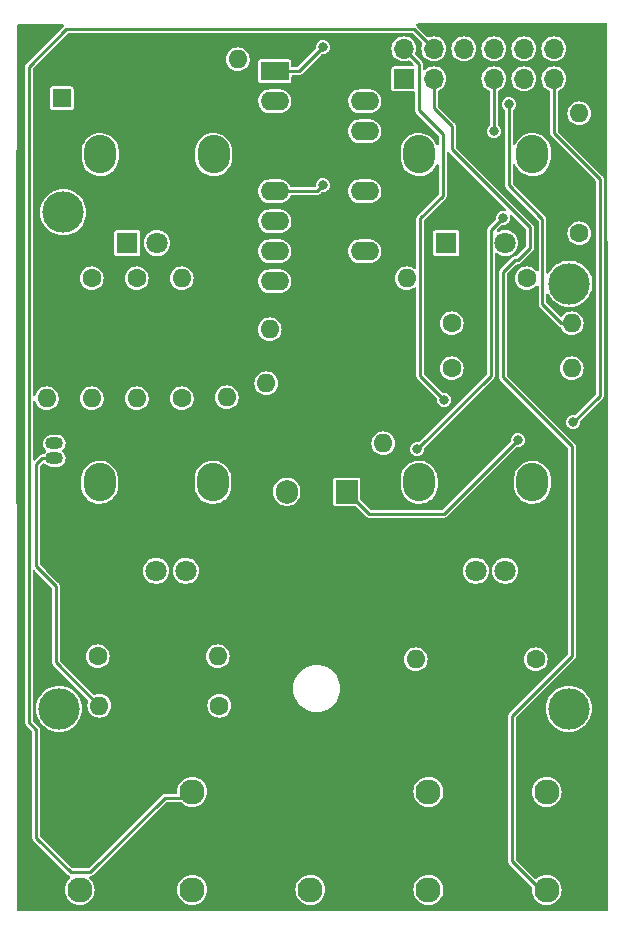
<source format=gbr>
%TF.GenerationSoftware,KiCad,Pcbnew,7.0.6*%
%TF.CreationDate,2023-10-15T17:56:32+01:00*%
%TF.ProjectId,DSP 1.1,44535020-312e-4312-9e6b-696361645f70,rev?*%
%TF.SameCoordinates,Original*%
%TF.FileFunction,Copper,L2,Bot*%
%TF.FilePolarity,Positive*%
%FSLAX46Y46*%
G04 Gerber Fmt 4.6, Leading zero omitted, Abs format (unit mm)*
G04 Created by KiCad (PCBNEW 7.0.6) date 2023-10-15 17:56:32*
%MOMM*%
%LPD*%
G01*
G04 APERTURE LIST*
%TA.AperFunction,ComponentPad*%
%ADD10C,1.600000*%
%TD*%
%TA.AperFunction,ComponentPad*%
%ADD11O,1.600000X1.600000*%
%TD*%
%TA.AperFunction,ComponentPad*%
%ADD12R,1.700000X1.700000*%
%TD*%
%TA.AperFunction,ComponentPad*%
%ADD13O,1.700000X1.700000*%
%TD*%
%TA.AperFunction,ComponentPad*%
%ADD14R,1.930000X1.830000*%
%TD*%
%TA.AperFunction,ComponentPad*%
%ADD15C,2.130000*%
%TD*%
%TA.AperFunction,ComponentPad*%
%ADD16R,2.400000X1.600000*%
%TD*%
%TA.AperFunction,ComponentPad*%
%ADD17O,2.400000X1.600000*%
%TD*%
%TA.AperFunction,ComponentPad*%
%ADD18O,2.720000X3.240000*%
%TD*%
%TA.AperFunction,ComponentPad*%
%ADD19R,1.800000X1.800000*%
%TD*%
%TA.AperFunction,ComponentPad*%
%ADD20C,1.800000*%
%TD*%
%TA.AperFunction,ComponentPad*%
%ADD21R,1.600000X1.600000*%
%TD*%
%TA.AperFunction,ComponentPad*%
%ADD22C,3.500000*%
%TD*%
%TA.AperFunction,ComponentPad*%
%ADD23R,1.905000X2.000000*%
%TD*%
%TA.AperFunction,ComponentPad*%
%ADD24O,1.905000X2.000000*%
%TD*%
%TA.AperFunction,ComponentPad*%
%ADD25R,1.500000X1.050000*%
%TD*%
%TA.AperFunction,ComponentPad*%
%ADD26O,1.500000X1.050000*%
%TD*%
%TA.AperFunction,ViaPad*%
%ADD27C,0.800000*%
%TD*%
%TA.AperFunction,Conductor*%
%ADD28C,0.250000*%
%TD*%
G04 APERTURE END LIST*
D10*
%TO.P,C2,1*%
%TO.N,GND*%
X82851000Y-66357500D03*
D11*
%TO.P,C2,2*%
%TO.N,Net-(C2-Pad2)*%
X72851000Y-66357500D03*
%TD*%
D12*
%TO.P,Jpcb1,1,Pin_1*%
%TO.N,Line_raw*%
X84206000Y-45153500D03*
D13*
%TO.P,Jpcb1,2,Pin_2*%
%TO.N,Dry_raw*%
X84206000Y-42613500D03*
%TO.P,Jpcb1,3,Pin_3*%
%TO.N,RIGHT EURO*%
X86746000Y-45153500D03*
%TO.P,Jpcb1,4,Pin_4*%
%TO.N,LEFT EURO*%
X86746000Y-42613500D03*
%TO.P,Jpcb1,5,Pin_5*%
%TO.N,GND*%
X89286000Y-45153500D03*
%TO.P,Jpcb1,6,Pin_6*%
%TO.N,+5V*%
X89286000Y-42613500D03*
%TO.P,Jpcb1,7,Pin_7*%
%TO.N,wet1*%
X91826000Y-45153500D03*
%TO.P,Jpcb1,8,Pin_8*%
%TO.N,in1*%
X91826000Y-42613500D03*
%TO.P,Jpcb1,9,Pin_9*%
%TO.N,X0*%
X94366000Y-45153500D03*
%TO.P,Jpcb1,10,Pin_10*%
%TO.N,in buffed*%
X94366000Y-42613500D03*
%TO.P,Jpcb1,11,Pin_11*%
%TO.N,+12V*%
X96906000Y-45153500D03*
%TO.P,Jpcb1,12,Pin_12*%
%TO.N,unconnected-(Jpcb1-Pad12)*%
X96906000Y-42613500D03*
%TD*%
D10*
%TO.P,R5,1*%
%TO.N,Net-(R3-Pad2)*%
X88265000Y-65849500D03*
D11*
%TO.P,R5,2*%
%TO.N,Line_raw*%
X98425000Y-65849500D03*
%TD*%
D14*
%TO.P,feedback/wet1,S*%
%TO.N,GND*%
X66294000Y-102425500D03*
D15*
%TO.P,feedback/wet1,T*%
%TO.N,Net-(RV2-Pad3)*%
X66294000Y-113825500D03*
%TO.P,feedback/wet1,TN*%
%TO.N,LEFT EURO*%
X66294000Y-105525500D03*
%TD*%
D10*
%TO.P,R7,1*%
%TO.N,Net-(R7-Pad1)*%
X95377000Y-94297500D03*
D11*
%TO.P,R7,2*%
%TO.N,wet1*%
X85217000Y-94297500D03*
%TD*%
D10*
%TO.P,Rx3,1*%
%TO.N,Net-(RV3-Pad2)*%
X61595000Y-62039500D03*
D11*
%TO.P,Rx3,2*%
%TO.N,Net-(Q1-Pad2)*%
X61595000Y-72199500D03*
%TD*%
D16*
%TO.P,U4,1,VCC*%
%TO.N,+5V*%
X73279000Y-44513500D03*
D17*
%TO.P,U4,2,REF*%
%TO.N,Net-(C5-Pad1)*%
X73279000Y-47053500D03*
%TO.P,U4,3,AGND*%
%TO.N,GND*%
X73279000Y-49593500D03*
%TO.P,U4,4,DGND*%
X73279000Y-52133500D03*
%TO.P,U4,5,CLK_O*%
%TO.N,X0*%
X73279000Y-54673500D03*
%TO.P,U4,6,VCO*%
%TO.N,Net-(Rx1-Pad2)*%
X73279000Y-57213500D03*
%TO.P,U4,7,CC1*%
%TO.N,Net-(C2-Pad2)*%
X73279000Y-59753500D03*
%TO.P,U4,8,CC0*%
%TO.N,Net-(C1-Pad2)*%
X73279000Y-62293500D03*
%TO.P,U4,9,OP1-OUT*%
%TO.N,GND*%
X80899000Y-62293500D03*
%TO.P,U4,10,OP1-IN*%
%TO.N,unconnected-(U4-Pad10)*%
X80899000Y-59753500D03*
%TO.P,U4,11,OP2-IN*%
%TO.N,GND*%
X80899000Y-57213500D03*
%TO.P,U4,12,OP2-OUT*%
%TO.N,unconnected-(U4-Pad12)*%
X80899000Y-54673500D03*
%TO.P,U4,13,LPF2-IN*%
%TO.N,GND*%
X80899000Y-52133500D03*
%TO.P,U4,14,LPF2-OUT*%
%TO.N,unconnected-(U4-Pad14)*%
X80899000Y-49593500D03*
%TO.P,U4,15,LPF1-OUT*%
%TO.N,unconnected-(U4-Pad15)*%
X80899000Y-47053500D03*
%TO.P,U4,16,LPF1-IN*%
%TO.N,GND*%
X80899000Y-44513500D03*
%TD*%
D14*
%TO.P,In1,S*%
%TO.N,GND*%
X56764000Y-102425500D03*
D15*
%TO.P,In1,T*%
%TO.N,Net-(In1-PadT)*%
X56764000Y-113825500D03*
%TO.P,In1,TN*%
%TO.N,GND*%
X56764000Y-105525500D03*
%TD*%
D10*
%TO.P,Rx1,1*%
%TO.N,Net-(Q1-Pad3)*%
X65405000Y-72199500D03*
D11*
%TO.P,Rx1,2*%
%TO.N,Net-(Rx1-Pad2)*%
X65405000Y-62039500D03*
%TD*%
D10*
%TO.P,C7,1*%
%TO.N,GND*%
X82550000Y-70929500D03*
D11*
%TO.P,C7,2*%
%TO.N,+5V*%
X72550000Y-70929500D03*
%TD*%
D18*
%TO.P,RV4,*%
%TO.N,*%
X85499000Y-51559500D03*
X95099000Y-51559500D03*
D19*
%TO.P,RV4,1,1*%
%TO.N,Net-(R3-Pad2)*%
X87799000Y-59059500D03*
D20*
%TO.P,RV4,2,2*%
%TO.N,GND*%
X90299000Y-59059500D03*
%TO.P,RV4,3,3*%
%TO.N,Net-(R4-Pad2)*%
X92799000Y-59059500D03*
%TD*%
D10*
%TO.P,R6,1*%
%TO.N,Net-(R4-Pad2)*%
X88265000Y-69659500D03*
D11*
%TO.P,R6,2*%
%TO.N,Dry_raw*%
X98425000Y-69659500D03*
%TD*%
D10*
%TO.P,C1,1*%
%TO.N,GND*%
X69215000Y-62119500D03*
D11*
%TO.P,C1,2*%
%TO.N,Net-(C1-Pad2)*%
X69215000Y-72119500D03*
%TD*%
D14*
%TO.P,Left1,S*%
%TO.N,GND*%
X86294000Y-102425500D03*
D15*
%TO.P,Left1,T*%
%TO.N,LEFT EURO*%
X86294000Y-113825500D03*
%TO.P,Left1,TN*%
%TO.N,unconnected-(Left1-PadTN)*%
X86294000Y-105525500D03*
%TD*%
D10*
%TO.P,Rx5,1*%
%TO.N,Net-(RV3-Pad1)*%
X57785000Y-62039500D03*
D11*
%TO.P,Rx5,2*%
%TO.N,+12V*%
X57785000Y-72199500D03*
%TD*%
D18*
%TO.P,RV3,*%
%TO.N,*%
X58499000Y-51559500D03*
X68099000Y-51559500D03*
D19*
%TO.P,RV3,1,1*%
%TO.N,Net-(RV3-Pad1)*%
X60799000Y-59059500D03*
D20*
%TO.P,RV3,2,2*%
%TO.N,Net-(Rx3-Pad1)*%
X63299000Y-59059500D03*
%TO.P,RV3,3,3*%
%TO.N,GND*%
X65799000Y-59059500D03*
%TD*%
D10*
%TO.P,R1,1*%
%TO.N,Net-(R1-Pad1)*%
X58293000Y-94043500D03*
D11*
%TO.P,R1,2*%
%TO.N,in1*%
X68453000Y-94043500D03*
%TD*%
D21*
%TO.P,C5,1*%
%TO.N,Net-(C5-Pad1)*%
X55245000Y-46799500D03*
D10*
%TO.P,C5,2*%
%TO.N,GND*%
X55245000Y-44299500D03*
%TD*%
%TO.P,R3,1*%
%TO.N,in buffed*%
X94615000Y-62039500D03*
D11*
%TO.P,R3,2*%
%TO.N,Net-(R3-Pad2)*%
X84455000Y-62039500D03*
%TD*%
D10*
%TO.P,C4,1*%
%TO.N,GND*%
X60151000Y-43497500D03*
D11*
%TO.P,C4,2*%
%TO.N,+5V*%
X70151000Y-43497500D03*
%TD*%
D10*
%TO.P,C6,1*%
%TO.N,GND*%
X72470000Y-76009500D03*
D11*
%TO.P,C6,2*%
%TO.N,+12V*%
X82470000Y-76009500D03*
%TD*%
D22*
%TO.P,REF\u002A\u002A,1*%
%TO.N,N/C*%
X55016400Y-98488500D03*
%TD*%
D14*
%TO.P,Right1,S*%
%TO.N,GND*%
X96294000Y-102425500D03*
D15*
%TO.P,Right1,T*%
%TO.N,RIGHT EURO*%
X96294000Y-113825500D03*
%TO.P,Right1,TN*%
%TO.N,unconnected-(Right1-PadTN)*%
X96294000Y-105525500D03*
%TD*%
D18*
%TO.P,RV2,*%
%TO.N,*%
X85499000Y-79314500D03*
X95099000Y-79314500D03*
D19*
%TO.P,RV2,1,1*%
%TO.N,GND*%
X87799000Y-86814500D03*
D20*
%TO.P,RV2,2,2*%
%TO.N,Net-(R7-Pad1)*%
X90299000Y-86814500D03*
%TO.P,RV2,3,3*%
%TO.N,Net-(RV2-Pad3)*%
X92799000Y-86814500D03*
%TD*%
D22*
%TO.P,REF\u002A\u002A,1*%
%TO.N,N/C*%
X98171000Y-98488500D03*
%TD*%
D23*
%TO.P,U3,1,IN*%
%TO.N,+12V*%
X79375000Y-80114500D03*
D24*
%TO.P,U3,2,GND*%
%TO.N,GND*%
X76835000Y-80114500D03*
%TO.P,U3,3,OUT*%
%TO.N,+5V*%
X74295000Y-80114500D03*
%TD*%
D10*
%TO.P,Rx4,1*%
%TO.N,Net-(In2-PadT)*%
X68580000Y-98234500D03*
D11*
%TO.P,Rx4,2*%
%TO.N,Net-(Q1-Pad2)*%
X58420000Y-98234500D03*
%TD*%
D18*
%TO.P,RV1,*%
%TO.N,*%
X58446000Y-79314500D03*
X68046000Y-79314500D03*
D19*
%TO.P,RV1,1,1*%
%TO.N,GND*%
X60746000Y-86814500D03*
D20*
%TO.P,RV1,2,2*%
%TO.N,Net-(R1-Pad1)*%
X63246000Y-86814500D03*
%TO.P,RV1,3,3*%
%TO.N,Net-(In1-PadT)*%
X65746000Y-86814500D03*
%TD*%
D14*
%TO.P,In2,S*%
%TO.N,GND*%
X76294000Y-102425500D03*
D15*
%TO.P,In2,T*%
%TO.N,Net-(In2-PadT)*%
X76294000Y-113825500D03*
%TO.P,In2,TN*%
%TO.N,GND*%
X76294000Y-105525500D03*
%TD*%
D10*
%TO.P,Rx2,1*%
%TO.N,GND*%
X53975000Y-62039500D03*
D11*
%TO.P,Rx2,2*%
%TO.N,Net-(Q1-Pad3)*%
X53975000Y-72199500D03*
%TD*%
D22*
%TO.P,REF\u002A\u002A,1*%
%TO.N,N/C*%
X98221800Y-62496700D03*
%TD*%
%TO.P,REF\u002A\u002A,1*%
%TO.N,N/C*%
X55372000Y-56451500D03*
%TD*%
D10*
%TO.P,R4,1*%
%TO.N,in buffed*%
X99060000Y-58229500D03*
D11*
%TO.P,R4,2*%
%TO.N,Net-(R4-Pad2)*%
X99060000Y-48069500D03*
%TD*%
D25*
%TO.P,Q1,1,E*%
%TO.N,GND*%
X54610000Y-78549500D03*
D26*
%TO.P,Q1,2,B*%
%TO.N,Net-(Q1-Pad2)*%
X54610000Y-77279500D03*
%TO.P,Q1,3,C*%
%TO.N,Net-(Q1-Pad3)*%
X54610000Y-76009500D03*
%TD*%
D27*
%TO.N,in1*%
X85344000Y-76517500D03*
%TO.N,+12V*%
X93853000Y-75755500D03*
X98552000Y-74231500D03*
%TO.N,+5V*%
X77343000Y-42481500D03*
%TO.N,X0*%
X77343000Y-54165500D03*
%TO.N,Line_raw*%
X93091000Y-47307500D03*
%TO.N,Dry_raw*%
X87630000Y-72326500D03*
%TO.N,wet1*%
X91821000Y-49593500D03*
%TO.N,in1*%
X92583000Y-56959500D03*
%TD*%
D28*
%TO.N,RIGHT EURO*%
X92583000Y-61531500D02*
X92583000Y-70421500D01*
X93599000Y-60515500D02*
X92583000Y-61531500D01*
X86746000Y-45153500D02*
X86746000Y-47630000D01*
X88265000Y-51117500D02*
X94869000Y-57721500D01*
X93853000Y-60515500D02*
X93599000Y-60515500D01*
X98425000Y-76263500D02*
X98425000Y-94043500D01*
%TO.N,Line_raw*%
X97536000Y-65849500D02*
X98425000Y-65849500D01*
%TO.N,X0*%
X77343000Y-54165500D02*
X76835000Y-54673500D01*
%TO.N,RIGHT EURO*%
X94869000Y-57721500D02*
X94869000Y-59499500D01*
%TO.N,Net-(Q1-Pad2)*%
X53086000Y-86423500D02*
X53086000Y-77803500D01*
%TO.N,RIGHT EURO*%
X93345000Y-111379500D02*
X96299000Y-114333500D01*
X94869000Y-59499500D02*
X93853000Y-60515500D01*
%TO.N,Net-(Q1-Pad2)*%
X53086000Y-77803500D02*
X53610000Y-77279500D01*
%TO.N,RIGHT EURO*%
X86746000Y-47630000D02*
X88265000Y-49149000D01*
%TO.N,Net-(Q1-Pad2)*%
X54737000Y-94551500D02*
X54737000Y-88074500D01*
%TO.N,RIGHT EURO*%
X98425000Y-94043500D02*
X93345000Y-99123500D01*
X92583000Y-70421500D02*
X98425000Y-76263500D01*
X88265000Y-49149000D02*
X88265000Y-51117500D01*
%TO.N,X0*%
X76835000Y-54673500D02*
X73279000Y-54673500D01*
%TO.N,Net-(Q1-Pad2)*%
X58420000Y-98234500D02*
X54737000Y-94551500D01*
X53610000Y-77279500D02*
X54610000Y-77279500D01*
X54737000Y-88074500D02*
X53086000Y-86423500D01*
%TO.N,RIGHT EURO*%
X93345000Y-99123500D02*
X93345000Y-111379500D01*
%TO.N,Dry_raw*%
X85471000Y-47815500D02*
X87503000Y-49847500D01*
%TO.N,Line_raw*%
X93091000Y-47307500D02*
X93091000Y-54165500D01*
%TO.N,Dry_raw*%
X85598000Y-56959500D02*
X85598000Y-70294500D01*
X84206000Y-42613500D02*
X85471000Y-43878500D01*
%TO.N,wet1*%
X91826000Y-45153500D02*
X91826000Y-49588500D01*
%TO.N,Line_raw*%
X93091000Y-54165500D02*
X95935800Y-57010300D01*
X95935800Y-57010300D02*
X95935800Y-64249300D01*
%TO.N,Dry_raw*%
X87503000Y-55054500D02*
X85598000Y-56959500D01*
X85471000Y-43878500D02*
X85471000Y-47815500D01*
X87503000Y-49847500D02*
X87503000Y-55054500D01*
%TO.N,wet1*%
X91821000Y-49593500D02*
X91826000Y-49588500D01*
%TO.N,Line_raw*%
X95935800Y-64249300D02*
X97536000Y-65849500D01*
%TO.N,Dry_raw*%
X85598000Y-70294500D02*
X87630000Y-72326500D01*
%TO.N,in1*%
X91567000Y-57975500D02*
X92583000Y-56959500D01*
X91567000Y-70294500D02*
X91567000Y-57975500D01*
X85344000Y-76517500D02*
X91567000Y-70294500D01*
%TO.N,LEFT EURO*%
X52451000Y-44132500D02*
X52451000Y-99631500D01*
%TO.N,+5V*%
X75311000Y-44513500D02*
X77343000Y-42481500D01*
X73279000Y-44513500D02*
X75311000Y-44513500D01*
%TO.N,LEFT EURO*%
X52451000Y-99631500D02*
X53086000Y-100266500D01*
X56007000Y-112331500D02*
X57658000Y-112331500D01*
X55626000Y-40957500D02*
X52451000Y-44132500D01*
%TO.N,+12V*%
X100787200Y-71996300D02*
X98552000Y-74231500D01*
X93853000Y-75755500D02*
X87630000Y-81978500D01*
X87630000Y-81978500D02*
X81239000Y-81978500D01*
X81239000Y-81978500D02*
X79375000Y-80114500D01*
%TO.N,LEFT EURO*%
X53086000Y-100266500D02*
X53086000Y-109410500D01*
%TO.N,+12V*%
X96906000Y-45153500D02*
X96906000Y-49725500D01*
X96906000Y-49725500D02*
X100787200Y-53606700D01*
X100787200Y-53606700D02*
X100787200Y-71996300D01*
%TO.N,LEFT EURO*%
X85090000Y-40957500D02*
X55626000Y-40957500D01*
X53086000Y-109410500D02*
X56007000Y-112331500D01*
X86746000Y-42613500D02*
X85090000Y-40957500D01*
X63956000Y-106033500D02*
X66299000Y-106033500D01*
X57658000Y-112331500D02*
X63956000Y-106033500D01*
%TD*%
%TA.AperFunction,Conductor*%
%TO.N,GND*%
G36*
X101390526Y-40470075D02*
G01*
X101437087Y-40523671D01*
X101448540Y-40576119D01*
X101460118Y-76845409D01*
X101472322Y-115076535D01*
X101472460Y-115506960D01*
X101452480Y-115575087D01*
X101398839Y-115621597D01*
X101346460Y-115633000D01*
X51561415Y-115633000D01*
X51493294Y-115612998D01*
X51446801Y-115559342D01*
X51435415Y-115507086D01*
X51425021Y-100198640D01*
X51398972Y-61831156D01*
X51434680Y-40639061D01*
X51454797Y-40570976D01*
X51508531Y-40524573D01*
X51560516Y-40513275D01*
X55307458Y-40508523D01*
X55375604Y-40528439D01*
X55422165Y-40582035D01*
X55432358Y-40652296D01*
X55404137Y-40715518D01*
X55387547Y-40735287D01*
X55383834Y-40739339D01*
X52232843Y-43890329D01*
X52228792Y-43894042D01*
X52197806Y-43920044D01*
X52197804Y-43920047D01*
X52177589Y-43955058D01*
X52174638Y-43959691D01*
X52151445Y-43992816D01*
X52148873Y-43998332D01*
X52142493Y-44013735D01*
X52140412Y-44019452D01*
X52133392Y-44059261D01*
X52132203Y-44064626D01*
X52121736Y-44103692D01*
X52121736Y-44103694D01*
X52125260Y-44143965D01*
X52125500Y-44149459D01*
X52125500Y-99614539D01*
X52125260Y-99620032D01*
X52121736Y-99660304D01*
X52121736Y-99660306D01*
X52132203Y-99699372D01*
X52133393Y-99704740D01*
X52140412Y-99744547D01*
X52142505Y-99750296D01*
X52148866Y-99765652D01*
X52151445Y-99771183D01*
X52174634Y-99804300D01*
X52177587Y-99808936D01*
X52197806Y-99843955D01*
X52228781Y-99869946D01*
X52232835Y-99873661D01*
X52492731Y-100133557D01*
X52723595Y-100364420D01*
X52757620Y-100426733D01*
X52760500Y-100453516D01*
X52760500Y-109393539D01*
X52760260Y-109399032D01*
X52756736Y-109439304D01*
X52756736Y-109439306D01*
X52767203Y-109478372D01*
X52768393Y-109483740D01*
X52775412Y-109523547D01*
X52777505Y-109529296D01*
X52783866Y-109544652D01*
X52786445Y-109550183D01*
X52809634Y-109583300D01*
X52812587Y-109587936D01*
X52832806Y-109622955D01*
X52863787Y-109648951D01*
X52867829Y-109652655D01*
X55764844Y-112549670D01*
X55768547Y-112553711D01*
X55794545Y-112584694D01*
X55820777Y-112599839D01*
X55829558Y-112604909D01*
X55834196Y-112607863D01*
X55867316Y-112631054D01*
X55872870Y-112633644D01*
X55888179Y-112639985D01*
X55893952Y-112642086D01*
X55893955Y-112642088D01*
X55893958Y-112642088D01*
X55901487Y-112644829D01*
X55958658Y-112686924D01*
X55983995Y-112753246D01*
X55969454Y-112822737D01*
X55947487Y-112852325D01*
X55790867Y-113008945D01*
X55706252Y-113129788D01*
X55663858Y-113190333D01*
X55663857Y-113190335D01*
X55663855Y-113190338D01*
X55663854Y-113190338D01*
X55570280Y-113391012D01*
X55570276Y-113391022D01*
X55512965Y-113604909D01*
X55493666Y-113825500D01*
X55512965Y-114046090D01*
X55570276Y-114259977D01*
X55570280Y-114259987D01*
X55663854Y-114460661D01*
X55790868Y-114642055D01*
X55790871Y-114642059D01*
X55947440Y-114798628D01*
X55947444Y-114798631D01*
X55947445Y-114798632D01*
X56128833Y-114925642D01*
X56128838Y-114925644D01*
X56128838Y-114925645D01*
X56271843Y-114992328D01*
X56329520Y-115019223D01*
X56543409Y-115076535D01*
X56764000Y-115095834D01*
X56984591Y-115076535D01*
X57198480Y-115019223D01*
X57399167Y-114925642D01*
X57580555Y-114798632D01*
X57737132Y-114642055D01*
X57864142Y-114460667D01*
X57957723Y-114259980D01*
X58015035Y-114046091D01*
X58034334Y-113825500D01*
X65023666Y-113825500D01*
X65042965Y-114046090D01*
X65100276Y-114259977D01*
X65100280Y-114259987D01*
X65193854Y-114460661D01*
X65320868Y-114642055D01*
X65320871Y-114642059D01*
X65477440Y-114798628D01*
X65477444Y-114798631D01*
X65477445Y-114798632D01*
X65658833Y-114925642D01*
X65658838Y-114925644D01*
X65658838Y-114925645D01*
X65801843Y-114992328D01*
X65859520Y-115019223D01*
X66073409Y-115076535D01*
X66294000Y-115095834D01*
X66514591Y-115076535D01*
X66728480Y-115019223D01*
X66929167Y-114925642D01*
X67110555Y-114798632D01*
X67267132Y-114642055D01*
X67394142Y-114460667D01*
X67487723Y-114259980D01*
X67545035Y-114046091D01*
X67564334Y-113825500D01*
X75023666Y-113825500D01*
X75042965Y-114046090D01*
X75100276Y-114259977D01*
X75100280Y-114259987D01*
X75193854Y-114460661D01*
X75320868Y-114642055D01*
X75320871Y-114642059D01*
X75477440Y-114798628D01*
X75477444Y-114798631D01*
X75477445Y-114798632D01*
X75658833Y-114925642D01*
X75658838Y-114925644D01*
X75658838Y-114925645D01*
X75801843Y-114992328D01*
X75859520Y-115019223D01*
X76073409Y-115076535D01*
X76294000Y-115095834D01*
X76514591Y-115076535D01*
X76728480Y-115019223D01*
X76929167Y-114925642D01*
X77110555Y-114798632D01*
X77267132Y-114642055D01*
X77394142Y-114460667D01*
X77487723Y-114259980D01*
X77545035Y-114046091D01*
X77564334Y-113825500D01*
X85023666Y-113825500D01*
X85042965Y-114046090D01*
X85100276Y-114259977D01*
X85100280Y-114259987D01*
X85193854Y-114460661D01*
X85320868Y-114642055D01*
X85320871Y-114642059D01*
X85477440Y-114798628D01*
X85477444Y-114798631D01*
X85477445Y-114798632D01*
X85658833Y-114925642D01*
X85658838Y-114925644D01*
X85658838Y-114925645D01*
X85801843Y-114992328D01*
X85859520Y-115019223D01*
X86073409Y-115076535D01*
X86294000Y-115095834D01*
X86514591Y-115076535D01*
X86728480Y-115019223D01*
X86929167Y-114925642D01*
X87110555Y-114798632D01*
X87267132Y-114642055D01*
X87394142Y-114460667D01*
X87487723Y-114259980D01*
X87545035Y-114046091D01*
X87564334Y-113825500D01*
X87545035Y-113604909D01*
X87487723Y-113391020D01*
X87460828Y-113333343D01*
X87394145Y-113190338D01*
X87394142Y-113190335D01*
X87394142Y-113190333D01*
X87267132Y-113008945D01*
X87267131Y-113008944D01*
X87267128Y-113008940D01*
X87110559Y-112852371D01*
X87110555Y-112852368D01*
X87110494Y-112852325D01*
X86929167Y-112725358D01*
X86929161Y-112725355D01*
X86929161Y-112725354D01*
X86728487Y-112631780D01*
X86728483Y-112631778D01*
X86728480Y-112631777D01*
X86728478Y-112631776D01*
X86728477Y-112631776D01*
X86633351Y-112606287D01*
X86514591Y-112574465D01*
X86294000Y-112555166D01*
X86073409Y-112574465D01*
X85859522Y-112631776D01*
X85859512Y-112631780D01*
X85658838Y-112725354D01*
X85658838Y-112725355D01*
X85658835Y-112725357D01*
X85658833Y-112725358D01*
X85634118Y-112742664D01*
X85477444Y-112852368D01*
X85477440Y-112852371D01*
X85320871Y-113008940D01*
X85320868Y-113008944D01*
X85246833Y-113114677D01*
X85193858Y-113190333D01*
X85193857Y-113190335D01*
X85193855Y-113190338D01*
X85193854Y-113190338D01*
X85100280Y-113391012D01*
X85100276Y-113391022D01*
X85042965Y-113604909D01*
X85023666Y-113825500D01*
X77564334Y-113825500D01*
X77545035Y-113604909D01*
X77487723Y-113391020D01*
X77460828Y-113333343D01*
X77394145Y-113190338D01*
X77394142Y-113190335D01*
X77394142Y-113190333D01*
X77267132Y-113008945D01*
X77267131Y-113008944D01*
X77267128Y-113008940D01*
X77110559Y-112852371D01*
X77110555Y-112852368D01*
X77110494Y-112852325D01*
X76929167Y-112725358D01*
X76929161Y-112725355D01*
X76929161Y-112725354D01*
X76728487Y-112631780D01*
X76728483Y-112631778D01*
X76728480Y-112631777D01*
X76728478Y-112631776D01*
X76728477Y-112631776D01*
X76633351Y-112606287D01*
X76514591Y-112574465D01*
X76294000Y-112555166D01*
X76073409Y-112574465D01*
X75859522Y-112631776D01*
X75859512Y-112631780D01*
X75658838Y-112725354D01*
X75658838Y-112725355D01*
X75658835Y-112725357D01*
X75658833Y-112725358D01*
X75634118Y-112742664D01*
X75477444Y-112852368D01*
X75477440Y-112852371D01*
X75320871Y-113008940D01*
X75320868Y-113008944D01*
X75246833Y-113114677D01*
X75193858Y-113190333D01*
X75193857Y-113190335D01*
X75193855Y-113190338D01*
X75193854Y-113190338D01*
X75100280Y-113391012D01*
X75100276Y-113391022D01*
X75042965Y-113604909D01*
X75023666Y-113825500D01*
X67564334Y-113825500D01*
X67545035Y-113604909D01*
X67487723Y-113391020D01*
X67460828Y-113333343D01*
X67394145Y-113190338D01*
X67394142Y-113190335D01*
X67394142Y-113190333D01*
X67267132Y-113008945D01*
X67267131Y-113008944D01*
X67267128Y-113008940D01*
X67110559Y-112852371D01*
X67110555Y-112852368D01*
X67110494Y-112852325D01*
X66929167Y-112725358D01*
X66929161Y-112725355D01*
X66929161Y-112725354D01*
X66728487Y-112631780D01*
X66728483Y-112631778D01*
X66728480Y-112631777D01*
X66728478Y-112631776D01*
X66728477Y-112631776D01*
X66633351Y-112606287D01*
X66514591Y-112574465D01*
X66294000Y-112555166D01*
X66073409Y-112574465D01*
X65859522Y-112631776D01*
X65859512Y-112631780D01*
X65658838Y-112725354D01*
X65658838Y-112725355D01*
X65658835Y-112725357D01*
X65658833Y-112725358D01*
X65634118Y-112742664D01*
X65477444Y-112852368D01*
X65477440Y-112852371D01*
X65320871Y-113008940D01*
X65320868Y-113008944D01*
X65246833Y-113114677D01*
X65193858Y-113190333D01*
X65193857Y-113190335D01*
X65193855Y-113190338D01*
X65193854Y-113190338D01*
X65100280Y-113391012D01*
X65100276Y-113391022D01*
X65042965Y-113604909D01*
X65023666Y-113825500D01*
X58034334Y-113825500D01*
X58015035Y-113604909D01*
X57957723Y-113391020D01*
X57930828Y-113333343D01*
X57864145Y-113190338D01*
X57864142Y-113190335D01*
X57864142Y-113190333D01*
X57737132Y-113008945D01*
X57737131Y-113008944D01*
X57737128Y-113008940D01*
X57603979Y-112875791D01*
X57569953Y-112813479D01*
X57575018Y-112742664D01*
X57617565Y-112685828D01*
X57682103Y-112661174D01*
X57686800Y-112660763D01*
X57686807Y-112660764D01*
X57686813Y-112660762D01*
X57686816Y-112660762D01*
X57708632Y-112654915D01*
X57725870Y-112650296D01*
X57731231Y-112649107D01*
X57771045Y-112642088D01*
X57771047Y-112642086D01*
X57776838Y-112639979D01*
X57792101Y-112633657D01*
X57797681Y-112631055D01*
X57797681Y-112631054D01*
X57797684Y-112631054D01*
X57830817Y-112607852D01*
X57835428Y-112604915D01*
X57870455Y-112584694D01*
X57896453Y-112553709D01*
X57900146Y-112549678D01*
X64053920Y-106395905D01*
X64116233Y-106361879D01*
X64143016Y-106359000D01*
X65285623Y-106359000D01*
X65353744Y-106379002D01*
X65374713Y-106395900D01*
X65477445Y-106498632D01*
X65658833Y-106625642D01*
X65658838Y-106625644D01*
X65658838Y-106625645D01*
X65801843Y-106692328D01*
X65859520Y-106719223D01*
X66073409Y-106776535D01*
X66294000Y-106795834D01*
X66514591Y-106776535D01*
X66728480Y-106719223D01*
X66929167Y-106625642D01*
X67110555Y-106498632D01*
X67267132Y-106342055D01*
X67394142Y-106160667D01*
X67487723Y-105959980D01*
X67545035Y-105746091D01*
X67564334Y-105525500D01*
X85023666Y-105525500D01*
X85042965Y-105746091D01*
X85060998Y-105813389D01*
X85100276Y-105959977D01*
X85100280Y-105959987D01*
X85193854Y-106160661D01*
X85320868Y-106342055D01*
X85320871Y-106342059D01*
X85477440Y-106498628D01*
X85477444Y-106498631D01*
X85477445Y-106498632D01*
X85658833Y-106625642D01*
X85658838Y-106625644D01*
X85658838Y-106625645D01*
X85801843Y-106692328D01*
X85859520Y-106719223D01*
X86073409Y-106776535D01*
X86294000Y-106795834D01*
X86514591Y-106776535D01*
X86728480Y-106719223D01*
X86929167Y-106625642D01*
X87110555Y-106498632D01*
X87267132Y-106342055D01*
X87394142Y-106160667D01*
X87487723Y-105959980D01*
X87545035Y-105746091D01*
X87564334Y-105525500D01*
X87545035Y-105304909D01*
X87487723Y-105091020D01*
X87460828Y-105033343D01*
X87394145Y-104890338D01*
X87394142Y-104890335D01*
X87394142Y-104890333D01*
X87267132Y-104708945D01*
X87267131Y-104708944D01*
X87267128Y-104708940D01*
X87110559Y-104552371D01*
X87110555Y-104552368D01*
X87110554Y-104552368D01*
X86929167Y-104425358D01*
X86929161Y-104425355D01*
X86929161Y-104425354D01*
X86728487Y-104331780D01*
X86728483Y-104331778D01*
X86728480Y-104331777D01*
X86728478Y-104331776D01*
X86728477Y-104331776D01*
X86638080Y-104307554D01*
X86514591Y-104274465D01*
X86294000Y-104255166D01*
X86073409Y-104274465D01*
X85859522Y-104331776D01*
X85859512Y-104331780D01*
X85658838Y-104425354D01*
X85658838Y-104425355D01*
X85658835Y-104425357D01*
X85658833Y-104425358D01*
X85583177Y-104478333D01*
X85477444Y-104552368D01*
X85477440Y-104552371D01*
X85320871Y-104708940D01*
X85320868Y-104708944D01*
X85246833Y-104814677D01*
X85193858Y-104890333D01*
X85193857Y-104890335D01*
X85193855Y-104890338D01*
X85193854Y-104890338D01*
X85100280Y-105091012D01*
X85100277Y-105091020D01*
X85042965Y-105304909D01*
X85023666Y-105525500D01*
X67564334Y-105525500D01*
X67545035Y-105304909D01*
X67487723Y-105091020D01*
X67460828Y-105033343D01*
X67394145Y-104890338D01*
X67394142Y-104890335D01*
X67394142Y-104890333D01*
X67267132Y-104708945D01*
X67267131Y-104708944D01*
X67267128Y-104708940D01*
X67110559Y-104552371D01*
X67110555Y-104552368D01*
X67110554Y-104552367D01*
X66929167Y-104425358D01*
X66929161Y-104425355D01*
X66929161Y-104425354D01*
X66728487Y-104331780D01*
X66728483Y-104331778D01*
X66728480Y-104331777D01*
X66728478Y-104331776D01*
X66728477Y-104331776D01*
X66638080Y-104307554D01*
X66514591Y-104274465D01*
X66294000Y-104255166D01*
X66073409Y-104274465D01*
X65859522Y-104331776D01*
X65859512Y-104331780D01*
X65658838Y-104425354D01*
X65658838Y-104425355D01*
X65658835Y-104425357D01*
X65658833Y-104425358D01*
X65583177Y-104478333D01*
X65477444Y-104552368D01*
X65477440Y-104552371D01*
X65320871Y-104708940D01*
X65320868Y-104708944D01*
X65246833Y-104814677D01*
X65193858Y-104890333D01*
X65193857Y-104890335D01*
X65193855Y-104890338D01*
X65193854Y-104890338D01*
X65100280Y-105091012D01*
X65100276Y-105091022D01*
X65042965Y-105304909D01*
X65023666Y-105525505D01*
X65027648Y-105571018D01*
X65013660Y-105640623D01*
X64964261Y-105691615D01*
X64902128Y-105708000D01*
X63972960Y-105708000D01*
X63967475Y-105707760D01*
X63938872Y-105705257D01*
X63927195Y-105704236D01*
X63927192Y-105704236D01*
X63888126Y-105714703D01*
X63882761Y-105715892D01*
X63842952Y-105722912D01*
X63837235Y-105724993D01*
X63821832Y-105731373D01*
X63816316Y-105733945D01*
X63783191Y-105757138D01*
X63778558Y-105760089D01*
X63743547Y-105780304D01*
X63743545Y-105780305D01*
X63717547Y-105811287D01*
X63713834Y-105815339D01*
X57560079Y-111969095D01*
X57497767Y-112003121D01*
X57470984Y-112006000D01*
X56194016Y-112006000D01*
X56125895Y-111985998D01*
X56104921Y-111969095D01*
X55328309Y-111192483D01*
X53448402Y-109312575D01*
X53414378Y-109250266D01*
X53411499Y-109223492D01*
X53411499Y-100283462D01*
X53411739Y-100277968D01*
X53415264Y-100237693D01*
X53404791Y-100198610D01*
X53403611Y-100193287D01*
X53396588Y-100153455D01*
X53396585Y-100153449D01*
X53394485Y-100147681D01*
X53388144Y-100132370D01*
X53385554Y-100126816D01*
X53362363Y-100093696D01*
X53359409Y-100089058D01*
X53339193Y-100054044D01*
X53308212Y-100028047D01*
X53304169Y-100024343D01*
X52813404Y-99533578D01*
X52779378Y-99471266D01*
X52776499Y-99444492D01*
X52776499Y-98488500D01*
X53060918Y-98488500D01*
X53080821Y-98766790D01*
X53140128Y-99039421D01*
X53237631Y-99300836D01*
X53237632Y-99300840D01*
X53371342Y-99545710D01*
X53371344Y-99545713D01*
X53524492Y-99750296D01*
X53538546Y-99769069D01*
X53538554Y-99769078D01*
X53735821Y-99966345D01*
X53735830Y-99966353D01*
X53735832Y-99966355D01*
X53959187Y-100133556D01*
X53959189Y-100133557D01*
X54073496Y-100195974D01*
X54204063Y-100267269D01*
X54465477Y-100364771D01*
X54738106Y-100424078D01*
X55016400Y-100443982D01*
X55294694Y-100424078D01*
X55567323Y-100364771D01*
X55828737Y-100267269D01*
X56073613Y-100133556D01*
X56296968Y-99966355D01*
X56494255Y-99769068D01*
X56661456Y-99545713D01*
X56795169Y-99300837D01*
X56892671Y-99039423D01*
X56951978Y-98766794D01*
X56971882Y-98488500D01*
X56951978Y-98210206D01*
X56892671Y-97937577D01*
X56795169Y-97676163D01*
X56661456Y-97431287D01*
X56494255Y-97207932D01*
X56494253Y-97207930D01*
X56494245Y-97207921D01*
X56296978Y-97010654D01*
X56296969Y-97010646D01*
X56073610Y-96843442D01*
X55828740Y-96709732D01*
X55828737Y-96709731D01*
X55673234Y-96651731D01*
X55567321Y-96612228D01*
X55294690Y-96552921D01*
X55016400Y-96533018D01*
X54738109Y-96552921D01*
X54465478Y-96612228D01*
X54204063Y-96709731D01*
X54204059Y-96709732D01*
X53959189Y-96843442D01*
X53735830Y-97010646D01*
X53735821Y-97010654D01*
X53538554Y-97207921D01*
X53538546Y-97207930D01*
X53371342Y-97431289D01*
X53237632Y-97676159D01*
X53237631Y-97676163D01*
X53140128Y-97937578D01*
X53080821Y-98210209D01*
X53060918Y-98488500D01*
X52776499Y-98488500D01*
X52776499Y-86878514D01*
X52796501Y-86810394D01*
X52850157Y-86763901D01*
X52920431Y-86753797D01*
X52985011Y-86783291D01*
X52991594Y-86789420D01*
X54374595Y-88172421D01*
X54408621Y-88234733D01*
X54411500Y-88261516D01*
X54411500Y-94534539D01*
X54411260Y-94540032D01*
X54407736Y-94580304D01*
X54407736Y-94580306D01*
X54418203Y-94619372D01*
X54419393Y-94624740D01*
X54426412Y-94664547D01*
X54428505Y-94670296D01*
X54434866Y-94685652D01*
X54437445Y-94691183D01*
X54460634Y-94724300D01*
X54463587Y-94728936D01*
X54483806Y-94763955D01*
X54514014Y-94789303D01*
X54514787Y-94789951D01*
X54518829Y-94793655D01*
X56214246Y-96489072D01*
X57457278Y-97732104D01*
X57491304Y-97794416D01*
X57488758Y-97857774D01*
X57433975Y-98038370D01*
X57433974Y-98038375D01*
X57414659Y-98234496D01*
X57414659Y-98234503D01*
X57433974Y-98430624D01*
X57433974Y-98430626D01*
X57491186Y-98619228D01*
X57566268Y-98759696D01*
X57584090Y-98793038D01*
X57709117Y-98945383D01*
X57861462Y-99070410D01*
X58035273Y-99163314D01*
X58223868Y-99220524D01*
X58223872Y-99220524D01*
X58223874Y-99220525D01*
X58419997Y-99239841D01*
X58420000Y-99239841D01*
X58420003Y-99239841D01*
X58616124Y-99220525D01*
X58616126Y-99220525D01*
X58616127Y-99220524D01*
X58616132Y-99220524D01*
X58804727Y-99163314D01*
X58978538Y-99070410D01*
X59130883Y-98945383D01*
X59255910Y-98793038D01*
X59348814Y-98619227D01*
X59406024Y-98430632D01*
X59406025Y-98430624D01*
X59425341Y-98234503D01*
X67574659Y-98234503D01*
X67593974Y-98430624D01*
X67593974Y-98430626D01*
X67651186Y-98619228D01*
X67726268Y-98759696D01*
X67744090Y-98793038D01*
X67869117Y-98945383D01*
X68021462Y-99070410D01*
X68195273Y-99163314D01*
X68383868Y-99220524D01*
X68383872Y-99220524D01*
X68383874Y-99220525D01*
X68579997Y-99239841D01*
X68580000Y-99239841D01*
X68580003Y-99239841D01*
X68776124Y-99220525D01*
X68776126Y-99220525D01*
X68776127Y-99220524D01*
X68776132Y-99220524D01*
X68964727Y-99163314D01*
X69138538Y-99070410D01*
X69290883Y-98945383D01*
X69415910Y-98793038D01*
X69508814Y-98619227D01*
X69566024Y-98430632D01*
X69566025Y-98430624D01*
X69585341Y-98234503D01*
X69585341Y-98234496D01*
X69566025Y-98038375D01*
X69566025Y-98038373D01*
X69566024Y-98038370D01*
X69566024Y-98038368D01*
X69508814Y-97849773D01*
X69415910Y-97675962D01*
X69290883Y-97523617D01*
X69138538Y-97398590D01*
X69028075Y-97339546D01*
X68964728Y-97305686D01*
X68776125Y-97248474D01*
X68580003Y-97229159D01*
X68579997Y-97229159D01*
X68383875Y-97248474D01*
X68383873Y-97248474D01*
X68195271Y-97305686D01*
X68021461Y-97398590D01*
X67869117Y-97523617D01*
X67744090Y-97675961D01*
X67651186Y-97849771D01*
X67593974Y-98038373D01*
X67593974Y-98038375D01*
X67574659Y-98234496D01*
X67574659Y-98234503D01*
X59425341Y-98234503D01*
X59425341Y-98234496D01*
X59406025Y-98038375D01*
X59406025Y-98038373D01*
X59406024Y-98038370D01*
X59406024Y-98038368D01*
X59348814Y-97849773D01*
X59255910Y-97675962D01*
X59130883Y-97523617D01*
X58978538Y-97398590D01*
X58868075Y-97339546D01*
X58804728Y-97305686D01*
X58616125Y-97248474D01*
X58420003Y-97229159D01*
X58419997Y-97229159D01*
X58223875Y-97248474D01*
X58223870Y-97248475D01*
X58043274Y-97303258D01*
X57972280Y-97303891D01*
X57917604Y-97271778D01*
X57420325Y-96774499D01*
X74829390Y-96774499D01*
X74849803Y-97059924D01*
X74910631Y-97339546D01*
X75010632Y-97607660D01*
X75010637Y-97607670D01*
X75147768Y-97858807D01*
X75147772Y-97858812D01*
X75147774Y-97858815D01*
X75282189Y-98038373D01*
X75319262Y-98087896D01*
X75319270Y-98087905D01*
X75521594Y-98290229D01*
X75521603Y-98290237D01*
X75521605Y-98290239D01*
X75750685Y-98461726D01*
X75750687Y-98461727D01*
X75750692Y-98461731D01*
X76001829Y-98598862D01*
X76001839Y-98598867D01*
X76269954Y-98698869D01*
X76549572Y-98759696D01*
X76763552Y-98775000D01*
X76763558Y-98775000D01*
X76906442Y-98775000D01*
X76906448Y-98775000D01*
X77120428Y-98759696D01*
X77400046Y-98698869D01*
X77668161Y-98598867D01*
X77698144Y-98582494D01*
X77919307Y-98461731D01*
X77919309Y-98461729D01*
X77919315Y-98461726D01*
X78148395Y-98290239D01*
X78350739Y-98087895D01*
X78522226Y-97858815D01*
X78522229Y-97858809D01*
X78522231Y-97858807D01*
X78659362Y-97607670D01*
X78659367Y-97607661D01*
X78759369Y-97339546D01*
X78820196Y-97059928D01*
X78840610Y-96774500D01*
X78820196Y-96489072D01*
X78759369Y-96209454D01*
X78659367Y-95941339D01*
X78659362Y-95941329D01*
X78522231Y-95690192D01*
X78522227Y-95690187D01*
X78522226Y-95690185D01*
X78350739Y-95461105D01*
X78350737Y-95461103D01*
X78350729Y-95461094D01*
X78148405Y-95258770D01*
X78148396Y-95258762D01*
X78105049Y-95226313D01*
X77919315Y-95087274D01*
X77919313Y-95087273D01*
X77919312Y-95087272D01*
X77919307Y-95087268D01*
X77668170Y-94950137D01*
X77668160Y-94950132D01*
X77400046Y-94850131D01*
X77120424Y-94789303D01*
X76986775Y-94779745D01*
X76906448Y-94774000D01*
X76763552Y-94774000D01*
X76687954Y-94779406D01*
X76549575Y-94789303D01*
X76269953Y-94850131D01*
X76001839Y-94950132D01*
X76001829Y-94950137D01*
X75750692Y-95087268D01*
X75750687Y-95087272D01*
X75521603Y-95258762D01*
X75521594Y-95258770D01*
X75319270Y-95461094D01*
X75319262Y-95461103D01*
X75147772Y-95690187D01*
X75147768Y-95690192D01*
X75010637Y-95941329D01*
X75010632Y-95941339D01*
X74910631Y-96209453D01*
X74849803Y-96489075D01*
X74829390Y-96774499D01*
X57420325Y-96774499D01*
X55099404Y-94453578D01*
X55065378Y-94391266D01*
X55062499Y-94364483D01*
X55062499Y-94043503D01*
X57287659Y-94043503D01*
X57306974Y-94239624D01*
X57306974Y-94239626D01*
X57364186Y-94428228D01*
X57457090Y-94602037D01*
X57457090Y-94602038D01*
X57582117Y-94754383D01*
X57734462Y-94879410D01*
X57908273Y-94972314D01*
X58096868Y-95029524D01*
X58096872Y-95029524D01*
X58096874Y-95029525D01*
X58292997Y-95048841D01*
X58293000Y-95048841D01*
X58293003Y-95048841D01*
X58489124Y-95029525D01*
X58489126Y-95029525D01*
X58489127Y-95029524D01*
X58489132Y-95029524D01*
X58677727Y-94972314D01*
X58851538Y-94879410D01*
X59003883Y-94754383D01*
X59128910Y-94602038D01*
X59221814Y-94428227D01*
X59279024Y-94239632D01*
X59279025Y-94239624D01*
X59298341Y-94043503D01*
X67447659Y-94043503D01*
X67466974Y-94239624D01*
X67466974Y-94239626D01*
X67524186Y-94428228D01*
X67617090Y-94602038D01*
X67742117Y-94754383D01*
X67894462Y-94879410D01*
X68068273Y-94972314D01*
X68256868Y-95029524D01*
X68256872Y-95029524D01*
X68256874Y-95029525D01*
X68452997Y-95048841D01*
X68453000Y-95048841D01*
X68453003Y-95048841D01*
X68649124Y-95029525D01*
X68649126Y-95029525D01*
X68649127Y-95029524D01*
X68649132Y-95029524D01*
X68837727Y-94972314D01*
X69011538Y-94879410D01*
X69163883Y-94754383D01*
X69288910Y-94602038D01*
X69381814Y-94428227D01*
X69421469Y-94297503D01*
X84211659Y-94297503D01*
X84230974Y-94493624D01*
X84230974Y-94493626D01*
X84288186Y-94682228D01*
X84347751Y-94793666D01*
X84381090Y-94856038D01*
X84506117Y-95008383D01*
X84658462Y-95133410D01*
X84832273Y-95226314D01*
X85020868Y-95283524D01*
X85020872Y-95283524D01*
X85020874Y-95283525D01*
X85216997Y-95302841D01*
X85217000Y-95302841D01*
X85217003Y-95302841D01*
X85413124Y-95283525D01*
X85413126Y-95283525D01*
X85413127Y-95283524D01*
X85413132Y-95283524D01*
X85601727Y-95226314D01*
X85775538Y-95133410D01*
X85927883Y-95008383D01*
X86052910Y-94856038D01*
X86145814Y-94682227D01*
X86203024Y-94493632D01*
X86222341Y-94297503D01*
X94371659Y-94297503D01*
X94390974Y-94493624D01*
X94390974Y-94493626D01*
X94448186Y-94682228D01*
X94507751Y-94793666D01*
X94541090Y-94856038D01*
X94666117Y-95008383D01*
X94818462Y-95133410D01*
X94992273Y-95226314D01*
X95180868Y-95283524D01*
X95180872Y-95283524D01*
X95180874Y-95283525D01*
X95376997Y-95302841D01*
X95377000Y-95302841D01*
X95377003Y-95302841D01*
X95573124Y-95283525D01*
X95573126Y-95283525D01*
X95573127Y-95283524D01*
X95573132Y-95283524D01*
X95761727Y-95226314D01*
X95935538Y-95133410D01*
X96087883Y-95008383D01*
X96212910Y-94856038D01*
X96305814Y-94682227D01*
X96363024Y-94493632D01*
X96382341Y-94297500D01*
X96380983Y-94283713D01*
X96363025Y-94101375D01*
X96363025Y-94101373D01*
X96363024Y-94101370D01*
X96363024Y-94101368D01*
X96305814Y-93912773D01*
X96212910Y-93738962D01*
X96087883Y-93586617D01*
X95935538Y-93461590D01*
X95761728Y-93368686D01*
X95573125Y-93311474D01*
X95377003Y-93292159D01*
X95376997Y-93292159D01*
X95180875Y-93311474D01*
X95180873Y-93311474D01*
X94992271Y-93368686D01*
X94818461Y-93461590D01*
X94666117Y-93586617D01*
X94541090Y-93738961D01*
X94448186Y-93912771D01*
X94390974Y-94101373D01*
X94390974Y-94101375D01*
X94371659Y-94297496D01*
X94371659Y-94297503D01*
X86222341Y-94297503D01*
X86222341Y-94297500D01*
X86220983Y-94283713D01*
X86203025Y-94101375D01*
X86203025Y-94101373D01*
X86203024Y-94101370D01*
X86203024Y-94101368D01*
X86145814Y-93912773D01*
X86052910Y-93738962D01*
X85927883Y-93586617D01*
X85775538Y-93461590D01*
X85601728Y-93368686D01*
X85413125Y-93311474D01*
X85217003Y-93292159D01*
X85216997Y-93292159D01*
X85020875Y-93311474D01*
X85020873Y-93311474D01*
X84832271Y-93368686D01*
X84658461Y-93461590D01*
X84506117Y-93586617D01*
X84381090Y-93738961D01*
X84288186Y-93912771D01*
X84230974Y-94101373D01*
X84230974Y-94101375D01*
X84211659Y-94297496D01*
X84211659Y-94297503D01*
X69421469Y-94297503D01*
X69439024Y-94239632D01*
X69439025Y-94239624D01*
X69458341Y-94043503D01*
X69458341Y-94043496D01*
X69439025Y-93847375D01*
X69439025Y-93847373D01*
X69439024Y-93847370D01*
X69439024Y-93847368D01*
X69381814Y-93658773D01*
X69288910Y-93484962D01*
X69163883Y-93332617D01*
X69011538Y-93207590D01*
X69011537Y-93207590D01*
X68837728Y-93114686D01*
X68649125Y-93057474D01*
X68453003Y-93038159D01*
X68452997Y-93038159D01*
X68256875Y-93057474D01*
X68256873Y-93057474D01*
X68068271Y-93114686D01*
X67894461Y-93207590D01*
X67742117Y-93332617D01*
X67617090Y-93484961D01*
X67524186Y-93658771D01*
X67466974Y-93847373D01*
X67466974Y-93847375D01*
X67447659Y-94043496D01*
X67447659Y-94043503D01*
X59298341Y-94043503D01*
X59298341Y-94043496D01*
X59279025Y-93847375D01*
X59279025Y-93847373D01*
X59279024Y-93847370D01*
X59279024Y-93847368D01*
X59221814Y-93658773D01*
X59128910Y-93484962D01*
X59003883Y-93332617D01*
X58851538Y-93207590D01*
X58851537Y-93207590D01*
X58677728Y-93114686D01*
X58489125Y-93057474D01*
X58293003Y-93038159D01*
X58292997Y-93038159D01*
X58096875Y-93057474D01*
X58096873Y-93057474D01*
X57908271Y-93114686D01*
X57734461Y-93207590D01*
X57582117Y-93332617D01*
X57457090Y-93484961D01*
X57364186Y-93658771D01*
X57306974Y-93847373D01*
X57306974Y-93847375D01*
X57287659Y-94043496D01*
X57287659Y-94043503D01*
X55062499Y-94043503D01*
X55062499Y-93038159D01*
X55062499Y-88091436D01*
X55062737Y-88085998D01*
X55066264Y-88045693D01*
X55055792Y-88006614D01*
X55054610Y-88001282D01*
X55047588Y-87961455D01*
X55047585Y-87961449D01*
X55045485Y-87955681D01*
X55039144Y-87940370D01*
X55036554Y-87934816D01*
X55013363Y-87901696D01*
X55010409Y-87897058D01*
X54990193Y-87862044D01*
X54959212Y-87836047D01*
X54955169Y-87832343D01*
X53937327Y-86814500D01*
X62140785Y-86814500D01*
X62159603Y-87017584D01*
X62215416Y-87213745D01*
X62215417Y-87213747D01*
X62215418Y-87213750D01*
X62306327Y-87396321D01*
X62306328Y-87396322D01*
X62306329Y-87396324D01*
X62429234Y-87559078D01*
X62579959Y-87696481D01*
X62579960Y-87696482D01*
X62753351Y-87803841D01*
X62753354Y-87803842D01*
X62753363Y-87803848D01*
X62943544Y-87877524D01*
X63144024Y-87915000D01*
X63144026Y-87915000D01*
X63347974Y-87915000D01*
X63347976Y-87915000D01*
X63548456Y-87877524D01*
X63738637Y-87803848D01*
X63912041Y-87696481D01*
X64062764Y-87559079D01*
X64185673Y-87396321D01*
X64276582Y-87213750D01*
X64332397Y-87017583D01*
X64351215Y-86814500D01*
X64640785Y-86814500D01*
X64659603Y-87017584D01*
X64715416Y-87213745D01*
X64715417Y-87213747D01*
X64715418Y-87213750D01*
X64806327Y-87396321D01*
X64806328Y-87396322D01*
X64806329Y-87396324D01*
X64929234Y-87559078D01*
X65079959Y-87696481D01*
X65079960Y-87696482D01*
X65253351Y-87803841D01*
X65253354Y-87803842D01*
X65253363Y-87803848D01*
X65443544Y-87877524D01*
X65644024Y-87915000D01*
X65644026Y-87915000D01*
X65847974Y-87915000D01*
X65847976Y-87915000D01*
X66048456Y-87877524D01*
X66238637Y-87803848D01*
X66412041Y-87696481D01*
X66562764Y-87559079D01*
X66685673Y-87396321D01*
X66776582Y-87213750D01*
X66832397Y-87017583D01*
X66851215Y-86814500D01*
X66851215Y-86814499D01*
X89193785Y-86814499D01*
X89212603Y-87017584D01*
X89268416Y-87213745D01*
X89268417Y-87213747D01*
X89268418Y-87213750D01*
X89359327Y-87396321D01*
X89359328Y-87396322D01*
X89359329Y-87396324D01*
X89482234Y-87559078D01*
X89632959Y-87696481D01*
X89632960Y-87696482D01*
X89806351Y-87803841D01*
X89806354Y-87803842D01*
X89806363Y-87803848D01*
X89996544Y-87877524D01*
X90197024Y-87915000D01*
X90197026Y-87915000D01*
X90400974Y-87915000D01*
X90400976Y-87915000D01*
X90601456Y-87877524D01*
X90791637Y-87803848D01*
X90965041Y-87696481D01*
X91115764Y-87559079D01*
X91238673Y-87396321D01*
X91329582Y-87213750D01*
X91385397Y-87017583D01*
X91404215Y-86814500D01*
X91404215Y-86814499D01*
X91693785Y-86814499D01*
X91712603Y-87017584D01*
X91768416Y-87213745D01*
X91768417Y-87213747D01*
X91768418Y-87213750D01*
X91859327Y-87396321D01*
X91859328Y-87396322D01*
X91859329Y-87396324D01*
X91982234Y-87559078D01*
X92132959Y-87696481D01*
X92132960Y-87696482D01*
X92306351Y-87803841D01*
X92306354Y-87803842D01*
X92306363Y-87803848D01*
X92496544Y-87877524D01*
X92697024Y-87915000D01*
X92697026Y-87915000D01*
X92900974Y-87915000D01*
X92900976Y-87915000D01*
X93101456Y-87877524D01*
X93291637Y-87803848D01*
X93465041Y-87696481D01*
X93615764Y-87559079D01*
X93738673Y-87396321D01*
X93829582Y-87213750D01*
X93885397Y-87017583D01*
X93904215Y-86814500D01*
X93885397Y-86611417D01*
X93829582Y-86415250D01*
X93738673Y-86232679D01*
X93738670Y-86232675D01*
X93615765Y-86069921D01*
X93465040Y-85932518D01*
X93465039Y-85932517D01*
X93291648Y-85825158D01*
X93291641Y-85825154D01*
X93291637Y-85825152D01*
X93175132Y-85780018D01*
X93101457Y-85751476D01*
X93034629Y-85738984D01*
X92900976Y-85714000D01*
X92697024Y-85714000D01*
X92596784Y-85732737D01*
X92496542Y-85751476D01*
X92349189Y-85808560D01*
X92306363Y-85825152D01*
X92306362Y-85825152D01*
X92306361Y-85825153D01*
X92306351Y-85825158D01*
X92132960Y-85932517D01*
X92132959Y-85932518D01*
X91982234Y-86069921D01*
X91859329Y-86232675D01*
X91768416Y-86415254D01*
X91712603Y-86611415D01*
X91693785Y-86814499D01*
X91404215Y-86814499D01*
X91385397Y-86611417D01*
X91329582Y-86415250D01*
X91238673Y-86232679D01*
X91238670Y-86232675D01*
X91115765Y-86069921D01*
X90965040Y-85932518D01*
X90965039Y-85932517D01*
X90791648Y-85825158D01*
X90791641Y-85825154D01*
X90791637Y-85825152D01*
X90675132Y-85780018D01*
X90601457Y-85751476D01*
X90534629Y-85738984D01*
X90400976Y-85714000D01*
X90197024Y-85714000D01*
X90096784Y-85732737D01*
X89996542Y-85751476D01*
X89849189Y-85808560D01*
X89806363Y-85825152D01*
X89806362Y-85825152D01*
X89806361Y-85825153D01*
X89806351Y-85825158D01*
X89632960Y-85932517D01*
X89632959Y-85932518D01*
X89482234Y-86069921D01*
X89359329Y-86232675D01*
X89268416Y-86415254D01*
X89212603Y-86611415D01*
X89193785Y-86814499D01*
X66851215Y-86814499D01*
X66832397Y-86611417D01*
X66776582Y-86415250D01*
X66685673Y-86232679D01*
X66685670Y-86232675D01*
X66562765Y-86069921D01*
X66412040Y-85932518D01*
X66412039Y-85932517D01*
X66238648Y-85825158D01*
X66238641Y-85825154D01*
X66238637Y-85825152D01*
X66122133Y-85780018D01*
X66048457Y-85751476D01*
X65981629Y-85738984D01*
X65847976Y-85714000D01*
X65644024Y-85714000D01*
X65543784Y-85732737D01*
X65443542Y-85751476D01*
X65296189Y-85808560D01*
X65253363Y-85825152D01*
X65253362Y-85825152D01*
X65253361Y-85825153D01*
X65253351Y-85825158D01*
X65079960Y-85932517D01*
X65079959Y-85932518D01*
X64929234Y-86069921D01*
X64806329Y-86232675D01*
X64715416Y-86415254D01*
X64659603Y-86611415D01*
X64640785Y-86814500D01*
X64351215Y-86814500D01*
X64332397Y-86611417D01*
X64276582Y-86415250D01*
X64185673Y-86232679D01*
X64185670Y-86232675D01*
X64062765Y-86069921D01*
X63912040Y-85932518D01*
X63912039Y-85932517D01*
X63738648Y-85825158D01*
X63738641Y-85825154D01*
X63738637Y-85825152D01*
X63622132Y-85780018D01*
X63548457Y-85751476D01*
X63481629Y-85738984D01*
X63347976Y-85714000D01*
X63144024Y-85714000D01*
X63043784Y-85732737D01*
X62943542Y-85751476D01*
X62796189Y-85808560D01*
X62753363Y-85825152D01*
X62753362Y-85825152D01*
X62753361Y-85825153D01*
X62753351Y-85825158D01*
X62579960Y-85932517D01*
X62579959Y-85932518D01*
X62429234Y-86069921D01*
X62306329Y-86232675D01*
X62215416Y-86415254D01*
X62159603Y-86611415D01*
X62140785Y-86814500D01*
X53937327Y-86814500D01*
X53448405Y-86325578D01*
X53414379Y-86263266D01*
X53411500Y-86236483D01*
X53411500Y-79637393D01*
X56885500Y-79637393D01*
X56900696Y-79825633D01*
X56960992Y-80070268D01*
X57059749Y-80302058D01*
X57194413Y-80515011D01*
X57194414Y-80515012D01*
X57361481Y-80703592D01*
X57361484Y-80703595D01*
X57361487Y-80703598D01*
X57556651Y-80862945D01*
X57774849Y-80988921D01*
X58010429Y-81078265D01*
X58257291Y-81128662D01*
X58509039Y-81138807D01*
X58759156Y-81108438D01*
X59001161Y-81038340D01*
X59228788Y-80930329D01*
X59228788Y-80930328D01*
X59228790Y-80930328D01*
X59361897Y-80838450D01*
X59436142Y-80787204D01*
X59617851Y-80612670D01*
X59769210Y-80411247D01*
X59886299Y-80188154D01*
X59966084Y-79949167D01*
X60006500Y-79700477D01*
X60006500Y-79637393D01*
X66485500Y-79637393D01*
X66500696Y-79825633D01*
X66560992Y-80070268D01*
X66659749Y-80302058D01*
X66794413Y-80515011D01*
X66794414Y-80515012D01*
X66961481Y-80703592D01*
X66961484Y-80703595D01*
X66961487Y-80703598D01*
X67156651Y-80862945D01*
X67374849Y-80988921D01*
X67610429Y-81078265D01*
X67857291Y-81128662D01*
X68109039Y-81138807D01*
X68359156Y-81108438D01*
X68601161Y-81038340D01*
X68828788Y-80930329D01*
X68828788Y-80930328D01*
X68828790Y-80930328D01*
X68961897Y-80838450D01*
X69036142Y-80787204D01*
X69217851Y-80612670D01*
X69369210Y-80411247D01*
X69472046Y-80215311D01*
X73142000Y-80215311D01*
X73152343Y-80326933D01*
X73156776Y-80374774D01*
X73215250Y-80580288D01*
X73215256Y-80580305D01*
X73310496Y-80771572D01*
X73310500Y-80771577D01*
X73439270Y-80942098D01*
X73597182Y-81086054D01*
X73597184Y-81086055D01*
X73597185Y-81086056D01*
X73778862Y-81198545D01*
X73978115Y-81275736D01*
X74188159Y-81315000D01*
X74188161Y-81315000D01*
X74401839Y-81315000D01*
X74401841Y-81315000D01*
X74611885Y-81275736D01*
X74811138Y-81198545D01*
X74914979Y-81134250D01*
X78222000Y-81134250D01*
X78222906Y-81138807D01*
X78233633Y-81192731D01*
X78277948Y-81259052D01*
X78344269Y-81303367D01*
X78402752Y-81315000D01*
X80062984Y-81315000D01*
X80131105Y-81335002D01*
X80152079Y-81351905D01*
X80996844Y-82196670D01*
X81000547Y-82200711D01*
X81026545Y-82231694D01*
X81052777Y-82246839D01*
X81061558Y-82251909D01*
X81066196Y-82254863D01*
X81099316Y-82278054D01*
X81104870Y-82280644D01*
X81120181Y-82286985D01*
X81125949Y-82289085D01*
X81125955Y-82289088D01*
X81165782Y-82296110D01*
X81171114Y-82297292D01*
X81210193Y-82307764D01*
X81250474Y-82304239D01*
X81255960Y-82304000D01*
X87613040Y-82304000D01*
X87618525Y-82304239D01*
X87658807Y-82307764D01*
X87697870Y-82297296D01*
X87703231Y-82296107D01*
X87743045Y-82289088D01*
X87743047Y-82289086D01*
X87748838Y-82286979D01*
X87764101Y-82280657D01*
X87769681Y-82278055D01*
X87769681Y-82278054D01*
X87769684Y-82278054D01*
X87802817Y-82254852D01*
X87807428Y-82251915D01*
X87842455Y-82231694D01*
X87868453Y-82200709D01*
X87872146Y-82196678D01*
X90431431Y-79637393D01*
X93538500Y-79637393D01*
X93553696Y-79825633D01*
X93613992Y-80070268D01*
X93712749Y-80302058D01*
X93847413Y-80515011D01*
X93847414Y-80515012D01*
X94014481Y-80703592D01*
X94014484Y-80703595D01*
X94014487Y-80703598D01*
X94209651Y-80862945D01*
X94427849Y-80988921D01*
X94663429Y-81078265D01*
X94910291Y-81128662D01*
X95162039Y-81138807D01*
X95412156Y-81108438D01*
X95654161Y-81038340D01*
X95881788Y-80930329D01*
X95881788Y-80930328D01*
X95881790Y-80930328D01*
X96014897Y-80838450D01*
X96089142Y-80787204D01*
X96270851Y-80612670D01*
X96422210Y-80411247D01*
X96539299Y-80188154D01*
X96619084Y-79949167D01*
X96659500Y-79700477D01*
X96659500Y-78991611D01*
X96656404Y-78953265D01*
X96644303Y-78803366D01*
X96613855Y-78679833D01*
X96584007Y-78558732D01*
X96485250Y-78326940D01*
X96350589Y-78113992D01*
X96350587Y-78113990D01*
X96350586Y-78113988D01*
X96350585Y-78113987D01*
X96183518Y-77925407D01*
X96183515Y-77925404D01*
X96183513Y-77925402D01*
X96077748Y-77839047D01*
X95988353Y-77766058D01*
X95988351Y-77766057D01*
X95988349Y-77766055D01*
X95770151Y-77640079D01*
X95534571Y-77550735D01*
X95287709Y-77500338D01*
X95161835Y-77495265D01*
X95035962Y-77490193D01*
X95035953Y-77490193D01*
X94785843Y-77520561D01*
X94785841Y-77520562D01*
X94543849Y-77590656D01*
X94543845Y-77590657D01*
X94316209Y-77698671D01*
X94108866Y-77841789D01*
X94108849Y-77841803D01*
X93927152Y-78016326D01*
X93927142Y-78016337D01*
X93775788Y-78217755D01*
X93775786Y-78217757D01*
X93658702Y-78440842D01*
X93658701Y-78440843D01*
X93578915Y-78679834D01*
X93538501Y-78928513D01*
X93538500Y-78928527D01*
X93538500Y-79637393D01*
X90431431Y-79637393D01*
X93680618Y-76388206D01*
X93742928Y-76354182D01*
X93786154Y-76352381D01*
X93853000Y-76361182D01*
X94009762Y-76340544D01*
X94155841Y-76280036D01*
X94281282Y-76183782D01*
X94377536Y-76058341D01*
X94438044Y-75912262D01*
X94458682Y-75755500D01*
X94438044Y-75598738D01*
X94377536Y-75452659D01*
X94281282Y-75327218D01*
X94155841Y-75230964D01*
X94017329Y-75173590D01*
X94009760Y-75170455D01*
X93853000Y-75149818D01*
X93696239Y-75170455D01*
X93550160Y-75230963D01*
X93550157Y-75230965D01*
X93424718Y-75327218D01*
X93328465Y-75452657D01*
X93328463Y-75452660D01*
X93267955Y-75598739D01*
X93247318Y-75755499D01*
X93247318Y-75755501D01*
X93256117Y-75822342D01*
X93245177Y-75892491D01*
X93220290Y-75927882D01*
X87532079Y-81616095D01*
X87469767Y-81650121D01*
X87442984Y-81653000D01*
X81426017Y-81653000D01*
X81357896Y-81632998D01*
X81336921Y-81616095D01*
X80564904Y-80844077D01*
X80530879Y-80781765D01*
X80528000Y-80754982D01*
X80528000Y-79637393D01*
X83938500Y-79637393D01*
X83953696Y-79825633D01*
X84013992Y-80070268D01*
X84112749Y-80302058D01*
X84247413Y-80515011D01*
X84247414Y-80515012D01*
X84414481Y-80703592D01*
X84414484Y-80703595D01*
X84414487Y-80703598D01*
X84609651Y-80862945D01*
X84827849Y-80988921D01*
X85063429Y-81078265D01*
X85310291Y-81128662D01*
X85562039Y-81138807D01*
X85812156Y-81108438D01*
X86054161Y-81038340D01*
X86281788Y-80930329D01*
X86281788Y-80930328D01*
X86281790Y-80930328D01*
X86414897Y-80838450D01*
X86489142Y-80787204D01*
X86670851Y-80612670D01*
X86822210Y-80411247D01*
X86939299Y-80188154D01*
X87019084Y-79949167D01*
X87059500Y-79700477D01*
X87059500Y-78991611D01*
X87056404Y-78953265D01*
X87044303Y-78803366D01*
X87013855Y-78679833D01*
X86984007Y-78558732D01*
X86885250Y-78326940D01*
X86750589Y-78113992D01*
X86750587Y-78113990D01*
X86750586Y-78113988D01*
X86750585Y-78113987D01*
X86583518Y-77925407D01*
X86583515Y-77925404D01*
X86583513Y-77925402D01*
X86477748Y-77839047D01*
X86388353Y-77766058D01*
X86388351Y-77766057D01*
X86388349Y-77766055D01*
X86170151Y-77640079D01*
X85934571Y-77550735D01*
X85687709Y-77500338D01*
X85561835Y-77495265D01*
X85435962Y-77490193D01*
X85435953Y-77490193D01*
X85185843Y-77520561D01*
X85185841Y-77520562D01*
X84943849Y-77590656D01*
X84943845Y-77590657D01*
X84716209Y-77698671D01*
X84508866Y-77841789D01*
X84508849Y-77841803D01*
X84327152Y-78016326D01*
X84327142Y-78016337D01*
X84175788Y-78217755D01*
X84175786Y-78217757D01*
X84058702Y-78440842D01*
X84058701Y-78440843D01*
X83978915Y-78679834D01*
X83938501Y-78928513D01*
X83938500Y-78928527D01*
X83938500Y-79637393D01*
X80528000Y-79637393D01*
X80528000Y-79094753D01*
X80527999Y-79094749D01*
X80516367Y-79036271D01*
X80516367Y-79036269D01*
X80472052Y-78969948D01*
X80405731Y-78925633D01*
X80405728Y-78925632D01*
X80347250Y-78914000D01*
X80347248Y-78914000D01*
X78402752Y-78914000D01*
X78402749Y-78914000D01*
X78344271Y-78925632D01*
X78344268Y-78925633D01*
X78277948Y-78969948D01*
X78233633Y-79036268D01*
X78233632Y-79036271D01*
X78222000Y-79094749D01*
X78222000Y-81134250D01*
X74914979Y-81134250D01*
X74992815Y-81086056D01*
X75150728Y-80942099D01*
X75279500Y-80771577D01*
X75279501Y-80771573D01*
X75279503Y-80771572D01*
X75374743Y-80580305D01*
X75374744Y-80580301D01*
X75374747Y-80580296D01*
X75433224Y-80374771D01*
X75448000Y-80215311D01*
X75448000Y-80013689D01*
X75433224Y-79854229D01*
X75374747Y-79648704D01*
X75374745Y-79648700D01*
X75374743Y-79648694D01*
X75279503Y-79457427D01*
X75279499Y-79457422D01*
X75150729Y-79286901D01*
X74992817Y-79142945D01*
X74811138Y-79030455D01*
X74811131Y-79030452D01*
X74611888Y-78953265D01*
X74611887Y-78953264D01*
X74611885Y-78953264D01*
X74401841Y-78914000D01*
X74188159Y-78914000D01*
X73978115Y-78953264D01*
X73978113Y-78953264D01*
X73978111Y-78953265D01*
X73778868Y-79030452D01*
X73778861Y-79030455D01*
X73597182Y-79142945D01*
X73439270Y-79286901D01*
X73310500Y-79457422D01*
X73310496Y-79457427D01*
X73215256Y-79648694D01*
X73215250Y-79648711D01*
X73156776Y-79854225D01*
X73156776Y-79854229D01*
X73142000Y-80013689D01*
X73142000Y-80215311D01*
X69472046Y-80215311D01*
X69486299Y-80188154D01*
X69566084Y-79949167D01*
X69606500Y-79700477D01*
X69606500Y-78991611D01*
X69603404Y-78953265D01*
X69591303Y-78803366D01*
X69560855Y-78679833D01*
X69531007Y-78558732D01*
X69432250Y-78326940D01*
X69297589Y-78113992D01*
X69297587Y-78113990D01*
X69297586Y-78113988D01*
X69297585Y-78113987D01*
X69130518Y-77925407D01*
X69130515Y-77925404D01*
X69130513Y-77925402D01*
X69024748Y-77839047D01*
X68935353Y-77766058D01*
X68935351Y-77766057D01*
X68935349Y-77766055D01*
X68717151Y-77640079D01*
X68481571Y-77550735D01*
X68234709Y-77500338D01*
X68108835Y-77495265D01*
X67982962Y-77490193D01*
X67982953Y-77490193D01*
X67732843Y-77520561D01*
X67732841Y-77520562D01*
X67490849Y-77590656D01*
X67490845Y-77590657D01*
X67263209Y-77698671D01*
X67055866Y-77841789D01*
X67055849Y-77841803D01*
X66874152Y-78016326D01*
X66874142Y-78016337D01*
X66722788Y-78217755D01*
X66722786Y-78217757D01*
X66605702Y-78440842D01*
X66605701Y-78440843D01*
X66525915Y-78679834D01*
X66485501Y-78928513D01*
X66485500Y-78928527D01*
X66485500Y-79637393D01*
X60006500Y-79637393D01*
X60006500Y-78991611D01*
X60003404Y-78953265D01*
X59991303Y-78803366D01*
X59960855Y-78679833D01*
X59931007Y-78558732D01*
X59832250Y-78326940D01*
X59697589Y-78113992D01*
X59697587Y-78113990D01*
X59697586Y-78113988D01*
X59697585Y-78113987D01*
X59530518Y-77925407D01*
X59530515Y-77925404D01*
X59530513Y-77925402D01*
X59424748Y-77839047D01*
X59335353Y-77766058D01*
X59335351Y-77766057D01*
X59335349Y-77766055D01*
X59117151Y-77640079D01*
X58881571Y-77550735D01*
X58634709Y-77500338D01*
X58508835Y-77495265D01*
X58382962Y-77490193D01*
X58382953Y-77490193D01*
X58132843Y-77520561D01*
X58132841Y-77520562D01*
X57890849Y-77590656D01*
X57890845Y-77590657D01*
X57663209Y-77698671D01*
X57455866Y-77841789D01*
X57455849Y-77841803D01*
X57274152Y-78016326D01*
X57274142Y-78016337D01*
X57122788Y-78217755D01*
X57122786Y-78217757D01*
X57005702Y-78440842D01*
X57005701Y-78440843D01*
X56925915Y-78679834D01*
X56885501Y-78928513D01*
X56885500Y-78928527D01*
X56885500Y-79637393D01*
X53411500Y-79637393D01*
X53411500Y-77990516D01*
X53431502Y-77922395D01*
X53448400Y-77901425D01*
X53629133Y-77720691D01*
X53691443Y-77686668D01*
X53762259Y-77691732D01*
X53819095Y-77734279D01*
X53819251Y-77734488D01*
X53853698Y-77780758D01*
X53983617Y-77889773D01*
X54135175Y-77965888D01*
X54300201Y-78005000D01*
X54300203Y-78005000D01*
X54877259Y-78005000D01*
X54910020Y-78001170D01*
X55003451Y-77990250D01*
X55162820Y-77932244D01*
X55304517Y-77839049D01*
X55420902Y-77715688D01*
X55505701Y-77568812D01*
X55554342Y-77406339D01*
X55564203Y-77237029D01*
X55534753Y-77070008D01*
X55495904Y-76979945D01*
X55467581Y-76914284D01*
X55450247Y-76891000D01*
X55366302Y-76778242D01*
X55323965Y-76742717D01*
X55284639Y-76683607D01*
X55283513Y-76612620D01*
X55313305Y-76559734D01*
X55420902Y-76445688D01*
X55505701Y-76298812D01*
X55554342Y-76136339D01*
X55561729Y-76009503D01*
X81464659Y-76009503D01*
X81483974Y-76205624D01*
X81483974Y-76205626D01*
X81541186Y-76394228D01*
X81603473Y-76510758D01*
X81634090Y-76568038D01*
X81759117Y-76720383D01*
X81911462Y-76845410D01*
X82085273Y-76938314D01*
X82273868Y-76995524D01*
X82273872Y-76995524D01*
X82273874Y-76995525D01*
X82469997Y-77014841D01*
X82470000Y-77014841D01*
X82470003Y-77014841D01*
X82666124Y-76995525D01*
X82666126Y-76995525D01*
X82666127Y-76995524D01*
X82666132Y-76995524D01*
X82854727Y-76938314D01*
X83028538Y-76845410D01*
X83180883Y-76720383D01*
X83305910Y-76568038D01*
X83398814Y-76394227D01*
X83456024Y-76205632D01*
X83457271Y-76192974D01*
X83475341Y-76009503D01*
X83475341Y-76009496D01*
X83456025Y-75813375D01*
X83456025Y-75813373D01*
X83456024Y-75813370D01*
X83456024Y-75813368D01*
X83398814Y-75624773D01*
X83305910Y-75450962D01*
X83180883Y-75298617D01*
X83028538Y-75173590D01*
X82984064Y-75149818D01*
X82854728Y-75080686D01*
X82666125Y-75023474D01*
X82470003Y-75004159D01*
X82469997Y-75004159D01*
X82273875Y-75023474D01*
X82273873Y-75023474D01*
X82085271Y-75080686D01*
X81911461Y-75173590D01*
X81759117Y-75298617D01*
X81634090Y-75450961D01*
X81541186Y-75624771D01*
X81483974Y-75813373D01*
X81483974Y-75813375D01*
X81464659Y-76009496D01*
X81464659Y-76009503D01*
X55561729Y-76009503D01*
X55564203Y-75967029D01*
X55534753Y-75800008D01*
X55500321Y-75720185D01*
X55467581Y-75644284D01*
X55467579Y-75644281D01*
X55366302Y-75508242D01*
X55236383Y-75399227D01*
X55084825Y-75323112D01*
X54919799Y-75284000D01*
X54342744Y-75284000D01*
X54342741Y-75284000D01*
X54216548Y-75298750D01*
X54057181Y-75356755D01*
X53915481Y-75449952D01*
X53915480Y-75449953D01*
X53799099Y-75573310D01*
X53799098Y-75573311D01*
X53714300Y-75720185D01*
X53714299Y-75720187D01*
X53714299Y-75720188D01*
X53665658Y-75882661D01*
X53664249Y-75906848D01*
X53658271Y-76009500D01*
X53655797Y-76051971D01*
X53684483Y-76214660D01*
X53685248Y-76218995D01*
X53752418Y-76374715D01*
X53752421Y-76374719D01*
X53788910Y-76423733D01*
X53853699Y-76510759D01*
X53896034Y-76546282D01*
X53935360Y-76605391D01*
X53936486Y-76676379D01*
X53906691Y-76729269D01*
X53799099Y-76843309D01*
X53799096Y-76843313D01*
X53771565Y-76891000D01*
X53720183Y-76939993D01*
X53662446Y-76954000D01*
X53626960Y-76954000D01*
X53621475Y-76953760D01*
X53592872Y-76951257D01*
X53581195Y-76950236D01*
X53581192Y-76950236D01*
X53542126Y-76960703D01*
X53536761Y-76961892D01*
X53496952Y-76968912D01*
X53491235Y-76970993D01*
X53475832Y-76977373D01*
X53470316Y-76979945D01*
X53437191Y-77003138D01*
X53432558Y-77006089D01*
X53397547Y-77026304D01*
X53397545Y-77026305D01*
X53371547Y-77057287D01*
X53367834Y-77061339D01*
X52991594Y-77437578D01*
X52929282Y-77471604D01*
X52858467Y-77466539D01*
X52801631Y-77423992D01*
X52776820Y-77357472D01*
X52776499Y-77348483D01*
X52776499Y-72544612D01*
X52796501Y-72476491D01*
X52850157Y-72429998D01*
X52920431Y-72419894D01*
X52985011Y-72449388D01*
X53023073Y-72508036D01*
X53046183Y-72584222D01*
X53046185Y-72584226D01*
X53070299Y-72629339D01*
X53139090Y-72758038D01*
X53264117Y-72910383D01*
X53416462Y-73035410D01*
X53590273Y-73128314D01*
X53778868Y-73185524D01*
X53778872Y-73185524D01*
X53778874Y-73185525D01*
X53974997Y-73204841D01*
X53975000Y-73204841D01*
X53975003Y-73204841D01*
X54171124Y-73185525D01*
X54171126Y-73185525D01*
X54171127Y-73185524D01*
X54171132Y-73185524D01*
X54359727Y-73128314D01*
X54533538Y-73035410D01*
X54685883Y-72910383D01*
X54810910Y-72758038D01*
X54903814Y-72584227D01*
X54961024Y-72395632D01*
X54968904Y-72315624D01*
X54980341Y-72199503D01*
X56779659Y-72199503D01*
X56798974Y-72395624D01*
X56798974Y-72395626D01*
X56856186Y-72584228D01*
X56880300Y-72629341D01*
X56949090Y-72758038D01*
X57074117Y-72910383D01*
X57226462Y-73035410D01*
X57400273Y-73128314D01*
X57588868Y-73185524D01*
X57588872Y-73185524D01*
X57588874Y-73185525D01*
X57784997Y-73204841D01*
X57785000Y-73204841D01*
X57785003Y-73204841D01*
X57981124Y-73185525D01*
X57981126Y-73185525D01*
X57981127Y-73185524D01*
X57981132Y-73185524D01*
X58169727Y-73128314D01*
X58343538Y-73035410D01*
X58495883Y-72910383D01*
X58620910Y-72758038D01*
X58713814Y-72584227D01*
X58771024Y-72395632D01*
X58778904Y-72315624D01*
X58790341Y-72199503D01*
X60589659Y-72199503D01*
X60608974Y-72395624D01*
X60608974Y-72395626D01*
X60666186Y-72584228D01*
X60690300Y-72629341D01*
X60759090Y-72758038D01*
X60884117Y-72910383D01*
X61036462Y-73035410D01*
X61210273Y-73128314D01*
X61398868Y-73185524D01*
X61398872Y-73185524D01*
X61398874Y-73185525D01*
X61594997Y-73204841D01*
X61595000Y-73204841D01*
X61595003Y-73204841D01*
X61791124Y-73185525D01*
X61791126Y-73185525D01*
X61791127Y-73185524D01*
X61791132Y-73185524D01*
X61979727Y-73128314D01*
X62153538Y-73035410D01*
X62305883Y-72910383D01*
X62430910Y-72758038D01*
X62523814Y-72584227D01*
X62581024Y-72395632D01*
X62588904Y-72315624D01*
X62600341Y-72199503D01*
X64399659Y-72199503D01*
X64418974Y-72395624D01*
X64418974Y-72395626D01*
X64476186Y-72584228D01*
X64500300Y-72629341D01*
X64569090Y-72758038D01*
X64694117Y-72910383D01*
X64846462Y-73035410D01*
X65020273Y-73128314D01*
X65208868Y-73185524D01*
X65208872Y-73185524D01*
X65208874Y-73185525D01*
X65404997Y-73204841D01*
X65405000Y-73204841D01*
X65405003Y-73204841D01*
X65601124Y-73185525D01*
X65601126Y-73185525D01*
X65601127Y-73185524D01*
X65601132Y-73185524D01*
X65789727Y-73128314D01*
X65963538Y-73035410D01*
X66115883Y-72910383D01*
X66240910Y-72758038D01*
X66333814Y-72584227D01*
X66391024Y-72395632D01*
X66398904Y-72315624D01*
X66410341Y-72199503D01*
X66410341Y-72199496D01*
X66402462Y-72119503D01*
X68209659Y-72119503D01*
X68228974Y-72315624D01*
X68228974Y-72315626D01*
X68286186Y-72504228D01*
X68307772Y-72544612D01*
X68379090Y-72678038D01*
X68504117Y-72830383D01*
X68656462Y-72955410D01*
X68830273Y-73048314D01*
X69018868Y-73105524D01*
X69018872Y-73105524D01*
X69018874Y-73105525D01*
X69214997Y-73124841D01*
X69215000Y-73124841D01*
X69215003Y-73124841D01*
X69411124Y-73105525D01*
X69411126Y-73105525D01*
X69411127Y-73105524D01*
X69411132Y-73105524D01*
X69599727Y-73048314D01*
X69773538Y-72955410D01*
X69925883Y-72830383D01*
X70050910Y-72678038D01*
X70143814Y-72504227D01*
X70201024Y-72315632D01*
X70211550Y-72208756D01*
X70220341Y-72119503D01*
X70220341Y-72119496D01*
X70201025Y-71923375D01*
X70201025Y-71923373D01*
X70201024Y-71923370D01*
X70201024Y-71923368D01*
X70143814Y-71734773D01*
X70050910Y-71560962D01*
X69925883Y-71408617D01*
X69773538Y-71283590D01*
X69749396Y-71270686D01*
X69599728Y-71190686D01*
X69411125Y-71133474D01*
X69215003Y-71114159D01*
X69214997Y-71114159D01*
X69018875Y-71133474D01*
X69018873Y-71133474D01*
X68830271Y-71190686D01*
X68656461Y-71283590D01*
X68504117Y-71408617D01*
X68379090Y-71560961D01*
X68286186Y-71734771D01*
X68228974Y-71923373D01*
X68228974Y-71923375D01*
X68209659Y-72119496D01*
X68209659Y-72119503D01*
X66402462Y-72119503D01*
X66391025Y-72003375D01*
X66391025Y-72003373D01*
X66391024Y-72003370D01*
X66391024Y-72003368D01*
X66333814Y-71814773D01*
X66240910Y-71640962D01*
X66115883Y-71488617D01*
X65963538Y-71363590D01*
X65963537Y-71363590D01*
X65789728Y-71270686D01*
X65601125Y-71213474D01*
X65405003Y-71194159D01*
X65404997Y-71194159D01*
X65208875Y-71213474D01*
X65208873Y-71213474D01*
X65020271Y-71270686D01*
X64846461Y-71363590D01*
X64694117Y-71488617D01*
X64569090Y-71640961D01*
X64476186Y-71814771D01*
X64418974Y-72003373D01*
X64418974Y-72003375D01*
X64399659Y-72199496D01*
X64399659Y-72199503D01*
X62600341Y-72199503D01*
X62600341Y-72199496D01*
X62581025Y-72003375D01*
X62581025Y-72003373D01*
X62581024Y-72003370D01*
X62581024Y-72003368D01*
X62523814Y-71814773D01*
X62430910Y-71640962D01*
X62305883Y-71488617D01*
X62153538Y-71363590D01*
X62153537Y-71363590D01*
X61979728Y-71270686D01*
X61791125Y-71213474D01*
X61595003Y-71194159D01*
X61594997Y-71194159D01*
X61398875Y-71213474D01*
X61398873Y-71213474D01*
X61210271Y-71270686D01*
X61036461Y-71363590D01*
X60884117Y-71488617D01*
X60759090Y-71640961D01*
X60666186Y-71814771D01*
X60608974Y-72003373D01*
X60608974Y-72003375D01*
X60589659Y-72199496D01*
X60589659Y-72199503D01*
X58790341Y-72199503D01*
X58790341Y-72199496D01*
X58771025Y-72003375D01*
X58771025Y-72003373D01*
X58771024Y-72003370D01*
X58771024Y-72003368D01*
X58713814Y-71814773D01*
X58620910Y-71640962D01*
X58495883Y-71488617D01*
X58343538Y-71363590D01*
X58169728Y-71270686D01*
X57981125Y-71213474D01*
X57785003Y-71194159D01*
X57784997Y-71194159D01*
X57588875Y-71213474D01*
X57588873Y-71213474D01*
X57400271Y-71270686D01*
X57226461Y-71363590D01*
X57074117Y-71488617D01*
X56949090Y-71640961D01*
X56856186Y-71814771D01*
X56798974Y-72003373D01*
X56798974Y-72003375D01*
X56779659Y-72199496D01*
X56779659Y-72199503D01*
X54980341Y-72199503D01*
X54980341Y-72199496D01*
X54961025Y-72003375D01*
X54961025Y-72003373D01*
X54961024Y-72003370D01*
X54961024Y-72003368D01*
X54903814Y-71814773D01*
X54810910Y-71640962D01*
X54685883Y-71488617D01*
X54533538Y-71363590D01*
X54359728Y-71270686D01*
X54171125Y-71213474D01*
X53975003Y-71194159D01*
X53974997Y-71194159D01*
X53778875Y-71213474D01*
X53778873Y-71213474D01*
X53590271Y-71270686D01*
X53416461Y-71363590D01*
X53264117Y-71488617D01*
X53139090Y-71640961D01*
X53046185Y-71814773D01*
X53046183Y-71814778D01*
X53023073Y-71890963D01*
X52984158Y-71950344D01*
X52919316Y-71979260D01*
X52849136Y-71968529D01*
X52795897Y-71921559D01*
X52776499Y-71854387D01*
X52776499Y-70929503D01*
X71544659Y-70929503D01*
X71563974Y-71125624D01*
X71563974Y-71125626D01*
X71621186Y-71314228D01*
X71714090Y-71488038D01*
X71839117Y-71640383D01*
X71991462Y-71765410D01*
X72165273Y-71858314D01*
X72353868Y-71915524D01*
X72353872Y-71915524D01*
X72353874Y-71915525D01*
X72549997Y-71934841D01*
X72550000Y-71934841D01*
X72550003Y-71934841D01*
X72746124Y-71915525D01*
X72746126Y-71915525D01*
X72746127Y-71915524D01*
X72746132Y-71915524D01*
X72934727Y-71858314D01*
X73108538Y-71765410D01*
X73260883Y-71640383D01*
X73385910Y-71488038D01*
X73478814Y-71314227D01*
X73536024Y-71125632D01*
X73555341Y-70929500D01*
X73536025Y-70733375D01*
X73536025Y-70733373D01*
X73536024Y-70733370D01*
X73536024Y-70733368D01*
X73478814Y-70544773D01*
X73385910Y-70370962D01*
X73260883Y-70218617D01*
X73108538Y-70093590D01*
X73108537Y-70093589D01*
X72934728Y-70000686D01*
X72746125Y-69943474D01*
X72550003Y-69924159D01*
X72549997Y-69924159D01*
X72353875Y-69943474D01*
X72353873Y-69943474D01*
X72165271Y-70000686D01*
X71991461Y-70093590D01*
X71839117Y-70218617D01*
X71714090Y-70370961D01*
X71621186Y-70544771D01*
X71563974Y-70733373D01*
X71563974Y-70733375D01*
X71544659Y-70929496D01*
X71544659Y-70929503D01*
X52776499Y-70929503D01*
X52776499Y-66357503D01*
X71845659Y-66357503D01*
X71864974Y-66553624D01*
X71864974Y-66553626D01*
X71922186Y-66742228D01*
X71972054Y-66835524D01*
X72015090Y-66916038D01*
X72140117Y-67068383D01*
X72292462Y-67193410D01*
X72466273Y-67286314D01*
X72654868Y-67343524D01*
X72654872Y-67343524D01*
X72654874Y-67343525D01*
X72850997Y-67362841D01*
X72851000Y-67362841D01*
X72851003Y-67362841D01*
X73047124Y-67343525D01*
X73047126Y-67343525D01*
X73047127Y-67343524D01*
X73047132Y-67343524D01*
X73235727Y-67286314D01*
X73409538Y-67193410D01*
X73561883Y-67068383D01*
X73686910Y-66916038D01*
X73779814Y-66742227D01*
X73837024Y-66553632D01*
X73856341Y-66357500D01*
X73844200Y-66234231D01*
X73837025Y-66161375D01*
X73837025Y-66161373D01*
X73837024Y-66161370D01*
X73837024Y-66161368D01*
X73779814Y-65972773D01*
X73686910Y-65798962D01*
X73561883Y-65646617D01*
X73409538Y-65521590D01*
X73409538Y-65521589D01*
X73235728Y-65428686D01*
X73047125Y-65371474D01*
X72851003Y-65352159D01*
X72850997Y-65352159D01*
X72654875Y-65371474D01*
X72654873Y-65371474D01*
X72466271Y-65428686D01*
X72292461Y-65521590D01*
X72140117Y-65646617D01*
X72015090Y-65798961D01*
X71922186Y-65972771D01*
X71864974Y-66161373D01*
X71864974Y-66161375D01*
X71845659Y-66357496D01*
X71845659Y-66357503D01*
X52776499Y-66357503D01*
X52776499Y-62039503D01*
X56779659Y-62039503D01*
X56798974Y-62235624D01*
X56798974Y-62235626D01*
X56856186Y-62424228D01*
X56921045Y-62545569D01*
X56949090Y-62598038D01*
X57074117Y-62750383D01*
X57226462Y-62875410D01*
X57400273Y-62968314D01*
X57588868Y-63025524D01*
X57588872Y-63025524D01*
X57588874Y-63025525D01*
X57784997Y-63044841D01*
X57785000Y-63044841D01*
X57785003Y-63044841D01*
X57981124Y-63025525D01*
X57981126Y-63025525D01*
X57981127Y-63025524D01*
X57981132Y-63025524D01*
X58169727Y-62968314D01*
X58343538Y-62875410D01*
X58495883Y-62750383D01*
X58620910Y-62598038D01*
X58713814Y-62424227D01*
X58771024Y-62235632D01*
X58771025Y-62235624D01*
X58790341Y-62039503D01*
X60589659Y-62039503D01*
X60608974Y-62235624D01*
X60608974Y-62235626D01*
X60666186Y-62424228D01*
X60731045Y-62545569D01*
X60759090Y-62598038D01*
X60884117Y-62750383D01*
X61036462Y-62875410D01*
X61210273Y-62968314D01*
X61398868Y-63025524D01*
X61398872Y-63025524D01*
X61398874Y-63025525D01*
X61594997Y-63044841D01*
X61595000Y-63044841D01*
X61595003Y-63044841D01*
X61791124Y-63025525D01*
X61791126Y-63025525D01*
X61791127Y-63025524D01*
X61791132Y-63025524D01*
X61979727Y-62968314D01*
X62153538Y-62875410D01*
X62305883Y-62750383D01*
X62430910Y-62598038D01*
X62523814Y-62424227D01*
X62581024Y-62235632D01*
X62581025Y-62235624D01*
X62600341Y-62039503D01*
X64399659Y-62039503D01*
X64418974Y-62235624D01*
X64418974Y-62235626D01*
X64476186Y-62424228D01*
X64541045Y-62545569D01*
X64569090Y-62598038D01*
X64694117Y-62750383D01*
X64846462Y-62875410D01*
X65020273Y-62968314D01*
X65208868Y-63025524D01*
X65208872Y-63025524D01*
X65208874Y-63025525D01*
X65404997Y-63044841D01*
X65405000Y-63044841D01*
X65405003Y-63044841D01*
X65601124Y-63025525D01*
X65601126Y-63025525D01*
X65601127Y-63025524D01*
X65601132Y-63025524D01*
X65789727Y-62968314D01*
X65963538Y-62875410D01*
X66115883Y-62750383D01*
X66240910Y-62598038D01*
X66333814Y-62424227D01*
X66358019Y-62344435D01*
X71874630Y-62344435D01*
X71890156Y-62445777D01*
X71905444Y-62545571D01*
X71924876Y-62598038D01*
X71976111Y-62736381D01*
X71976115Y-62736389D01*
X72083744Y-62909066D01*
X72083754Y-62909079D01*
X72215450Y-63047621D01*
X72223941Y-63056553D01*
X72223944Y-63056555D01*
X72390952Y-63172796D01*
X72390953Y-63172797D01*
X72577938Y-63253039D01*
X72577941Y-63253039D01*
X72577942Y-63253040D01*
X72777259Y-63294000D01*
X72777260Y-63294000D01*
X73729741Y-63294000D01*
X73729742Y-63294000D01*
X73729743Y-63293999D01*
X73729760Y-63293999D01*
X73823833Y-63284431D01*
X73881438Y-63278574D01*
X74075588Y-63217659D01*
X74253502Y-63118909D01*
X74253503Y-63118908D01*
X74253505Y-63118907D01*
X74407890Y-62986370D01*
X74407895Y-62986366D01*
X74532448Y-62825458D01*
X74578172Y-62732242D01*
X74622058Y-62642776D01*
X74622058Y-62642774D01*
X74622060Y-62642771D01*
X74673063Y-62445785D01*
X74683369Y-62242564D01*
X74652556Y-62041429D01*
X74581886Y-61850613D01*
X74499550Y-61718516D01*
X74474255Y-61677933D01*
X74474245Y-61677920D01*
X74334063Y-61530451D01*
X74334061Y-61530449D01*
X74334059Y-61530447D01*
X74334055Y-61530444D01*
X74167047Y-61414203D01*
X74167046Y-61414202D01*
X73980061Y-61333960D01*
X73830570Y-61303240D01*
X73780741Y-61293000D01*
X72828258Y-61293000D01*
X72828239Y-61293000D01*
X72676566Y-61308425D01*
X72676563Y-61308425D01*
X72676562Y-61308426D01*
X72630006Y-61323033D01*
X72482413Y-61369340D01*
X72304494Y-61468092D01*
X72150109Y-61600629D01*
X72150102Y-61600636D01*
X72025555Y-61761536D01*
X72025550Y-61761544D01*
X71935941Y-61944223D01*
X71884936Y-62141219D01*
X71884936Y-62141222D01*
X71874630Y-62344435D01*
X66358019Y-62344435D01*
X66391024Y-62235632D01*
X66391025Y-62235624D01*
X66410341Y-62039503D01*
X66410341Y-62039496D01*
X66391025Y-61843375D01*
X66391025Y-61843373D01*
X66391024Y-61843370D01*
X66391024Y-61843368D01*
X66333814Y-61654773D01*
X66240910Y-61480962D01*
X66115883Y-61328617D01*
X65963538Y-61203590D01*
X65862736Y-61149710D01*
X65789728Y-61110686D01*
X65601125Y-61053474D01*
X65405003Y-61034159D01*
X65404997Y-61034159D01*
X65208875Y-61053474D01*
X65208873Y-61053474D01*
X65020271Y-61110686D01*
X64846461Y-61203590D01*
X64694117Y-61328617D01*
X64569090Y-61480961D01*
X64476186Y-61654771D01*
X64418974Y-61843373D01*
X64418974Y-61843375D01*
X64399659Y-62039496D01*
X64399659Y-62039503D01*
X62600341Y-62039503D01*
X62600341Y-62039496D01*
X62581025Y-61843375D01*
X62581025Y-61843373D01*
X62581024Y-61843370D01*
X62581024Y-61843368D01*
X62523814Y-61654773D01*
X62430910Y-61480962D01*
X62305883Y-61328617D01*
X62153538Y-61203590D01*
X62052736Y-61149710D01*
X61979728Y-61110686D01*
X61791125Y-61053474D01*
X61595003Y-61034159D01*
X61594997Y-61034159D01*
X61398875Y-61053474D01*
X61398873Y-61053474D01*
X61210271Y-61110686D01*
X61036461Y-61203590D01*
X60884117Y-61328617D01*
X60759090Y-61480961D01*
X60666186Y-61654771D01*
X60608974Y-61843373D01*
X60608974Y-61843375D01*
X60589659Y-62039496D01*
X60589659Y-62039503D01*
X58790341Y-62039503D01*
X58790341Y-62039496D01*
X58771025Y-61843375D01*
X58771025Y-61843373D01*
X58771024Y-61843370D01*
X58771024Y-61843368D01*
X58713814Y-61654773D01*
X58620910Y-61480962D01*
X58495883Y-61328617D01*
X58343538Y-61203590D01*
X58242736Y-61149710D01*
X58169728Y-61110686D01*
X57981125Y-61053474D01*
X57785003Y-61034159D01*
X57784997Y-61034159D01*
X57588875Y-61053474D01*
X57588873Y-61053474D01*
X57400271Y-61110686D01*
X57226461Y-61203590D01*
X57074117Y-61328617D01*
X56949090Y-61480961D01*
X56856186Y-61654771D01*
X56798974Y-61843373D01*
X56798974Y-61843375D01*
X56779659Y-62039496D01*
X56779659Y-62039503D01*
X52776499Y-62039503D01*
X52776499Y-61018845D01*
X52776499Y-59979250D01*
X59698500Y-59979250D01*
X59703736Y-60005575D01*
X59710133Y-60037731D01*
X59754448Y-60104052D01*
X59820769Y-60148367D01*
X59879252Y-60160000D01*
X59879253Y-60160000D01*
X61718747Y-60160000D01*
X61718748Y-60160000D01*
X61777231Y-60148367D01*
X61843552Y-60104052D01*
X61887867Y-60037731D01*
X61899500Y-59979248D01*
X61899500Y-59059499D01*
X62193785Y-59059499D01*
X62212603Y-59262584D01*
X62268416Y-59458745D01*
X62268417Y-59458747D01*
X62268418Y-59458750D01*
X62359327Y-59641321D01*
X62359328Y-59641322D01*
X62359329Y-59641324D01*
X62482234Y-59804078D01*
X62632959Y-59941481D01*
X62632960Y-59941482D01*
X62806351Y-60048841D01*
X62806354Y-60048842D01*
X62806363Y-60048848D01*
X62996544Y-60122524D01*
X63197024Y-60160000D01*
X63197026Y-60160000D01*
X63400974Y-60160000D01*
X63400976Y-60160000D01*
X63601456Y-60122524D01*
X63791637Y-60048848D01*
X63965041Y-59941481D01*
X64115373Y-59804435D01*
X71874630Y-59804435D01*
X71895325Y-59939516D01*
X71905444Y-60005571D01*
X71933404Y-60081065D01*
X71976111Y-60196381D01*
X71976115Y-60196389D01*
X72083744Y-60369066D01*
X72083754Y-60369079D01*
X72223936Y-60516548D01*
X72223941Y-60516553D01*
X72223944Y-60516555D01*
X72390952Y-60632796D01*
X72390953Y-60632797D01*
X72577938Y-60713039D01*
X72577941Y-60713039D01*
X72577942Y-60713040D01*
X72777259Y-60754000D01*
X72777260Y-60754000D01*
X73729741Y-60754000D01*
X73729742Y-60754000D01*
X73729743Y-60753999D01*
X73729760Y-60753999D01*
X73823833Y-60744431D01*
X73881438Y-60738574D01*
X74075588Y-60677659D01*
X74253502Y-60578909D01*
X74253503Y-60578908D01*
X74253505Y-60578907D01*
X74407890Y-60446370D01*
X74407895Y-60446366D01*
X74532448Y-60285458D01*
X74593988Y-60160000D01*
X74622058Y-60102776D01*
X74622058Y-60102774D01*
X74622060Y-60102771D01*
X74673063Y-59905785D01*
X74678203Y-59804435D01*
X79494630Y-59804435D01*
X79515325Y-59939516D01*
X79525444Y-60005571D01*
X79553404Y-60081065D01*
X79596111Y-60196381D01*
X79596115Y-60196389D01*
X79703744Y-60369066D01*
X79703754Y-60369079D01*
X79843936Y-60516548D01*
X79843941Y-60516553D01*
X79843944Y-60516555D01*
X80010952Y-60632796D01*
X80010953Y-60632797D01*
X80197938Y-60713039D01*
X80197941Y-60713039D01*
X80197942Y-60713040D01*
X80397259Y-60754000D01*
X80397260Y-60754000D01*
X81349741Y-60754000D01*
X81349742Y-60754000D01*
X81349743Y-60753999D01*
X81349760Y-60753999D01*
X81443833Y-60744431D01*
X81501438Y-60738574D01*
X81695588Y-60677659D01*
X81873502Y-60578909D01*
X81873503Y-60578908D01*
X81873505Y-60578907D01*
X82027890Y-60446370D01*
X82027895Y-60446366D01*
X82152448Y-60285458D01*
X82213988Y-60160000D01*
X82242058Y-60102776D01*
X82242058Y-60102774D01*
X82242060Y-60102771D01*
X82293063Y-59905785D01*
X82303369Y-59702564D01*
X82272556Y-59501429D01*
X82201886Y-59310613D01*
X82106958Y-59158314D01*
X82094255Y-59137933D01*
X82094245Y-59137920D01*
X81954063Y-58990451D01*
X81954061Y-58990449D01*
X81954059Y-58990447D01*
X81882130Y-58940383D01*
X81787047Y-58874203D01*
X81787046Y-58874202D01*
X81600061Y-58793960D01*
X81450570Y-58763240D01*
X81400741Y-58753000D01*
X80448258Y-58753000D01*
X80448239Y-58753000D01*
X80296566Y-58768425D01*
X80296563Y-58768425D01*
X80296562Y-58768426D01*
X80243965Y-58784928D01*
X80102413Y-58829340D01*
X79924494Y-58928092D01*
X79770109Y-59060629D01*
X79770102Y-59060636D01*
X79645555Y-59221536D01*
X79645550Y-59221544D01*
X79555941Y-59404223D01*
X79504936Y-59601219D01*
X79504936Y-59601222D01*
X79494630Y-59804435D01*
X74678203Y-59804435D01*
X74683369Y-59702564D01*
X74652556Y-59501429D01*
X74581886Y-59310613D01*
X74486958Y-59158314D01*
X74474255Y-59137933D01*
X74474245Y-59137920D01*
X74334063Y-58990451D01*
X74334061Y-58990449D01*
X74334059Y-58990447D01*
X74262130Y-58940383D01*
X74167047Y-58874203D01*
X74167046Y-58874202D01*
X73980061Y-58793960D01*
X73830570Y-58763240D01*
X73780741Y-58753000D01*
X72828258Y-58753000D01*
X72828239Y-58753000D01*
X72676566Y-58768425D01*
X72676563Y-58768425D01*
X72676562Y-58768426D01*
X72623965Y-58784928D01*
X72482413Y-58829340D01*
X72304494Y-58928092D01*
X72150109Y-59060629D01*
X72150102Y-59060636D01*
X72025555Y-59221536D01*
X72025550Y-59221544D01*
X71935941Y-59404223D01*
X71884936Y-59601219D01*
X71884936Y-59601222D01*
X71874630Y-59804435D01*
X64115373Y-59804435D01*
X64115764Y-59804079D01*
X64238673Y-59641321D01*
X64329582Y-59458750D01*
X64385397Y-59262583D01*
X64404215Y-59059500D01*
X64385397Y-58856417D01*
X64329582Y-58660250D01*
X64238673Y-58477679D01*
X64238670Y-58477675D01*
X64115765Y-58314921D01*
X63965040Y-58177518D01*
X63965039Y-58177517D01*
X63791648Y-58070158D01*
X63791641Y-58070154D01*
X63791637Y-58070152D01*
X63649138Y-58014948D01*
X63601457Y-57996476D01*
X63494887Y-57976555D01*
X63400976Y-57959000D01*
X63197024Y-57959000D01*
X63134793Y-57970633D01*
X62996542Y-57996476D01*
X62887016Y-58038907D01*
X62806363Y-58070152D01*
X62806362Y-58070152D01*
X62806361Y-58070153D01*
X62806351Y-58070158D01*
X62632960Y-58177517D01*
X62632959Y-58177518D01*
X62482234Y-58314921D01*
X62359329Y-58477675D01*
X62268416Y-58660254D01*
X62212603Y-58856415D01*
X62193785Y-59059499D01*
X61899500Y-59059499D01*
X61899500Y-58139752D01*
X61887867Y-58081269D01*
X61843552Y-58014948D01*
X61777231Y-57970633D01*
X61777228Y-57970632D01*
X61718750Y-57959000D01*
X61718748Y-57959000D01*
X59879252Y-57959000D01*
X59879249Y-57959000D01*
X59820771Y-57970632D01*
X59820768Y-57970633D01*
X59754448Y-58014948D01*
X59710133Y-58081268D01*
X59710132Y-58081271D01*
X59698500Y-58139749D01*
X59698500Y-59979250D01*
X52776499Y-59979250D01*
X52776499Y-56451499D01*
X53416518Y-56451499D01*
X53436421Y-56729790D01*
X53495728Y-57002421D01*
X53495729Y-57002423D01*
X53592673Y-57262342D01*
X53593231Y-57263836D01*
X53593232Y-57263840D01*
X53713468Y-57484034D01*
X53726944Y-57508713D01*
X53864669Y-57692693D01*
X53894146Y-57732069D01*
X53894154Y-57732078D01*
X54091421Y-57929345D01*
X54091430Y-57929353D01*
X54091432Y-57929355D01*
X54314787Y-58096556D01*
X54314789Y-58096557D01*
X54558254Y-58229500D01*
X54559663Y-58230269D01*
X54821077Y-58327771D01*
X55093706Y-58387078D01*
X55372000Y-58406982D01*
X55650294Y-58387078D01*
X55922923Y-58327771D01*
X56184337Y-58230269D01*
X56429213Y-58096556D01*
X56652568Y-57929355D01*
X56849855Y-57732068D01*
X57017056Y-57508713D01*
X57150442Y-57264435D01*
X71874630Y-57264435D01*
X71880184Y-57300686D01*
X71905444Y-57465571D01*
X71911919Y-57483053D01*
X71976111Y-57656381D01*
X71976115Y-57656389D01*
X72083744Y-57829066D01*
X72083754Y-57829079D01*
X72223936Y-57976548D01*
X72223941Y-57976553D01*
X72223944Y-57976555D01*
X72390952Y-58092796D01*
X72390953Y-58092797D01*
X72577938Y-58173039D01*
X72577941Y-58173039D01*
X72577942Y-58173040D01*
X72777259Y-58214000D01*
X72777260Y-58214000D01*
X73729741Y-58214000D01*
X73729742Y-58214000D01*
X73729743Y-58213999D01*
X73729760Y-58213999D01*
X73823833Y-58204431D01*
X73881438Y-58198574D01*
X74075588Y-58137659D01*
X74253502Y-58038909D01*
X74253503Y-58038908D01*
X74253505Y-58038907D01*
X74381116Y-57929355D01*
X74407895Y-57906366D01*
X74532448Y-57745458D01*
X74612718Y-57581816D01*
X74622058Y-57562776D01*
X74622058Y-57562774D01*
X74622060Y-57562771D01*
X74673063Y-57365785D01*
X74683369Y-57162564D01*
X74652556Y-56961429D01*
X74581886Y-56770613D01*
X74526364Y-56681536D01*
X74474255Y-56597933D01*
X74474245Y-56597920D01*
X74334063Y-56450451D01*
X74334061Y-56450449D01*
X74334059Y-56450447D01*
X74334055Y-56450444D01*
X74167047Y-56334203D01*
X74167046Y-56334202D01*
X73980061Y-56253960D01*
X73829894Y-56223101D01*
X73780741Y-56213000D01*
X72828258Y-56213000D01*
X72828239Y-56213000D01*
X72676566Y-56228425D01*
X72676563Y-56228425D01*
X72676562Y-56228426D01*
X72623965Y-56244928D01*
X72482413Y-56289340D01*
X72304494Y-56388092D01*
X72150109Y-56520629D01*
X72150102Y-56520636D01*
X72025555Y-56681536D01*
X72025550Y-56681544D01*
X71935941Y-56864223D01*
X71884936Y-57061219D01*
X71884936Y-57061222D01*
X71874630Y-57264435D01*
X57150442Y-57264435D01*
X57150769Y-57263837D01*
X57248271Y-57002423D01*
X57307578Y-56729794D01*
X57327482Y-56451500D01*
X57307578Y-56173206D01*
X57248271Y-55900577D01*
X57150769Y-55639163D01*
X57017056Y-55394287D01*
X56849855Y-55170932D01*
X56849853Y-55170930D01*
X56849845Y-55170921D01*
X56652578Y-54973654D01*
X56652569Y-54973646D01*
X56651778Y-54973054D01*
X56429213Y-54806444D01*
X56429211Y-54806443D01*
X56429210Y-54806442D01*
X56279026Y-54724435D01*
X71874630Y-54724435D01*
X71887194Y-54806442D01*
X71905444Y-54925571D01*
X71923030Y-54973054D01*
X71976111Y-55116381D01*
X71976115Y-55116389D01*
X72083744Y-55289066D01*
X72083754Y-55289079D01*
X72223936Y-55436548D01*
X72223941Y-55436553D01*
X72223944Y-55436555D01*
X72390952Y-55552796D01*
X72390953Y-55552797D01*
X72577938Y-55633039D01*
X72577941Y-55633039D01*
X72577942Y-55633040D01*
X72777259Y-55674000D01*
X72777260Y-55674000D01*
X73729741Y-55674000D01*
X73729742Y-55674000D01*
X73729743Y-55673999D01*
X73729760Y-55673999D01*
X73823833Y-55664431D01*
X73881438Y-55658574D01*
X74075588Y-55597659D01*
X74253502Y-55498909D01*
X74253503Y-55498908D01*
X74253505Y-55498907D01*
X74407890Y-55366370D01*
X74407895Y-55366366D01*
X74532448Y-55205458D01*
X74599134Y-55069508D01*
X74647090Y-55017160D01*
X74712256Y-54999000D01*
X76818040Y-54999000D01*
X76823525Y-54999239D01*
X76863807Y-55002764D01*
X76902870Y-54992296D01*
X76908231Y-54991107D01*
X76948045Y-54984088D01*
X76948047Y-54984086D01*
X76953838Y-54981979D01*
X76969101Y-54975657D01*
X76974681Y-54973055D01*
X76974681Y-54973054D01*
X76974684Y-54973054D01*
X77007817Y-54949852D01*
X77012428Y-54946915D01*
X77047455Y-54926694D01*
X77073453Y-54895709D01*
X77077146Y-54891678D01*
X77170618Y-54798206D01*
X77232928Y-54764182D01*
X77276154Y-54762381D01*
X77343000Y-54771182D01*
X77499762Y-54750544D01*
X77562795Y-54724435D01*
X79494630Y-54724435D01*
X79507194Y-54806442D01*
X79525444Y-54925571D01*
X79543030Y-54973054D01*
X79596111Y-55116381D01*
X79596115Y-55116389D01*
X79703744Y-55289066D01*
X79703754Y-55289079D01*
X79843936Y-55436548D01*
X79843941Y-55436553D01*
X79843944Y-55436555D01*
X80010952Y-55552796D01*
X80010953Y-55552797D01*
X80197938Y-55633039D01*
X80197941Y-55633039D01*
X80197942Y-55633040D01*
X80397259Y-55674000D01*
X80397260Y-55674000D01*
X81349741Y-55674000D01*
X81349742Y-55674000D01*
X81349743Y-55673999D01*
X81349760Y-55673999D01*
X81443833Y-55664431D01*
X81501438Y-55658574D01*
X81695588Y-55597659D01*
X81873502Y-55498909D01*
X81873503Y-55498908D01*
X81873505Y-55498907D01*
X82027890Y-55366370D01*
X82027895Y-55366366D01*
X82152448Y-55205458D01*
X82232124Y-55043027D01*
X82242058Y-55022776D01*
X82242058Y-55022774D01*
X82242060Y-55022771D01*
X82293063Y-54825785D01*
X82303369Y-54622564D01*
X82272556Y-54421429D01*
X82201886Y-54230613D01*
X82161301Y-54165500D01*
X82094255Y-54057933D01*
X82094245Y-54057920D01*
X81954063Y-53910451D01*
X81954061Y-53910449D01*
X81954059Y-53910447D01*
X81954055Y-53910444D01*
X81787047Y-53794203D01*
X81787046Y-53794202D01*
X81600061Y-53713960D01*
X81450570Y-53683240D01*
X81400741Y-53673000D01*
X80448258Y-53673000D01*
X80448239Y-53673000D01*
X80296566Y-53688425D01*
X80296563Y-53688425D01*
X80296562Y-53688426D01*
X80244945Y-53704621D01*
X80102413Y-53749340D01*
X79924494Y-53848092D01*
X79770109Y-53980629D01*
X79770102Y-53980636D01*
X79645555Y-54141536D01*
X79645550Y-54141544D01*
X79555941Y-54324223D01*
X79504936Y-54521219D01*
X79504936Y-54521222D01*
X79494630Y-54724435D01*
X77562795Y-54724435D01*
X77645841Y-54690036D01*
X77771282Y-54593782D01*
X77867536Y-54468341D01*
X77928044Y-54322262D01*
X77948682Y-54165500D01*
X77928044Y-54008738D01*
X77867536Y-53862659D01*
X77771282Y-53737218D01*
X77645841Y-53640964D01*
X77604064Y-53623659D01*
X77499760Y-53580455D01*
X77343000Y-53559818D01*
X77186239Y-53580455D01*
X77040160Y-53640963D01*
X77040157Y-53640965D01*
X76914718Y-53737218D01*
X76818465Y-53862657D01*
X76818463Y-53862660D01*
X76757955Y-54008739D01*
X76737318Y-54165499D01*
X76737318Y-54165500D01*
X76742591Y-54205554D01*
X76731651Y-54275703D01*
X76684523Y-54328801D01*
X76617669Y-54348000D01*
X74713060Y-54348000D01*
X74644939Y-54327998D01*
X74598446Y-54274342D01*
X74594903Y-54265760D01*
X74581888Y-54230618D01*
X74581884Y-54230610D01*
X74474255Y-54057933D01*
X74474245Y-54057920D01*
X74334063Y-53910451D01*
X74334061Y-53910449D01*
X74334059Y-53910447D01*
X74334055Y-53910444D01*
X74167047Y-53794203D01*
X74167046Y-53794202D01*
X73980061Y-53713960D01*
X73830570Y-53683240D01*
X73780741Y-53673000D01*
X72828258Y-53673000D01*
X72828239Y-53673000D01*
X72676566Y-53688425D01*
X72676563Y-53688425D01*
X72676562Y-53688426D01*
X72624945Y-53704621D01*
X72482413Y-53749340D01*
X72304494Y-53848092D01*
X72150109Y-53980629D01*
X72150102Y-53980636D01*
X72025555Y-54141536D01*
X72025550Y-54141544D01*
X71935941Y-54324223D01*
X71884936Y-54521219D01*
X71884936Y-54521222D01*
X71874630Y-54724435D01*
X56279026Y-54724435D01*
X56184340Y-54672732D01*
X56184337Y-54672731D01*
X55972663Y-54593781D01*
X55922921Y-54575228D01*
X55650290Y-54515921D01*
X55372000Y-54496018D01*
X55093709Y-54515921D01*
X54821078Y-54575228D01*
X54559663Y-54672731D01*
X54559659Y-54672732D01*
X54314789Y-54806442D01*
X54091430Y-54973646D01*
X54091421Y-54973654D01*
X53894154Y-55170921D01*
X53894146Y-55170930D01*
X53726942Y-55394289D01*
X53593232Y-55639159D01*
X53593231Y-55639163D01*
X53495728Y-55900578D01*
X53436421Y-56173209D01*
X53416518Y-56451499D01*
X52776499Y-56451499D01*
X52776499Y-51882393D01*
X56938500Y-51882393D01*
X56953696Y-52070633D01*
X57013992Y-52315268D01*
X57112749Y-52547058D01*
X57247413Y-52760011D01*
X57247414Y-52760012D01*
X57414481Y-52948592D01*
X57414484Y-52948595D01*
X57414487Y-52948598D01*
X57609651Y-53107945D01*
X57827849Y-53233921D01*
X58063429Y-53323265D01*
X58310291Y-53373662D01*
X58562039Y-53383807D01*
X58812156Y-53353438D01*
X59054161Y-53283340D01*
X59281788Y-53175329D01*
X59281788Y-53175328D01*
X59281790Y-53175328D01*
X59489133Y-53032210D01*
X59489142Y-53032204D01*
X59670851Y-52857670D01*
X59822210Y-52656247D01*
X59939299Y-52433154D01*
X60019084Y-52194167D01*
X60059500Y-51945477D01*
X60059500Y-51236611D01*
X60059010Y-51230545D01*
X60054407Y-51173527D01*
X66538499Y-51173527D01*
X66538500Y-51882393D01*
X66553696Y-52070633D01*
X66613992Y-52315268D01*
X66712749Y-52547058D01*
X66847413Y-52760011D01*
X66847414Y-52760012D01*
X67014481Y-52948592D01*
X67014484Y-52948595D01*
X67014487Y-52948598D01*
X67209651Y-53107945D01*
X67427849Y-53233921D01*
X67663429Y-53323265D01*
X67910291Y-53373662D01*
X68162039Y-53383807D01*
X68412156Y-53353438D01*
X68654161Y-53283340D01*
X68881788Y-53175329D01*
X68881788Y-53175328D01*
X68881790Y-53175328D01*
X69089133Y-53032210D01*
X69089142Y-53032204D01*
X69270851Y-52857670D01*
X69422210Y-52656247D01*
X69539299Y-52433154D01*
X69619084Y-52194167D01*
X69659500Y-51945477D01*
X69659500Y-51236611D01*
X69659010Y-51230545D01*
X69644303Y-51048366D01*
X69628111Y-50982673D01*
X69584007Y-50803732D01*
X69567677Y-50765405D01*
X69485250Y-50571941D01*
X69485250Y-50571940D01*
X69350589Y-50358992D01*
X69350587Y-50358990D01*
X69350586Y-50358988D01*
X69350585Y-50358987D01*
X69183518Y-50170407D01*
X69183515Y-50170404D01*
X69183513Y-50170402D01*
X69081106Y-50086789D01*
X68988353Y-50011058D01*
X68988351Y-50011057D01*
X68988349Y-50011055D01*
X68789659Y-49896342D01*
X68770153Y-49885080D01*
X68770152Y-49885079D01*
X68770151Y-49885079D01*
X68534571Y-49795735D01*
X68287709Y-49745338D01*
X68161834Y-49740265D01*
X68035962Y-49735193D01*
X68035953Y-49735193D01*
X67785843Y-49765561D01*
X67785841Y-49765562D01*
X67543849Y-49835656D01*
X67543845Y-49835657D01*
X67316209Y-49943671D01*
X67108866Y-50086789D01*
X67108849Y-50086803D01*
X66927152Y-50261326D01*
X66927142Y-50261337D01*
X66775788Y-50462755D01*
X66775786Y-50462757D01*
X66658702Y-50685842D01*
X66658701Y-50685843D01*
X66578915Y-50924834D01*
X66538501Y-51173513D01*
X66538499Y-51173527D01*
X60054407Y-51173527D01*
X60044303Y-51048366D01*
X60028111Y-50982673D01*
X59984007Y-50803732D01*
X59967677Y-50765405D01*
X59885250Y-50571941D01*
X59885250Y-50571940D01*
X59750589Y-50358992D01*
X59750587Y-50358990D01*
X59750586Y-50358988D01*
X59750585Y-50358987D01*
X59583518Y-50170407D01*
X59583515Y-50170404D01*
X59583513Y-50170402D01*
X59481106Y-50086789D01*
X59388353Y-50011058D01*
X59388351Y-50011057D01*
X59388349Y-50011055D01*
X59189659Y-49896342D01*
X59170153Y-49885080D01*
X59170152Y-49885079D01*
X59170151Y-49885079D01*
X58934571Y-49795735D01*
X58687709Y-49745338D01*
X58561834Y-49740265D01*
X58435962Y-49735193D01*
X58435953Y-49735193D01*
X58185843Y-49765561D01*
X58185841Y-49765562D01*
X57943849Y-49835656D01*
X57943845Y-49835657D01*
X57716209Y-49943671D01*
X57508866Y-50086789D01*
X57508849Y-50086803D01*
X57327152Y-50261326D01*
X57327142Y-50261337D01*
X57175788Y-50462755D01*
X57175786Y-50462757D01*
X57058702Y-50685842D01*
X57058701Y-50685843D01*
X56978915Y-50924834D01*
X56938501Y-51173513D01*
X56938500Y-51173527D01*
X56938500Y-51882393D01*
X52776499Y-51882393D01*
X52776499Y-49644435D01*
X79494630Y-49644435D01*
X79511463Y-49754307D01*
X79525444Y-49845571D01*
X79544973Y-49898300D01*
X79596111Y-50036381D01*
X79596115Y-50036389D01*
X79703744Y-50209066D01*
X79703754Y-50209079D01*
X79843936Y-50356548D01*
X79843941Y-50356553D01*
X79847445Y-50358992D01*
X80010952Y-50472796D01*
X80010953Y-50472797D01*
X80197938Y-50553039D01*
X80197941Y-50553039D01*
X80197942Y-50553040D01*
X80397259Y-50594000D01*
X80397260Y-50594000D01*
X81349741Y-50594000D01*
X81349742Y-50594000D01*
X81349743Y-50593999D01*
X81349760Y-50593999D01*
X81443833Y-50584431D01*
X81501438Y-50578574D01*
X81695588Y-50517659D01*
X81873502Y-50418909D01*
X81873503Y-50418908D01*
X81873505Y-50418907D01*
X82027890Y-50286370D01*
X82027895Y-50286366D01*
X82152448Y-50125458D01*
X82210195Y-50007733D01*
X82242058Y-49942776D01*
X82242058Y-49942774D01*
X82242060Y-49942771D01*
X82293063Y-49745785D01*
X82303369Y-49542564D01*
X82272556Y-49341429D01*
X82201886Y-49150613D01*
X82179898Y-49115337D01*
X82094255Y-48977933D01*
X82094245Y-48977920D01*
X81954063Y-48830451D01*
X81954061Y-48830449D01*
X81954059Y-48830447D01*
X81882130Y-48780383D01*
X81787047Y-48714203D01*
X81787046Y-48714202D01*
X81600061Y-48633960D01*
X81450570Y-48603240D01*
X81400741Y-48593000D01*
X80448258Y-48593000D01*
X80448239Y-48593000D01*
X80296566Y-48608425D01*
X80296563Y-48608425D01*
X80296562Y-48608426D01*
X80243965Y-48624928D01*
X80102413Y-48669340D01*
X79924494Y-48768092D01*
X79770109Y-48900629D01*
X79770102Y-48900636D01*
X79645555Y-49061536D01*
X79645550Y-49061544D01*
X79555941Y-49244223D01*
X79504936Y-49441219D01*
X79504936Y-49441222D01*
X79494630Y-49644435D01*
X52776499Y-49644435D01*
X52776499Y-47619250D01*
X54244500Y-47619250D01*
X54252368Y-47658807D01*
X54256133Y-47677731D01*
X54300448Y-47744052D01*
X54366769Y-47788367D01*
X54425252Y-47800000D01*
X54425253Y-47800000D01*
X56064747Y-47800000D01*
X56064748Y-47800000D01*
X56123231Y-47788367D01*
X56189552Y-47744052D01*
X56233867Y-47677731D01*
X56245500Y-47619248D01*
X56245500Y-47104435D01*
X71874630Y-47104435D01*
X71880184Y-47140686D01*
X71905444Y-47305571D01*
X71925090Y-47358617D01*
X71976111Y-47496381D01*
X71976115Y-47496389D01*
X72083744Y-47669066D01*
X72083754Y-47669079D01*
X72216442Y-47808664D01*
X72223941Y-47816553D01*
X72223944Y-47816555D01*
X72390952Y-47932796D01*
X72390953Y-47932797D01*
X72577938Y-48013039D01*
X72577941Y-48013039D01*
X72577942Y-48013040D01*
X72777259Y-48054000D01*
X72777260Y-48054000D01*
X73729741Y-48054000D01*
X73729742Y-48054000D01*
X73729743Y-48053999D01*
X73729760Y-48053999D01*
X73823833Y-48044431D01*
X73881438Y-48038574D01*
X74075588Y-47977659D01*
X74253502Y-47878909D01*
X74253503Y-47878908D01*
X74253505Y-47878907D01*
X74387177Y-47764152D01*
X74407895Y-47746366D01*
X74532448Y-47585458D01*
X74622060Y-47402771D01*
X74673063Y-47205785D01*
X74678203Y-47104435D01*
X79494630Y-47104435D01*
X79500184Y-47140686D01*
X79525444Y-47305571D01*
X79545090Y-47358617D01*
X79596111Y-47496381D01*
X79596115Y-47496389D01*
X79703744Y-47669066D01*
X79703754Y-47669079D01*
X79836442Y-47808664D01*
X79843941Y-47816553D01*
X79843944Y-47816555D01*
X80010952Y-47932796D01*
X80010953Y-47932797D01*
X80197938Y-48013039D01*
X80197941Y-48013039D01*
X80197942Y-48013040D01*
X80397259Y-48054000D01*
X80397260Y-48054000D01*
X81349741Y-48054000D01*
X81349742Y-48054000D01*
X81349743Y-48053999D01*
X81349760Y-48053999D01*
X81443833Y-48044431D01*
X81501438Y-48038574D01*
X81695588Y-47977659D01*
X81873502Y-47878909D01*
X81873503Y-47878908D01*
X81873505Y-47878907D01*
X82007177Y-47764152D01*
X82027895Y-47746366D01*
X82152448Y-47585458D01*
X82242060Y-47402771D01*
X82293063Y-47205785D01*
X82303369Y-47002564D01*
X82272556Y-46801429D01*
X82201886Y-46610613D01*
X82146364Y-46521536D01*
X82094255Y-46437933D01*
X82094245Y-46437920D01*
X81954063Y-46290451D01*
X81954061Y-46290449D01*
X81954059Y-46290447D01*
X81954055Y-46290444D01*
X81787047Y-46174203D01*
X81787046Y-46174202D01*
X81600061Y-46093960D01*
X81450570Y-46063240D01*
X81400741Y-46053000D01*
X80448258Y-46053000D01*
X80448239Y-46053000D01*
X80296566Y-46068425D01*
X80296563Y-46068425D01*
X80296562Y-46068426D01*
X80254156Y-46081731D01*
X80102413Y-46129340D01*
X79924494Y-46228092D01*
X79770109Y-46360629D01*
X79770102Y-46360636D01*
X79645555Y-46521536D01*
X79645550Y-46521544D01*
X79555941Y-46704223D01*
X79504936Y-46901219D01*
X79504936Y-46901222D01*
X79494630Y-47104435D01*
X74678203Y-47104435D01*
X74683369Y-47002564D01*
X74652556Y-46801429D01*
X74581886Y-46610613D01*
X74526364Y-46521536D01*
X74474255Y-46437933D01*
X74474245Y-46437920D01*
X74334063Y-46290451D01*
X74334061Y-46290449D01*
X74334059Y-46290447D01*
X74334055Y-46290444D01*
X74167047Y-46174203D01*
X74167046Y-46174202D01*
X73980061Y-46093960D01*
X73830570Y-46063240D01*
X73780741Y-46053000D01*
X72828258Y-46053000D01*
X72828239Y-46053000D01*
X72676566Y-46068425D01*
X72676563Y-46068425D01*
X72676562Y-46068426D01*
X72634156Y-46081731D01*
X72482413Y-46129340D01*
X72304494Y-46228092D01*
X72150109Y-46360629D01*
X72150102Y-46360636D01*
X72025555Y-46521536D01*
X72025550Y-46521544D01*
X71935941Y-46704223D01*
X71884936Y-46901219D01*
X71884936Y-46901222D01*
X71874630Y-47104435D01*
X56245500Y-47104435D01*
X56245500Y-45979752D01*
X56233867Y-45921269D01*
X56189552Y-45854948D01*
X56123231Y-45810633D01*
X56123228Y-45810632D01*
X56064750Y-45799000D01*
X56064748Y-45799000D01*
X54425252Y-45799000D01*
X54425249Y-45799000D01*
X54366771Y-45810632D01*
X54366768Y-45810633D01*
X54300448Y-45854948D01*
X54256133Y-45921268D01*
X54256132Y-45921271D01*
X54244500Y-45979749D01*
X54244500Y-47619250D01*
X52776499Y-47619250D01*
X52776499Y-45333250D01*
X71878500Y-45333250D01*
X71883708Y-45359434D01*
X71890133Y-45391731D01*
X71934448Y-45458052D01*
X72000769Y-45502367D01*
X72059252Y-45514000D01*
X72059253Y-45514000D01*
X74498747Y-45514000D01*
X74498748Y-45514000D01*
X74557231Y-45502367D01*
X74623552Y-45458052D01*
X74667867Y-45391731D01*
X74679500Y-45333248D01*
X74679500Y-44965000D01*
X74699502Y-44896879D01*
X74753158Y-44850386D01*
X74805500Y-44839000D01*
X75294040Y-44839000D01*
X75299525Y-44839239D01*
X75339807Y-44842764D01*
X75378870Y-44832296D01*
X75384231Y-44831107D01*
X75424045Y-44824088D01*
X75424047Y-44824086D01*
X75429838Y-44821979D01*
X75445101Y-44815657D01*
X75450681Y-44813055D01*
X75450681Y-44813054D01*
X75450684Y-44813054D01*
X75483817Y-44789852D01*
X75488428Y-44786915D01*
X75523455Y-44766694D01*
X75549453Y-44735709D01*
X75553146Y-44731678D01*
X77170618Y-43114206D01*
X77232928Y-43080182D01*
X77276154Y-43078381D01*
X77343000Y-43087182D01*
X77499762Y-43066544D01*
X77645841Y-43006036D01*
X77771282Y-42909782D01*
X77867536Y-42784341D01*
X77928044Y-42638262D01*
X77931304Y-42613503D01*
X83150417Y-42613503D01*
X83170698Y-42819427D01*
X83170699Y-42819433D01*
X83170700Y-42819434D01*
X83206958Y-42938961D01*
X83230768Y-43017454D01*
X83304523Y-43155440D01*
X83328315Y-43199950D01*
X83459590Y-43359910D01*
X83619550Y-43491185D01*
X83802046Y-43588732D01*
X84000066Y-43648800D01*
X84000070Y-43648800D01*
X84000072Y-43648801D01*
X84205997Y-43669083D01*
X84206000Y-43669083D01*
X84206003Y-43669083D01*
X84411927Y-43648801D01*
X84411928Y-43648800D01*
X84411934Y-43648800D01*
X84609954Y-43588732D01*
X84609962Y-43588727D01*
X84610614Y-43588458D01*
X84610990Y-43588417D01*
X84615878Y-43586935D01*
X84616158Y-43587861D01*
X84681203Y-43580862D01*
X84744693Y-43612635D01*
X84747939Y-43615766D01*
X84897631Y-43765458D01*
X85020078Y-43887904D01*
X85054103Y-43950217D01*
X85049039Y-44021032D01*
X85006492Y-44077868D01*
X84939972Y-44102679D01*
X84930983Y-44103000D01*
X83336249Y-44103000D01*
X83277771Y-44114632D01*
X83277768Y-44114633D01*
X83211448Y-44158948D01*
X83167133Y-44225268D01*
X83167132Y-44225271D01*
X83155500Y-44283749D01*
X83155500Y-46023250D01*
X83157078Y-46031185D01*
X83167133Y-46081731D01*
X83211448Y-46148052D01*
X83277769Y-46192367D01*
X83336252Y-46204000D01*
X83336253Y-46204000D01*
X85019500Y-46204000D01*
X85087621Y-46224002D01*
X85134114Y-46277658D01*
X85145500Y-46330000D01*
X85145500Y-47798539D01*
X85145260Y-47804026D01*
X85144331Y-47814649D01*
X85141736Y-47844304D01*
X85141736Y-47844306D01*
X85152203Y-47883372D01*
X85153393Y-47888740D01*
X85160412Y-47928547D01*
X85162505Y-47934296D01*
X85168866Y-47949652D01*
X85171445Y-47955183D01*
X85194634Y-47988300D01*
X85197587Y-47992936D01*
X85217806Y-48027955D01*
X85248787Y-48053951D01*
X85252829Y-48057655D01*
X86204490Y-49009316D01*
X87140595Y-49945421D01*
X87174621Y-50007733D01*
X87177500Y-50034516D01*
X87177500Y-50640687D01*
X87157498Y-50708808D01*
X87103842Y-50755301D01*
X87033568Y-50765405D01*
X86968988Y-50735911D01*
X86935583Y-50690075D01*
X86885250Y-50571941D01*
X86885250Y-50571940D01*
X86750589Y-50358992D01*
X86750587Y-50358990D01*
X86750586Y-50358988D01*
X86750585Y-50358987D01*
X86583518Y-50170407D01*
X86583515Y-50170404D01*
X86583513Y-50170402D01*
X86481106Y-50086789D01*
X86388353Y-50011058D01*
X86388351Y-50011057D01*
X86388349Y-50011055D01*
X86189659Y-49896342D01*
X86170153Y-49885080D01*
X86170152Y-49885079D01*
X86170151Y-49885079D01*
X85934571Y-49795735D01*
X85687709Y-49745338D01*
X85561834Y-49740265D01*
X85435962Y-49735193D01*
X85435953Y-49735193D01*
X85185843Y-49765561D01*
X85185841Y-49765562D01*
X84943849Y-49835656D01*
X84943845Y-49835657D01*
X84716209Y-49943671D01*
X84508866Y-50086789D01*
X84508849Y-50086803D01*
X84327152Y-50261326D01*
X84327142Y-50261337D01*
X84175788Y-50462755D01*
X84175786Y-50462757D01*
X84058702Y-50685842D01*
X84058701Y-50685843D01*
X83978915Y-50924834D01*
X83938501Y-51173513D01*
X83938500Y-51173527D01*
X83938500Y-51882393D01*
X83953696Y-52070633D01*
X84013992Y-52315268D01*
X84112749Y-52547058D01*
X84247413Y-52760011D01*
X84247414Y-52760012D01*
X84414481Y-52948592D01*
X84414484Y-52948595D01*
X84414487Y-52948598D01*
X84609651Y-53107945D01*
X84827849Y-53233921D01*
X85063429Y-53323265D01*
X85310291Y-53373662D01*
X85562039Y-53383807D01*
X85812156Y-53353438D01*
X86054161Y-53283340D01*
X86281788Y-53175329D01*
X86281788Y-53175328D01*
X86281790Y-53175328D01*
X86489133Y-53032210D01*
X86489142Y-53032204D01*
X86670851Y-52857670D01*
X86822210Y-52656247D01*
X86939299Y-52433154D01*
X86939299Y-52433153D01*
X86939933Y-52431946D01*
X86989301Y-52380923D01*
X87058417Y-52364691D01*
X87125337Y-52388402D01*
X87168814Y-52444529D01*
X87177500Y-52490501D01*
X87177500Y-54867482D01*
X87157498Y-54935603D01*
X87140595Y-54956577D01*
X85379843Y-56717329D01*
X85375792Y-56721042D01*
X85344806Y-56747044D01*
X85344804Y-56747047D01*
X85324589Y-56782058D01*
X85321638Y-56786691D01*
X85298445Y-56819816D01*
X85295873Y-56825332D01*
X85289493Y-56840735D01*
X85287412Y-56846452D01*
X85280392Y-56886261D01*
X85279203Y-56891626D01*
X85268736Y-56930693D01*
X85271425Y-56961430D01*
X85272260Y-56970965D01*
X85272500Y-56976459D01*
X85272500Y-61149710D01*
X85252498Y-61217831D01*
X85198842Y-61264324D01*
X85128568Y-61274428D01*
X85066566Y-61247109D01*
X85013538Y-61203590D01*
X84839728Y-61110686D01*
X84651125Y-61053474D01*
X84455003Y-61034159D01*
X84454997Y-61034159D01*
X84258875Y-61053474D01*
X84258873Y-61053474D01*
X84070271Y-61110686D01*
X83896461Y-61203590D01*
X83744117Y-61328617D01*
X83619090Y-61480961D01*
X83526186Y-61654771D01*
X83468974Y-61843373D01*
X83468974Y-61843375D01*
X83449659Y-62039496D01*
X83449659Y-62039503D01*
X83468974Y-62235624D01*
X83468974Y-62235626D01*
X83526186Y-62424228D01*
X83591045Y-62545569D01*
X83619090Y-62598038D01*
X83744117Y-62750383D01*
X83896462Y-62875410D01*
X84070273Y-62968314D01*
X84258868Y-63025524D01*
X84258872Y-63025524D01*
X84258874Y-63025525D01*
X84454997Y-63044841D01*
X84455000Y-63044841D01*
X84455003Y-63044841D01*
X84651124Y-63025525D01*
X84651126Y-63025525D01*
X84651127Y-63025524D01*
X84651132Y-63025524D01*
X84839727Y-62968314D01*
X85013538Y-62875410D01*
X85066566Y-62831890D01*
X85131912Y-62804136D01*
X85201891Y-62816117D01*
X85254283Y-62864029D01*
X85272500Y-62929289D01*
X85272500Y-70277539D01*
X85272260Y-70283032D01*
X85268736Y-70323304D01*
X85268736Y-70323306D01*
X85279203Y-70362372D01*
X85280393Y-70367740D01*
X85287412Y-70407547D01*
X85289505Y-70413296D01*
X85295866Y-70428652D01*
X85298445Y-70434183D01*
X85321634Y-70467300D01*
X85324587Y-70471936D01*
X85344806Y-70506955D01*
X85375778Y-70532944D01*
X85375787Y-70532951D01*
X85379829Y-70536655D01*
X86206764Y-71363590D01*
X86997290Y-72154116D01*
X87031316Y-72216428D01*
X87033117Y-72259656D01*
X87024318Y-72326497D01*
X87024318Y-72326500D01*
X87044955Y-72483260D01*
X87086778Y-72584228D01*
X87105464Y-72629341D01*
X87201718Y-72754782D01*
X87327159Y-72851036D01*
X87473238Y-72911544D01*
X87630000Y-72932182D01*
X87786762Y-72911544D01*
X87932841Y-72851036D01*
X88058282Y-72754782D01*
X88154536Y-72629341D01*
X88215044Y-72483262D01*
X88235682Y-72326500D01*
X88234250Y-72315626D01*
X88215044Y-72169739D01*
X88214781Y-72169102D01*
X88154536Y-72023659D01*
X88058282Y-71898218D01*
X87932841Y-71801964D01*
X87786762Y-71741456D01*
X87786760Y-71741455D01*
X87630000Y-71720818D01*
X87629998Y-71720818D01*
X87563156Y-71729617D01*
X87493007Y-71718677D01*
X87457616Y-71693790D01*
X85960405Y-70196579D01*
X85926379Y-70134267D01*
X85923500Y-70107484D01*
X85923500Y-69659503D01*
X87259659Y-69659503D01*
X87278974Y-69855624D01*
X87278974Y-69855626D01*
X87336186Y-70044228D01*
X87417619Y-70196578D01*
X87429090Y-70218038D01*
X87554117Y-70370383D01*
X87706462Y-70495410D01*
X87880273Y-70588314D01*
X88068868Y-70645524D01*
X88068872Y-70645524D01*
X88068874Y-70645525D01*
X88264997Y-70664841D01*
X88265000Y-70664841D01*
X88265003Y-70664841D01*
X88461124Y-70645525D01*
X88461126Y-70645525D01*
X88461127Y-70645524D01*
X88461132Y-70645524D01*
X88649727Y-70588314D01*
X88823538Y-70495410D01*
X88975883Y-70370383D01*
X89100910Y-70218038D01*
X89193814Y-70044227D01*
X89251024Y-69855632D01*
X89270341Y-69659500D01*
X89251025Y-69463375D01*
X89251025Y-69463373D01*
X89251024Y-69463370D01*
X89251024Y-69463368D01*
X89193814Y-69274773D01*
X89100910Y-69100962D01*
X88975883Y-68948617D01*
X88823538Y-68823590D01*
X88823538Y-68823589D01*
X88649728Y-68730686D01*
X88461125Y-68673474D01*
X88265003Y-68654159D01*
X88264997Y-68654159D01*
X88068875Y-68673474D01*
X88068873Y-68673474D01*
X87880271Y-68730686D01*
X87706461Y-68823590D01*
X87554117Y-68948617D01*
X87429090Y-69100961D01*
X87336186Y-69274771D01*
X87278974Y-69463373D01*
X87278974Y-69463375D01*
X87259659Y-69659496D01*
X87259659Y-69659503D01*
X85923500Y-69659503D01*
X85923500Y-65849503D01*
X87259659Y-65849503D01*
X87278974Y-66045624D01*
X87278974Y-66045626D01*
X87336186Y-66234228D01*
X87336188Y-66234231D01*
X87429090Y-66408038D01*
X87554117Y-66560383D01*
X87706462Y-66685410D01*
X87880273Y-66778314D01*
X88068868Y-66835524D01*
X88068872Y-66835524D01*
X88068874Y-66835525D01*
X88264997Y-66854841D01*
X88265000Y-66854841D01*
X88265003Y-66854841D01*
X88461124Y-66835525D01*
X88461126Y-66835525D01*
X88461127Y-66835524D01*
X88461132Y-66835524D01*
X88649727Y-66778314D01*
X88823538Y-66685410D01*
X88975883Y-66560383D01*
X89100910Y-66408038D01*
X89193814Y-66234227D01*
X89251024Y-66045632D01*
X89270341Y-65849500D01*
X89265363Y-65798961D01*
X89251025Y-65653375D01*
X89251025Y-65653373D01*
X89251024Y-65653370D01*
X89251024Y-65653368D01*
X89193814Y-65464773D01*
X89100910Y-65290962D01*
X88975883Y-65138617D01*
X88823538Y-65013590D01*
X88823537Y-65013589D01*
X88649728Y-64920686D01*
X88461125Y-64863474D01*
X88265003Y-64844159D01*
X88264997Y-64844159D01*
X88068875Y-64863474D01*
X88068873Y-64863474D01*
X87880271Y-64920686D01*
X87706461Y-65013590D01*
X87554117Y-65138617D01*
X87429090Y-65290961D01*
X87336186Y-65464771D01*
X87278974Y-65653373D01*
X87278974Y-65653375D01*
X87259659Y-65849496D01*
X87259659Y-65849503D01*
X85923500Y-65849503D01*
X85923500Y-59979250D01*
X86698500Y-59979250D01*
X86703736Y-60005575D01*
X86710133Y-60037731D01*
X86754448Y-60104052D01*
X86820769Y-60148367D01*
X86879252Y-60160000D01*
X86879253Y-60160000D01*
X88718747Y-60160000D01*
X88718748Y-60160000D01*
X88777231Y-60148367D01*
X88843552Y-60104052D01*
X88887867Y-60037731D01*
X88899500Y-59979248D01*
X88899500Y-58139752D01*
X88887867Y-58081269D01*
X88843552Y-58014948D01*
X88777231Y-57970633D01*
X88777228Y-57970632D01*
X88718750Y-57959000D01*
X88718748Y-57959000D01*
X86879252Y-57959000D01*
X86879249Y-57959000D01*
X86820771Y-57970632D01*
X86820768Y-57970633D01*
X86754448Y-58014948D01*
X86710133Y-58081268D01*
X86710132Y-58081271D01*
X86698500Y-58139749D01*
X86698500Y-59979250D01*
X85923500Y-59979250D01*
X85923500Y-57146515D01*
X85943502Y-57078394D01*
X85960400Y-57057425D01*
X87721186Y-55296638D01*
X87725204Y-55292956D01*
X87756194Y-55266955D01*
X87776415Y-55231928D01*
X87779352Y-55227317D01*
X87802554Y-55194184D01*
X87802554Y-55194181D01*
X87805157Y-55188601D01*
X87811479Y-55173338D01*
X87813587Y-55167546D01*
X87813588Y-55167545D01*
X87820607Y-55127731D01*
X87821791Y-55122386D01*
X87832264Y-55083307D01*
X87828738Y-55043022D01*
X87828499Y-55037533D01*
X87828499Y-52468924D01*
X87828499Y-51446347D01*
X87848501Y-51378229D01*
X87902157Y-51331736D01*
X87972431Y-51321632D01*
X88035493Y-51349831D01*
X88042789Y-51355953D01*
X88046830Y-51359656D01*
X90454107Y-53766933D01*
X92847963Y-56160789D01*
X92881989Y-56223101D01*
X92876924Y-56293916D01*
X92834377Y-56350752D01*
X92767857Y-56375563D01*
X92742422Y-56374806D01*
X92583000Y-56353818D01*
X92426239Y-56374455D01*
X92280160Y-56434963D01*
X92280157Y-56434965D01*
X92154718Y-56531218D01*
X92058465Y-56656657D01*
X92058463Y-56656660D01*
X91997955Y-56802739D01*
X91977318Y-56959499D01*
X91977318Y-56959501D01*
X91986117Y-57026342D01*
X91975177Y-57096491D01*
X91950290Y-57131882D01*
X91348843Y-57733329D01*
X91344792Y-57737042D01*
X91313806Y-57763044D01*
X91313804Y-57763047D01*
X91293589Y-57798058D01*
X91290638Y-57802691D01*
X91267445Y-57835816D01*
X91264873Y-57841332D01*
X91258493Y-57856735D01*
X91256412Y-57862452D01*
X91249392Y-57902261D01*
X91248203Y-57907626D01*
X91237736Y-57946692D01*
X91237736Y-57946694D01*
X91241260Y-57986965D01*
X91241500Y-57992459D01*
X91241500Y-70107483D01*
X91221498Y-70175604D01*
X91204595Y-70196578D01*
X85516382Y-75884790D01*
X85454070Y-75918816D01*
X85410842Y-75920617D01*
X85344002Y-75911818D01*
X85344000Y-75911818D01*
X85187239Y-75932455D01*
X85041160Y-75992963D01*
X85041157Y-75992965D01*
X84915718Y-76089218D01*
X84819465Y-76214657D01*
X84819463Y-76214660D01*
X84758955Y-76360739D01*
X84738318Y-76517499D01*
X84738318Y-76517500D01*
X84758955Y-76674260D01*
X84778060Y-76720382D01*
X84819464Y-76820341D01*
X84915718Y-76945782D01*
X85041159Y-77042036D01*
X85187238Y-77102544D01*
X85344000Y-77123182D01*
X85500762Y-77102544D01*
X85646841Y-77042036D01*
X85772282Y-76945782D01*
X85868536Y-76820341D01*
X85929044Y-76674262D01*
X85949682Y-76517500D01*
X85940881Y-76450656D01*
X85951820Y-76380510D01*
X85976705Y-76345119D01*
X91785186Y-70536638D01*
X91789204Y-70532956D01*
X91820194Y-70506955D01*
X91840415Y-70471928D01*
X91843352Y-70467317D01*
X91866554Y-70434184D01*
X91866554Y-70434181D01*
X91869157Y-70428601D01*
X91875479Y-70413338D01*
X91877587Y-70407546D01*
X91877588Y-70407545D01*
X91884607Y-70367731D01*
X91885798Y-70362363D01*
X91896263Y-70323311D01*
X91896263Y-70323310D01*
X91896264Y-70323307D01*
X91892739Y-70283025D01*
X91892500Y-70277540D01*
X91892500Y-60007637D01*
X91912502Y-59939516D01*
X91966158Y-59893023D01*
X92036432Y-59882919D01*
X92101012Y-59912413D01*
X92103386Y-59914522D01*
X92132959Y-59941481D01*
X92132960Y-59941482D01*
X92306351Y-60048841D01*
X92306354Y-60048842D01*
X92306363Y-60048848D01*
X92496544Y-60122524D01*
X92697024Y-60160000D01*
X92697026Y-60160000D01*
X92900974Y-60160000D01*
X92900976Y-60160000D01*
X93101456Y-60122524D01*
X93240426Y-60068686D01*
X93311172Y-60062730D01*
X93362365Y-60089851D01*
X93359479Y-60081065D01*
X93377307Y-60012344D01*
X93419083Y-59969936D01*
X93465041Y-59941481D01*
X93615764Y-59804079D01*
X93738673Y-59641321D01*
X93829582Y-59458750D01*
X93885397Y-59262583D01*
X93904215Y-59059500D01*
X93885397Y-58856417D01*
X93829582Y-58660250D01*
X93738673Y-58477679D01*
X93738670Y-58477675D01*
X93615765Y-58314921D01*
X93465040Y-58177518D01*
X93465039Y-58177517D01*
X93291648Y-58070158D01*
X93291641Y-58070154D01*
X93291637Y-58070152D01*
X93149138Y-58014948D01*
X93101457Y-57996476D01*
X92994887Y-57976555D01*
X92900976Y-57959000D01*
X92697024Y-57959000D01*
X92634793Y-57970633D01*
X92496542Y-57996476D01*
X92387016Y-58038907D01*
X92306363Y-58070152D01*
X92306362Y-58070152D01*
X92306361Y-58070153D01*
X92306359Y-58070154D01*
X92248487Y-58105987D01*
X92180040Y-58124841D01*
X92112265Y-58103697D01*
X92066680Y-58049268D01*
X92057758Y-57978834D01*
X92088333Y-57914758D01*
X92093049Y-57909776D01*
X92410618Y-57592206D01*
X92472929Y-57558183D01*
X92516154Y-57556381D01*
X92583000Y-57565182D01*
X92739762Y-57544544D01*
X92885841Y-57484036D01*
X93011282Y-57387782D01*
X93107536Y-57262341D01*
X93168044Y-57116262D01*
X93188682Y-56959500D01*
X93168044Y-56802738D01*
X93168042Y-56802735D01*
X93167693Y-56800078D01*
X93178632Y-56729929D01*
X93225760Y-56676830D01*
X93294114Y-56657640D01*
X93361992Y-56678451D01*
X93381710Y-56694536D01*
X94506595Y-57819421D01*
X94540621Y-57881733D01*
X94543500Y-57908516D01*
X94543500Y-59312484D01*
X94523498Y-59380605D01*
X94506595Y-59401579D01*
X93755079Y-60153095D01*
X93692767Y-60187121D01*
X93665984Y-60190000D01*
X93615960Y-60190000D01*
X93610475Y-60189760D01*
X93580308Y-60187121D01*
X93570195Y-60186236D01*
X93570192Y-60186236D01*
X93531126Y-60196703D01*
X93525762Y-60197892D01*
X93507299Y-60201148D01*
X93436740Y-60193281D01*
X93408003Y-60169936D01*
X93404543Y-60228719D01*
X93382462Y-60267172D01*
X93360548Y-60293286D01*
X93356834Y-60297339D01*
X92364843Y-61289329D01*
X92360792Y-61293042D01*
X92329806Y-61319044D01*
X92329804Y-61319047D01*
X92309589Y-61354058D01*
X92306638Y-61358691D01*
X92283445Y-61391816D01*
X92280873Y-61397332D01*
X92274493Y-61412735D01*
X92272412Y-61418452D01*
X92265392Y-61458261D01*
X92264203Y-61463626D01*
X92253736Y-61502692D01*
X92253736Y-61502693D01*
X92256164Y-61530447D01*
X92257260Y-61542965D01*
X92257500Y-61548459D01*
X92257500Y-70404539D01*
X92257260Y-70410026D01*
X92256376Y-70420137D01*
X92253736Y-70450304D01*
X92253736Y-70450306D01*
X92264203Y-70489372D01*
X92265393Y-70494740D01*
X92272412Y-70534547D01*
X92274505Y-70540296D01*
X92280866Y-70555652D01*
X92283445Y-70561183D01*
X92283446Y-70561184D01*
X92302442Y-70588314D01*
X92306634Y-70594300D01*
X92309587Y-70598936D01*
X92329806Y-70633955D01*
X92360787Y-70659951D01*
X92364829Y-70663655D01*
X95299964Y-73598790D01*
X98062595Y-76361421D01*
X98096621Y-76423733D01*
X98099500Y-76450516D01*
X98099500Y-93856483D01*
X98079498Y-93924604D01*
X98062595Y-93945578D01*
X93126843Y-98881329D01*
X93122792Y-98885042D01*
X93091806Y-98911044D01*
X93091804Y-98911047D01*
X93071589Y-98946058D01*
X93068638Y-98950691D01*
X93045445Y-98983816D01*
X93042873Y-98989332D01*
X93036493Y-99004735D01*
X93034412Y-99010452D01*
X93027392Y-99050261D01*
X93026203Y-99055626D01*
X93015736Y-99094692D01*
X93015736Y-99094694D01*
X93019260Y-99134965D01*
X93019500Y-99140459D01*
X93019500Y-111362539D01*
X93019260Y-111368032D01*
X93015736Y-111408304D01*
X93015736Y-111408306D01*
X93026203Y-111447372D01*
X93027393Y-111452740D01*
X93034412Y-111492547D01*
X93036505Y-111498296D01*
X93042866Y-111513652D01*
X93045445Y-111519183D01*
X93068634Y-111552300D01*
X93071587Y-111556936D01*
X93091806Y-111591955D01*
X93122787Y-111617951D01*
X93126829Y-111621655D01*
X94079639Y-112574465D01*
X95006818Y-113501644D01*
X95040844Y-113563956D01*
X95043244Y-113601720D01*
X95023666Y-113825499D01*
X95042965Y-114046090D01*
X95100276Y-114259977D01*
X95100280Y-114259987D01*
X95193854Y-114460661D01*
X95320868Y-114642055D01*
X95320871Y-114642059D01*
X95477440Y-114798628D01*
X95477444Y-114798631D01*
X95477445Y-114798632D01*
X95658833Y-114925642D01*
X95658838Y-114925644D01*
X95658838Y-114925645D01*
X95801843Y-114992328D01*
X95859520Y-115019223D01*
X96073409Y-115076535D01*
X96294000Y-115095834D01*
X96514591Y-115076535D01*
X96728480Y-115019223D01*
X96929167Y-114925642D01*
X97110555Y-114798632D01*
X97267132Y-114642055D01*
X97394142Y-114460667D01*
X97487723Y-114259980D01*
X97545035Y-114046091D01*
X97564334Y-113825500D01*
X97545035Y-113604909D01*
X97487723Y-113391020D01*
X97460828Y-113333343D01*
X97394145Y-113190338D01*
X97394142Y-113190335D01*
X97394142Y-113190333D01*
X97267132Y-113008945D01*
X97267131Y-113008944D01*
X97267128Y-113008940D01*
X97110559Y-112852371D01*
X97110555Y-112852368D01*
X97110494Y-112852325D01*
X96929167Y-112725358D01*
X96929161Y-112725355D01*
X96929161Y-112725354D01*
X96728487Y-112631780D01*
X96728483Y-112631778D01*
X96728480Y-112631777D01*
X96728478Y-112631776D01*
X96728477Y-112631776D01*
X96633351Y-112606287D01*
X96514591Y-112574465D01*
X96294000Y-112555166D01*
X96073409Y-112574465D01*
X95859522Y-112631776D01*
X95859512Y-112631780D01*
X95658838Y-112725354D01*
X95658838Y-112725355D01*
X95658835Y-112725357D01*
X95658833Y-112725358D01*
X95634118Y-112742664D01*
X95477444Y-112852368D01*
X95477442Y-112852369D01*
X95466907Y-112862904D01*
X95404593Y-112896924D01*
X95333777Y-112891855D01*
X95288723Y-112862897D01*
X93707405Y-111281578D01*
X93673379Y-111219266D01*
X93670500Y-111192483D01*
X93670500Y-105525500D01*
X95023666Y-105525500D01*
X95042965Y-105746091D01*
X95060998Y-105813389D01*
X95100276Y-105959977D01*
X95100280Y-105959987D01*
X95193854Y-106160661D01*
X95320868Y-106342055D01*
X95320871Y-106342059D01*
X95477440Y-106498628D01*
X95477444Y-106498631D01*
X95477445Y-106498632D01*
X95658833Y-106625642D01*
X95658838Y-106625644D01*
X95658838Y-106625645D01*
X95801843Y-106692328D01*
X95859520Y-106719223D01*
X96073409Y-106776535D01*
X96294000Y-106795834D01*
X96514591Y-106776535D01*
X96728480Y-106719223D01*
X96929167Y-106625642D01*
X97110555Y-106498632D01*
X97267132Y-106342055D01*
X97394142Y-106160667D01*
X97487723Y-105959980D01*
X97545035Y-105746091D01*
X97564334Y-105525500D01*
X97545035Y-105304909D01*
X97487723Y-105091020D01*
X97460828Y-105033343D01*
X97394145Y-104890338D01*
X97394142Y-104890335D01*
X97394142Y-104890333D01*
X97267132Y-104708945D01*
X97267131Y-104708944D01*
X97267128Y-104708940D01*
X97110559Y-104552371D01*
X97110555Y-104552368D01*
X97110554Y-104552368D01*
X96929167Y-104425358D01*
X96929161Y-104425355D01*
X96929161Y-104425354D01*
X96728487Y-104331780D01*
X96728483Y-104331778D01*
X96728480Y-104331777D01*
X96728478Y-104331776D01*
X96728477Y-104331776D01*
X96638080Y-104307554D01*
X96514591Y-104274465D01*
X96294000Y-104255166D01*
X96073409Y-104274465D01*
X95859522Y-104331776D01*
X95859512Y-104331780D01*
X95658838Y-104425354D01*
X95658838Y-104425355D01*
X95658835Y-104425357D01*
X95658833Y-104425358D01*
X95583177Y-104478333D01*
X95477444Y-104552368D01*
X95477440Y-104552371D01*
X95320871Y-104708940D01*
X95320868Y-104708944D01*
X95246833Y-104814677D01*
X95193858Y-104890333D01*
X95193857Y-104890335D01*
X95193855Y-104890338D01*
X95193854Y-104890338D01*
X95100280Y-105091012D01*
X95100277Y-105091020D01*
X95042965Y-105304909D01*
X95023666Y-105525500D01*
X93670500Y-105525500D01*
X93670500Y-99310515D01*
X93690502Y-99242394D01*
X93707405Y-99221420D01*
X94440325Y-98488500D01*
X96215518Y-98488500D01*
X96235421Y-98766790D01*
X96294728Y-99039421D01*
X96392231Y-99300836D01*
X96392232Y-99300840D01*
X96525942Y-99545710D01*
X96525944Y-99545713D01*
X96679092Y-99750296D01*
X96693146Y-99769069D01*
X96693154Y-99769078D01*
X96890421Y-99966345D01*
X96890430Y-99966353D01*
X96890432Y-99966355D01*
X97113787Y-100133556D01*
X97113789Y-100133557D01*
X97228096Y-100195974D01*
X97358663Y-100267269D01*
X97620077Y-100364771D01*
X97892706Y-100424078D01*
X98171000Y-100443982D01*
X98449294Y-100424078D01*
X98721923Y-100364771D01*
X98983337Y-100267269D01*
X99228213Y-100133556D01*
X99451568Y-99966355D01*
X99648855Y-99769068D01*
X99816056Y-99545713D01*
X99949769Y-99300837D01*
X100047271Y-99039423D01*
X100106578Y-98766794D01*
X100126482Y-98488500D01*
X100106578Y-98210206D01*
X100047271Y-97937577D01*
X99949769Y-97676163D01*
X99816056Y-97431287D01*
X99648855Y-97207932D01*
X99648853Y-97207930D01*
X99648845Y-97207921D01*
X99451578Y-97010654D01*
X99451569Y-97010646D01*
X99228210Y-96843442D01*
X98983340Y-96709732D01*
X98983337Y-96709731D01*
X98827834Y-96651731D01*
X98721921Y-96612228D01*
X98449290Y-96552921D01*
X98196340Y-96534830D01*
X98171000Y-96533018D01*
X98170999Y-96533018D01*
X97892709Y-96552921D01*
X97620078Y-96612228D01*
X97358663Y-96709731D01*
X97358659Y-96709732D01*
X97113789Y-96843442D01*
X96890430Y-97010646D01*
X96890421Y-97010654D01*
X96693154Y-97207921D01*
X96693146Y-97207930D01*
X96525942Y-97431289D01*
X96392232Y-97676159D01*
X96392231Y-97676163D01*
X96294728Y-97937578D01*
X96235421Y-98210209D01*
X96215518Y-98488500D01*
X94440325Y-98488500D01*
X94890457Y-98038368D01*
X98643186Y-94285638D01*
X98647204Y-94281956D01*
X98678194Y-94255955D01*
X98698415Y-94220928D01*
X98701352Y-94216317D01*
X98724554Y-94183184D01*
X98724554Y-94183181D01*
X98727157Y-94177601D01*
X98733479Y-94162338D01*
X98735587Y-94156546D01*
X98735588Y-94156545D01*
X98742607Y-94116731D01*
X98743798Y-94111363D01*
X98746477Y-94101368D01*
X98754264Y-94072307D01*
X98750739Y-94032025D01*
X98750500Y-94026540D01*
X98750500Y-76280459D01*
X98750740Y-76274965D01*
X98754264Y-76234693D01*
X98743792Y-76195614D01*
X98742610Y-76190282D01*
X98735588Y-76150455D01*
X98735585Y-76150449D01*
X98733485Y-76144681D01*
X98727144Y-76129370D01*
X98724554Y-76123816D01*
X98701363Y-76090696D01*
X98698409Y-76086058D01*
X98682405Y-76058339D01*
X98678194Y-76051045D01*
X98678193Y-76051044D01*
X98647212Y-76025047D01*
X98643169Y-76021343D01*
X92945404Y-70323578D01*
X92911379Y-70261267D01*
X92908500Y-70234484D01*
X92908500Y-69659503D01*
X97419659Y-69659503D01*
X97438974Y-69855624D01*
X97438974Y-69855626D01*
X97496186Y-70044228D01*
X97577619Y-70196578D01*
X97589090Y-70218038D01*
X97714117Y-70370383D01*
X97866462Y-70495410D01*
X98040273Y-70588314D01*
X98228868Y-70645524D01*
X98228872Y-70645524D01*
X98228874Y-70645525D01*
X98424997Y-70664841D01*
X98425000Y-70664841D01*
X98425003Y-70664841D01*
X98621124Y-70645525D01*
X98621126Y-70645525D01*
X98621127Y-70645524D01*
X98621132Y-70645524D01*
X98809727Y-70588314D01*
X98983538Y-70495410D01*
X99135883Y-70370383D01*
X99260910Y-70218038D01*
X99353814Y-70044227D01*
X99411024Y-69855632D01*
X99430341Y-69659500D01*
X99411025Y-69463375D01*
X99411025Y-69463373D01*
X99411024Y-69463370D01*
X99411024Y-69463368D01*
X99353814Y-69274773D01*
X99260910Y-69100962D01*
X99135883Y-68948617D01*
X98983538Y-68823590D01*
X98983538Y-68823589D01*
X98809728Y-68730686D01*
X98621125Y-68673474D01*
X98425003Y-68654159D01*
X98424997Y-68654159D01*
X98228875Y-68673474D01*
X98228873Y-68673474D01*
X98040271Y-68730686D01*
X97866461Y-68823590D01*
X97714117Y-68948617D01*
X97589090Y-69100961D01*
X97496186Y-69274771D01*
X97438974Y-69463373D01*
X97438974Y-69463375D01*
X97419659Y-69659496D01*
X97419659Y-69659503D01*
X92908500Y-69659503D01*
X92908500Y-61718516D01*
X92928502Y-61650395D01*
X92945405Y-61629420D01*
X93696922Y-60877904D01*
X93759234Y-60843879D01*
X93786017Y-60841000D01*
X93836040Y-60841000D01*
X93841525Y-60841239D01*
X93881807Y-60844764D01*
X93920870Y-60834296D01*
X93926231Y-60833107D01*
X93966045Y-60826088D01*
X93966047Y-60826086D01*
X93971838Y-60823979D01*
X93987101Y-60817657D01*
X93992681Y-60815055D01*
X93992681Y-60815054D01*
X93992684Y-60815054D01*
X94025817Y-60791852D01*
X94030428Y-60788915D01*
X94065455Y-60768694D01*
X94091453Y-60737709D01*
X94095146Y-60733678D01*
X95087186Y-59741638D01*
X95091204Y-59737956D01*
X95122194Y-59711955D01*
X95142415Y-59676928D01*
X95145352Y-59672317D01*
X95168554Y-59639184D01*
X95168554Y-59639181D01*
X95171157Y-59633601D01*
X95177479Y-59618338D01*
X95179587Y-59612546D01*
X95179588Y-59612545D01*
X95186607Y-59572731D01*
X95187798Y-59567363D01*
X95198263Y-59528311D01*
X95198264Y-59528307D01*
X95194737Y-59488000D01*
X95194500Y-59482562D01*
X95194500Y-57738448D01*
X95194740Y-57732955D01*
X95194818Y-57732068D01*
X95198263Y-57692693D01*
X95187796Y-57653631D01*
X95186610Y-57648284D01*
X95179588Y-57608455D01*
X95179585Y-57608449D01*
X95177486Y-57602682D01*
X95171146Y-57587376D01*
X95168555Y-57581820D01*
X95168554Y-57581816D01*
X95145354Y-57548683D01*
X95142410Y-57544061D01*
X95122195Y-57509047D01*
X95122194Y-57509045D01*
X95091215Y-57483050D01*
X95087175Y-57479348D01*
X88627405Y-51019578D01*
X88593379Y-50957266D01*
X88590500Y-50930483D01*
X88590500Y-49165948D01*
X88590740Y-49160455D01*
X88591601Y-49150613D01*
X88594263Y-49120193D01*
X88583794Y-49081126D01*
X88582610Y-49075779D01*
X88575588Y-49035955D01*
X88573492Y-49030196D01*
X88567146Y-49014876D01*
X88564553Y-49009316D01*
X88541364Y-48976198D01*
X88538410Y-48971561D01*
X88518195Y-48936547D01*
X88518194Y-48936545D01*
X88487215Y-48910550D01*
X88483175Y-48906848D01*
X87108404Y-47532077D01*
X87074378Y-47469765D01*
X87071500Y-47442991D01*
X87071500Y-46245419D01*
X87091502Y-46177298D01*
X87145158Y-46130805D01*
X87149286Y-46129009D01*
X87149951Y-46128733D01*
X87149951Y-46128732D01*
X87149954Y-46128732D01*
X87332450Y-46031185D01*
X87492410Y-45899910D01*
X87623685Y-45739950D01*
X87721232Y-45557454D01*
X87781300Y-45359434D01*
X87783880Y-45333246D01*
X87801583Y-45153503D01*
X90770417Y-45153503D01*
X90790698Y-45359427D01*
X90850768Y-45557454D01*
X90876499Y-45605594D01*
X90948315Y-45739950D01*
X91079590Y-45899910D01*
X91239550Y-46031185D01*
X91334109Y-46081728D01*
X91422048Y-46128733D01*
X91422714Y-46129009D01*
X91423009Y-46129247D01*
X91427505Y-46131650D01*
X91427049Y-46132502D01*
X91477997Y-46173555D01*
X91500420Y-46240918D01*
X91500500Y-46245419D01*
X91500500Y-49020377D01*
X91480498Y-49088498D01*
X91451205Y-49120339D01*
X91392718Y-49165217D01*
X91296465Y-49290657D01*
X91296463Y-49290660D01*
X91235955Y-49436739D01*
X91215318Y-49593499D01*
X91215318Y-49593500D01*
X91235955Y-49750260D01*
X91291800Y-49885080D01*
X91296464Y-49896341D01*
X91392718Y-50021782D01*
X91518159Y-50118036D01*
X91664238Y-50178544D01*
X91821000Y-50199182D01*
X91977762Y-50178544D01*
X92123841Y-50118036D01*
X92249282Y-50021782D01*
X92345536Y-49896341D01*
X92406044Y-49750262D01*
X92426682Y-49593500D01*
X92406044Y-49436738D01*
X92345536Y-49290659D01*
X92249282Y-49165218D01*
X92200794Y-49128012D01*
X92158929Y-49070676D01*
X92151500Y-49028051D01*
X92151500Y-47307500D01*
X92485318Y-47307500D01*
X92505955Y-47464260D01*
X92519263Y-47496387D01*
X92566464Y-47610341D01*
X92635665Y-47700525D01*
X92662719Y-47735783D01*
X92716203Y-47776822D01*
X92758071Y-47834159D01*
X92765500Y-47876785D01*
X92765500Y-54148539D01*
X92765260Y-54154026D01*
X92764256Y-54165500D01*
X92761736Y-54194304D01*
X92761736Y-54194306D01*
X92772203Y-54233372D01*
X92773393Y-54238740D01*
X92780412Y-54278547D01*
X92782505Y-54284296D01*
X92788866Y-54299652D01*
X92791445Y-54305183D01*
X92814634Y-54338300D01*
X92817587Y-54342936D01*
X92837806Y-54377955D01*
X92868787Y-54403951D01*
X92872829Y-54407655D01*
X95573396Y-57108222D01*
X95607421Y-57170532D01*
X95610300Y-57197315D01*
X95610300Y-61323033D01*
X95590298Y-61391154D01*
X95536642Y-61437647D01*
X95466368Y-61447751D01*
X95401788Y-61418257D01*
X95386901Y-61402967D01*
X95325883Y-61328617D01*
X95173538Y-61203590D01*
X94999728Y-61110686D01*
X94811125Y-61053474D01*
X94615003Y-61034159D01*
X94614997Y-61034159D01*
X94418875Y-61053474D01*
X94418873Y-61053474D01*
X94230271Y-61110686D01*
X94056461Y-61203590D01*
X93904117Y-61328617D01*
X93779090Y-61480961D01*
X93686186Y-61654771D01*
X93628974Y-61843373D01*
X93628974Y-61843375D01*
X93609659Y-62039496D01*
X93609659Y-62039503D01*
X93628974Y-62235624D01*
X93628974Y-62235626D01*
X93686186Y-62424228D01*
X93751045Y-62545569D01*
X93779090Y-62598038D01*
X93904117Y-62750383D01*
X94056462Y-62875410D01*
X94230273Y-62968314D01*
X94418868Y-63025524D01*
X94418872Y-63025524D01*
X94418874Y-63025525D01*
X94614997Y-63044841D01*
X94615000Y-63044841D01*
X94615003Y-63044841D01*
X94811124Y-63025525D01*
X94811126Y-63025525D01*
X94811127Y-63025524D01*
X94811132Y-63025524D01*
X94999727Y-62968314D01*
X95173538Y-62875410D01*
X95325883Y-62750383D01*
X95337370Y-62736387D01*
X95386901Y-62676033D01*
X95445578Y-62636064D01*
X95516549Y-62634163D01*
X95577281Y-62670934D01*
X95608493Y-62734702D01*
X95610300Y-62755966D01*
X95610300Y-64232339D01*
X95610060Y-64237832D01*
X95606536Y-64278104D01*
X95606536Y-64278106D01*
X95617003Y-64317172D01*
X95618193Y-64322540D01*
X95625212Y-64362347D01*
X95627305Y-64368096D01*
X95633666Y-64383452D01*
X95636245Y-64388983D01*
X95659434Y-64422100D01*
X95662387Y-64426736D01*
X95682606Y-64461755D01*
X95713587Y-64487751D01*
X95717629Y-64491455D01*
X97293844Y-66067670D01*
X97297548Y-66071712D01*
X97323545Y-66102694D01*
X97349777Y-66117839D01*
X97358558Y-66122909D01*
X97363196Y-66125863D01*
X97396316Y-66149054D01*
X97401870Y-66151644D01*
X97417186Y-66157988D01*
X97420928Y-66159350D01*
X97421511Y-66159779D01*
X97424726Y-66161111D01*
X97432498Y-66165598D01*
X97431577Y-66167191D01*
X97478099Y-66201445D01*
X97494243Y-66229535D01*
X97496185Y-66234223D01*
X97496186Y-66234227D01*
X97589090Y-66408038D01*
X97714117Y-66560383D01*
X97866462Y-66685410D01*
X98040273Y-66778314D01*
X98228868Y-66835524D01*
X98228872Y-66835524D01*
X98228874Y-66835525D01*
X98424997Y-66854841D01*
X98425000Y-66854841D01*
X98425003Y-66854841D01*
X98621124Y-66835525D01*
X98621126Y-66835525D01*
X98621127Y-66835524D01*
X98621132Y-66835524D01*
X98809727Y-66778314D01*
X98983538Y-66685410D01*
X99135883Y-66560383D01*
X99260910Y-66408038D01*
X99353814Y-66234227D01*
X99411024Y-66045632D01*
X99430341Y-65849500D01*
X99425363Y-65798961D01*
X99411025Y-65653375D01*
X99411025Y-65653373D01*
X99411024Y-65653370D01*
X99411024Y-65653368D01*
X99353814Y-65464773D01*
X99260910Y-65290962D01*
X99135883Y-65138617D01*
X98983538Y-65013590D01*
X98983537Y-65013589D01*
X98809728Y-64920686D01*
X98621125Y-64863474D01*
X98425003Y-64844159D01*
X98424997Y-64844159D01*
X98228875Y-64863474D01*
X98228873Y-64863474D01*
X98040271Y-64920686D01*
X97866461Y-65013590D01*
X97714116Y-65138617D01*
X97609082Y-65266601D01*
X97550404Y-65306570D01*
X97479433Y-65308470D01*
X97422588Y-65275762D01*
X96298205Y-64151378D01*
X96264179Y-64089066D01*
X96261300Y-64062283D01*
X96261300Y-63469884D01*
X96281302Y-63401763D01*
X96334958Y-63355270D01*
X96405232Y-63345166D01*
X96469812Y-63374660D01*
X96497886Y-63409497D01*
X96576744Y-63553913D01*
X96743945Y-63777268D01*
X96743946Y-63777269D01*
X96743954Y-63777278D01*
X96941221Y-63974545D01*
X96941230Y-63974553D01*
X96941232Y-63974555D01*
X97164587Y-64141756D01*
X97164589Y-64141757D01*
X97330476Y-64232339D01*
X97409463Y-64275469D01*
X97670877Y-64372971D01*
X97943506Y-64432278D01*
X98221800Y-64452182D01*
X98500094Y-64432278D01*
X98772723Y-64372971D01*
X99034137Y-64275469D01*
X99279013Y-64141756D01*
X99502368Y-63974555D01*
X99699655Y-63777268D01*
X99866856Y-63553913D01*
X100000569Y-63309037D01*
X100098071Y-63047623D01*
X100157378Y-62774994D01*
X100177282Y-62496700D01*
X100157378Y-62218406D01*
X100098071Y-61945777D01*
X100000569Y-61684363D01*
X99990719Y-61666325D01*
X99877107Y-61458261D01*
X99866856Y-61439487D01*
X99699655Y-61216132D01*
X99699653Y-61216130D01*
X99699645Y-61216121D01*
X99502378Y-61018854D01*
X99502369Y-61018846D01*
X99279010Y-60851642D01*
X99034140Y-60717932D01*
X99034137Y-60717931D01*
X98805883Y-60632797D01*
X98772721Y-60620428D01*
X98500090Y-60561121D01*
X98221800Y-60541218D01*
X97943509Y-60561121D01*
X97670878Y-60620428D01*
X97409463Y-60717931D01*
X97409459Y-60717932D01*
X97164589Y-60851642D01*
X96941230Y-61018846D01*
X96941221Y-61018854D01*
X96743954Y-61216121D01*
X96743946Y-61216130D01*
X96576742Y-61439489D01*
X96497887Y-61583901D01*
X96447685Y-61634103D01*
X96378311Y-61649194D01*
X96311791Y-61624383D01*
X96269244Y-61567547D01*
X96261300Y-61523515D01*
X96261300Y-58229503D01*
X98054659Y-58229503D01*
X98073974Y-58425624D01*
X98073974Y-58425626D01*
X98131186Y-58614228D01*
X98155788Y-58660254D01*
X98224090Y-58788038D01*
X98349117Y-58940383D01*
X98501462Y-59065410D01*
X98675273Y-59158314D01*
X98863868Y-59215524D01*
X98863872Y-59215524D01*
X98863874Y-59215525D01*
X99059997Y-59234841D01*
X99060000Y-59234841D01*
X99060003Y-59234841D01*
X99256124Y-59215525D01*
X99256126Y-59215525D01*
X99256127Y-59215524D01*
X99256132Y-59215524D01*
X99444727Y-59158314D01*
X99618538Y-59065410D01*
X99770883Y-58940383D01*
X99895910Y-58788038D01*
X99988814Y-58614227D01*
X100046024Y-58425632D01*
X100049821Y-58387078D01*
X100065341Y-58229503D01*
X100065341Y-58229496D01*
X100046025Y-58033375D01*
X100046025Y-58033373D01*
X100046024Y-58033370D01*
X100046024Y-58033368D01*
X99988814Y-57844773D01*
X99895910Y-57670962D01*
X99770883Y-57518617D01*
X99618538Y-57393590D01*
X99566504Y-57365777D01*
X99444728Y-57300686D01*
X99256125Y-57243474D01*
X99060003Y-57224159D01*
X99059997Y-57224159D01*
X98863875Y-57243474D01*
X98863873Y-57243474D01*
X98675271Y-57300686D01*
X98501461Y-57393590D01*
X98349117Y-57518617D01*
X98224090Y-57670961D01*
X98131186Y-57844771D01*
X98073974Y-58033373D01*
X98073974Y-58033375D01*
X98054659Y-58229496D01*
X98054659Y-58229503D01*
X96261300Y-58229503D01*
X96261300Y-57027259D01*
X96261540Y-57021765D01*
X96265064Y-56981493D01*
X96254592Y-56942414D01*
X96253410Y-56937082D01*
X96246388Y-56897255D01*
X96246385Y-56897249D01*
X96244285Y-56891481D01*
X96237944Y-56876170D01*
X96235354Y-56870616D01*
X96212163Y-56837496D01*
X96209209Y-56832858D01*
X96201679Y-56819816D01*
X96188994Y-56797845D01*
X96188993Y-56797844D01*
X96158012Y-56771847D01*
X96153969Y-56768143D01*
X93453402Y-54067575D01*
X93419378Y-54005266D01*
X93416500Y-53978492D01*
X93416500Y-52468923D01*
X93436502Y-52400803D01*
X93490158Y-52354310D01*
X93560432Y-52344207D01*
X93625013Y-52373700D01*
X93658417Y-52419536D01*
X93712749Y-52547058D01*
X93847413Y-52760011D01*
X93847414Y-52760012D01*
X94014481Y-52948592D01*
X94014484Y-52948595D01*
X94014487Y-52948598D01*
X94209651Y-53107945D01*
X94427849Y-53233921D01*
X94663429Y-53323265D01*
X94910291Y-53373662D01*
X95162039Y-53383807D01*
X95412156Y-53353438D01*
X95654161Y-53283340D01*
X95881788Y-53175329D01*
X95881788Y-53175328D01*
X95881790Y-53175328D01*
X96089133Y-53032210D01*
X96089142Y-53032204D01*
X96270851Y-52857670D01*
X96422210Y-52656247D01*
X96539299Y-52433154D01*
X96619084Y-52194167D01*
X96659500Y-51945477D01*
X96659500Y-51236611D01*
X96659010Y-51230545D01*
X96644303Y-51048366D01*
X96628111Y-50982673D01*
X96584007Y-50803732D01*
X96567677Y-50765405D01*
X96485250Y-50571941D01*
X96485250Y-50571940D01*
X96350589Y-50358992D01*
X96350587Y-50358990D01*
X96350586Y-50358988D01*
X96350585Y-50358987D01*
X96183518Y-50170407D01*
X96183515Y-50170404D01*
X96183513Y-50170402D01*
X96081106Y-50086789D01*
X95988353Y-50011058D01*
X95988351Y-50011057D01*
X95988349Y-50011055D01*
X95789659Y-49896342D01*
X95770153Y-49885080D01*
X95770152Y-49885079D01*
X95770151Y-49885079D01*
X95534571Y-49795735D01*
X95287709Y-49745338D01*
X95161834Y-49740265D01*
X95035962Y-49735193D01*
X95035953Y-49735193D01*
X94785843Y-49765561D01*
X94785841Y-49765562D01*
X94543849Y-49835656D01*
X94543845Y-49835657D01*
X94316209Y-49943671D01*
X94108866Y-50086789D01*
X94108849Y-50086803D01*
X93927152Y-50261326D01*
X93927142Y-50261337D01*
X93775788Y-50462755D01*
X93775786Y-50462757D01*
X93658694Y-50685858D01*
X93658404Y-50686539D01*
X93658218Y-50686763D01*
X93656341Y-50690342D01*
X93655595Y-50689950D01*
X93613288Y-50741358D01*
X93545697Y-50763082D01*
X93477091Y-50744816D01*
X93429251Y-50692358D01*
X93416500Y-50637127D01*
X93416500Y-47876784D01*
X93436502Y-47808664D01*
X93465797Y-47776822D01*
X93519282Y-47735782D01*
X93615536Y-47610341D01*
X93676044Y-47464262D01*
X93696682Y-47307500D01*
X93676044Y-47150738D01*
X93615536Y-47004659D01*
X93519282Y-46879218D01*
X93393841Y-46782964D01*
X93247762Y-46722456D01*
X93247760Y-46722455D01*
X93091000Y-46701818D01*
X92934239Y-46722455D01*
X92788160Y-46782963D01*
X92788157Y-46782965D01*
X92662718Y-46879218D01*
X92566465Y-47004657D01*
X92566463Y-47004660D01*
X92505955Y-47150739D01*
X92485318Y-47307499D01*
X92485318Y-47307500D01*
X92151500Y-47307500D01*
X92151500Y-46245419D01*
X92171502Y-46177298D01*
X92225158Y-46130805D01*
X92229286Y-46129009D01*
X92229951Y-46128733D01*
X92229951Y-46128732D01*
X92229954Y-46128732D01*
X92412450Y-46031185D01*
X92572410Y-45899910D01*
X92703685Y-45739950D01*
X92801232Y-45557454D01*
X92861300Y-45359434D01*
X92863880Y-45333246D01*
X92881583Y-45153503D01*
X93310417Y-45153503D01*
X93330698Y-45359427D01*
X93390768Y-45557454D01*
X93416499Y-45605594D01*
X93488315Y-45739950D01*
X93619590Y-45899910D01*
X93779550Y-46031185D01*
X93962046Y-46128732D01*
X94160066Y-46188800D01*
X94160070Y-46188800D01*
X94160072Y-46188801D01*
X94365997Y-46209083D01*
X94366000Y-46209083D01*
X94366003Y-46209083D01*
X94571927Y-46188801D01*
X94571928Y-46188800D01*
X94571934Y-46188800D01*
X94769954Y-46128732D01*
X94952450Y-46031185D01*
X95112410Y-45899910D01*
X95243685Y-45739950D01*
X95341232Y-45557454D01*
X95401300Y-45359434D01*
X95403880Y-45333246D01*
X95421583Y-45153503D01*
X95850417Y-45153503D01*
X95870698Y-45359427D01*
X95930768Y-45557454D01*
X95956499Y-45605594D01*
X96028315Y-45739950D01*
X96159590Y-45899910D01*
X96319550Y-46031185D01*
X96414109Y-46081728D01*
X96502048Y-46128733D01*
X96502714Y-46129009D01*
X96503009Y-46129247D01*
X96507505Y-46131650D01*
X96507049Y-46132502D01*
X96557997Y-46173555D01*
X96580420Y-46240918D01*
X96580500Y-46245419D01*
X96580500Y-49708539D01*
X96580260Y-49714032D01*
X96577482Y-49745785D01*
X96576736Y-49754307D01*
X96579752Y-49765562D01*
X96587203Y-49793372D01*
X96588393Y-49798740D01*
X96595412Y-49838547D01*
X96597505Y-49844296D01*
X96603866Y-49859652D01*
X96606445Y-49865183D01*
X96629634Y-49898300D01*
X96632587Y-49902936D01*
X96652806Y-49937955D01*
X96658545Y-49942771D01*
X96683787Y-49963951D01*
X96687829Y-49967655D01*
X98602563Y-51882389D01*
X100424795Y-53704621D01*
X100458821Y-53766933D01*
X100461700Y-53793716D01*
X100461700Y-71809283D01*
X100441698Y-71877404D01*
X100424795Y-71898378D01*
X98724382Y-73598790D01*
X98662070Y-73632816D01*
X98618842Y-73634617D01*
X98552002Y-73625818D01*
X98552000Y-73625818D01*
X98395239Y-73646455D01*
X98249160Y-73706963D01*
X98249157Y-73706965D01*
X98123718Y-73803218D01*
X98027465Y-73928657D01*
X98027463Y-73928660D01*
X97966955Y-74074739D01*
X97946318Y-74231499D01*
X97946318Y-74231500D01*
X97966955Y-74388260D01*
X97966956Y-74388262D01*
X98027464Y-74534341D01*
X98123718Y-74659782D01*
X98249159Y-74756036D01*
X98395238Y-74816544D01*
X98473618Y-74826862D01*
X98551999Y-74837182D01*
X98551999Y-74837181D01*
X98552000Y-74837182D01*
X98708762Y-74816544D01*
X98854841Y-74756036D01*
X98980282Y-74659782D01*
X99076536Y-74534341D01*
X99137044Y-74388262D01*
X99157682Y-74231500D01*
X99148881Y-74164656D01*
X99159820Y-74094510D01*
X99184705Y-74059119D01*
X101005392Y-72238433D01*
X101009410Y-72234751D01*
X101040394Y-72208755D01*
X101060621Y-72173718D01*
X101063552Y-72169117D01*
X101086754Y-72135984D01*
X101086754Y-72135981D01*
X101089347Y-72130422D01*
X101095680Y-72115133D01*
X101097785Y-72109349D01*
X101097788Y-72109345D01*
X101104811Y-72069506D01*
X101105991Y-72064184D01*
X101116463Y-72025107D01*
X101114562Y-72003373D01*
X101112940Y-71984829D01*
X101112700Y-71979337D01*
X101112700Y-53623659D01*
X101112940Y-53618165D01*
X101116464Y-53577893D01*
X101105992Y-53538814D01*
X101104810Y-53533482D01*
X101097788Y-53493655D01*
X101097785Y-53493649D01*
X101095685Y-53487881D01*
X101089344Y-53472570D01*
X101086754Y-53467016D01*
X101063563Y-53433896D01*
X101060609Y-53429258D01*
X101040393Y-53394244D01*
X101009412Y-53368247D01*
X101005369Y-53364543D01*
X98212766Y-50571940D01*
X97268405Y-49627578D01*
X97234379Y-49565266D01*
X97231500Y-49538483D01*
X97231500Y-48069503D01*
X98054659Y-48069503D01*
X98073974Y-48265624D01*
X98073974Y-48265626D01*
X98131186Y-48454228D01*
X98205362Y-48593000D01*
X98224090Y-48628038D01*
X98349117Y-48780383D01*
X98501462Y-48905410D01*
X98675273Y-48998314D01*
X98863868Y-49055524D01*
X98863872Y-49055524D01*
X98863874Y-49055525D01*
X99059997Y-49074841D01*
X99060000Y-49074841D01*
X99060003Y-49074841D01*
X99256124Y-49055525D01*
X99256126Y-49055525D01*
X99256127Y-49055524D01*
X99256132Y-49055524D01*
X99444727Y-48998314D01*
X99618538Y-48905410D01*
X99770883Y-48780383D01*
X99895910Y-48628038D01*
X99988814Y-48454227D01*
X100046024Y-48265632D01*
X100065341Y-48069500D01*
X100064175Y-48057666D01*
X100046025Y-47873375D01*
X100046025Y-47873373D01*
X100046024Y-47873370D01*
X100046024Y-47873368D01*
X99988814Y-47684773D01*
X99895910Y-47510962D01*
X99770883Y-47358617D01*
X99618538Y-47233590D01*
X99566504Y-47205777D01*
X99444728Y-47140686D01*
X99256125Y-47083474D01*
X99060003Y-47064159D01*
X99059997Y-47064159D01*
X98863875Y-47083474D01*
X98863873Y-47083474D01*
X98675271Y-47140686D01*
X98501461Y-47233590D01*
X98349117Y-47358617D01*
X98224090Y-47510961D01*
X98131186Y-47684771D01*
X98073974Y-47873373D01*
X98073974Y-47873375D01*
X98054659Y-48069496D01*
X98054659Y-48069503D01*
X97231500Y-48069503D01*
X97231500Y-46245419D01*
X97251502Y-46177298D01*
X97305158Y-46130805D01*
X97309286Y-46129009D01*
X97309951Y-46128733D01*
X97309951Y-46128732D01*
X97309954Y-46128732D01*
X97492450Y-46031185D01*
X97652410Y-45899910D01*
X97783685Y-45739950D01*
X97881232Y-45557454D01*
X97941300Y-45359434D01*
X97943880Y-45333246D01*
X97961583Y-45153503D01*
X97961583Y-45153496D01*
X97941301Y-44947572D01*
X97941300Y-44947570D01*
X97941300Y-44947566D01*
X97881232Y-44749546D01*
X97783685Y-44567050D01*
X97652410Y-44407090D01*
X97492450Y-44275815D01*
X97492448Y-44275814D01*
X97492447Y-44275813D01*
X97309954Y-44178268D01*
X97246264Y-44158948D01*
X97111934Y-44118200D01*
X97111933Y-44118199D01*
X97111927Y-44118198D01*
X96906003Y-44097917D01*
X96905997Y-44097917D01*
X96700072Y-44118198D01*
X96502045Y-44178268D01*
X96319552Y-44275813D01*
X96159590Y-44407090D01*
X96028313Y-44567052D01*
X95930768Y-44749545D01*
X95870698Y-44947572D01*
X95850417Y-45153496D01*
X95850417Y-45153503D01*
X95421583Y-45153503D01*
X95421583Y-45153496D01*
X95401301Y-44947572D01*
X95401300Y-44947570D01*
X95401300Y-44947566D01*
X95341232Y-44749546D01*
X95243685Y-44567050D01*
X95112410Y-44407090D01*
X94952450Y-44275815D01*
X94952448Y-44275814D01*
X94952447Y-44275813D01*
X94769954Y-44178268D01*
X94706264Y-44158948D01*
X94571934Y-44118200D01*
X94571933Y-44118199D01*
X94571927Y-44118198D01*
X94366003Y-44097917D01*
X94365997Y-44097917D01*
X94160072Y-44118198D01*
X93962045Y-44178268D01*
X93779552Y-44275813D01*
X93619590Y-44407090D01*
X93488313Y-44567052D01*
X93390768Y-44749545D01*
X93330698Y-44947572D01*
X93310417Y-45153496D01*
X93310417Y-45153503D01*
X92881583Y-45153503D01*
X92881583Y-45153496D01*
X92861301Y-44947572D01*
X92861300Y-44947570D01*
X92861300Y-44947566D01*
X92801232Y-44749546D01*
X92703685Y-44567050D01*
X92572410Y-44407090D01*
X92412450Y-44275815D01*
X92412448Y-44275814D01*
X92412447Y-44275813D01*
X92229954Y-44178268D01*
X92166264Y-44158948D01*
X92031934Y-44118200D01*
X92031933Y-44118199D01*
X92031927Y-44118198D01*
X91826003Y-44097917D01*
X91825997Y-44097917D01*
X91620072Y-44118198D01*
X91422045Y-44178268D01*
X91239552Y-44275813D01*
X91079590Y-44407090D01*
X90948313Y-44567052D01*
X90850768Y-44749545D01*
X90790698Y-44947572D01*
X90770417Y-45153496D01*
X90770417Y-45153503D01*
X87801583Y-45153503D01*
X87801583Y-45153496D01*
X87781301Y-44947572D01*
X87781300Y-44947570D01*
X87781300Y-44947566D01*
X87721232Y-44749546D01*
X87623685Y-44567050D01*
X87492410Y-44407090D01*
X87332450Y-44275815D01*
X87332448Y-44275814D01*
X87332447Y-44275813D01*
X87149954Y-44178268D01*
X87086264Y-44158948D01*
X86951934Y-44118200D01*
X86951933Y-44118199D01*
X86951927Y-44118198D01*
X86746003Y-44097917D01*
X86745997Y-44097917D01*
X86540072Y-44118198D01*
X86342045Y-44178268D01*
X86159552Y-44275813D01*
X86002433Y-44404756D01*
X85937085Y-44432509D01*
X85867107Y-44420527D01*
X85814716Y-44372614D01*
X85796500Y-44307356D01*
X85796500Y-43895461D01*
X85796740Y-43889969D01*
X85797867Y-43877077D01*
X85800263Y-43849693D01*
X85789796Y-43810631D01*
X85788610Y-43805284D01*
X85781588Y-43765455D01*
X85781585Y-43765449D01*
X85779486Y-43759682D01*
X85773146Y-43744376D01*
X85770555Y-43738820D01*
X85770554Y-43738816D01*
X85747354Y-43705683D01*
X85744410Y-43701061D01*
X85740190Y-43693752D01*
X85724194Y-43666045D01*
X85693215Y-43640050D01*
X85689175Y-43636348D01*
X85208266Y-43155440D01*
X85174241Y-43093128D01*
X85179306Y-43022313D01*
X85180955Y-43018121D01*
X85181223Y-43017469D01*
X85181232Y-43017454D01*
X85241300Y-42819434D01*
X85244533Y-42786617D01*
X85261583Y-42613503D01*
X85261583Y-42613496D01*
X85241301Y-42407572D01*
X85241300Y-42407570D01*
X85241300Y-42407566D01*
X85181232Y-42209546D01*
X85083685Y-42027050D01*
X84952410Y-41867090D01*
X84792450Y-41735815D01*
X84792448Y-41735814D01*
X84792447Y-41735813D01*
X84609954Y-41638268D01*
X84411927Y-41578198D01*
X84206003Y-41557917D01*
X84205997Y-41557917D01*
X84000072Y-41578198D01*
X83802045Y-41638268D01*
X83619552Y-41735813D01*
X83459590Y-41867090D01*
X83328313Y-42027052D01*
X83230768Y-42209545D01*
X83170698Y-42407572D01*
X83150417Y-42613496D01*
X83150417Y-42613503D01*
X77931304Y-42613503D01*
X77948682Y-42481500D01*
X77928044Y-42324738D01*
X77867536Y-42178659D01*
X77771282Y-42053218D01*
X77645841Y-41956964D01*
X77499762Y-41896456D01*
X77499760Y-41896455D01*
X77343000Y-41875818D01*
X77186239Y-41896455D01*
X77040160Y-41956963D01*
X77040157Y-41956965D01*
X76914718Y-42053218D01*
X76818465Y-42178657D01*
X76818463Y-42178660D01*
X76757955Y-42324739D01*
X76737318Y-42481499D01*
X76737318Y-42481501D01*
X76746117Y-42548342D01*
X76735177Y-42618491D01*
X76710290Y-42653882D01*
X75213077Y-44151096D01*
X75150767Y-44185120D01*
X75123984Y-44188000D01*
X74805500Y-44188000D01*
X74737379Y-44167998D01*
X74690886Y-44114342D01*
X74679500Y-44062000D01*
X74679500Y-43693753D01*
X74679499Y-43693749D01*
X74679474Y-43693624D01*
X74667867Y-43635269D01*
X74623552Y-43568948D01*
X74557231Y-43524633D01*
X74557228Y-43524632D01*
X74498750Y-43513000D01*
X74498748Y-43513000D01*
X72059252Y-43513000D01*
X72059249Y-43513000D01*
X72000771Y-43524632D01*
X72000768Y-43524633D01*
X71934448Y-43568948D01*
X71890133Y-43635268D01*
X71890132Y-43635271D01*
X71878500Y-43693749D01*
X71878500Y-45333250D01*
X52776499Y-45333250D01*
X52776499Y-44319512D01*
X52796501Y-44251395D01*
X52813399Y-44230426D01*
X53546322Y-43497503D01*
X69145659Y-43497503D01*
X69164974Y-43693624D01*
X69164974Y-43693626D01*
X69222186Y-43882228D01*
X69295534Y-44019452D01*
X69315090Y-44056038D01*
X69440117Y-44208383D01*
X69592462Y-44333410D01*
X69766273Y-44426314D01*
X69954868Y-44483524D01*
X69954872Y-44483524D01*
X69954874Y-44483525D01*
X70150997Y-44502841D01*
X70151000Y-44502841D01*
X70151003Y-44502841D01*
X70347124Y-44483525D01*
X70347126Y-44483525D01*
X70347127Y-44483524D01*
X70347132Y-44483524D01*
X70535727Y-44426314D01*
X70709538Y-44333410D01*
X70861883Y-44208383D01*
X70986910Y-44056038D01*
X71079814Y-43882227D01*
X71137024Y-43693632D01*
X71139741Y-43666045D01*
X71156341Y-43497503D01*
X71156341Y-43497496D01*
X71137025Y-43301375D01*
X71137025Y-43301373D01*
X71137024Y-43301370D01*
X71137024Y-43301368D01*
X71079814Y-43112773D01*
X70986910Y-42938962D01*
X70861883Y-42786617D01*
X70709538Y-42661590D01*
X70695117Y-42653882D01*
X70535728Y-42568686D01*
X70347125Y-42511474D01*
X70151003Y-42492159D01*
X70150997Y-42492159D01*
X69954875Y-42511474D01*
X69954873Y-42511474D01*
X69766271Y-42568686D01*
X69592461Y-42661590D01*
X69440117Y-42786617D01*
X69315090Y-42938961D01*
X69222186Y-43112771D01*
X69164974Y-43301373D01*
X69164974Y-43301375D01*
X69145659Y-43497496D01*
X69145659Y-43497503D01*
X53546322Y-43497503D01*
X55723921Y-41319905D01*
X55786233Y-41285879D01*
X55813016Y-41283000D01*
X84902984Y-41283000D01*
X84971105Y-41303002D01*
X84992079Y-41319905D01*
X85743733Y-42071559D01*
X85777759Y-42133871D01*
X85772694Y-42204686D01*
X85771047Y-42208871D01*
X85770769Y-42209540D01*
X85710698Y-42407572D01*
X85690417Y-42613496D01*
X85690417Y-42613503D01*
X85710698Y-42819427D01*
X85710699Y-42819433D01*
X85710700Y-42819434D01*
X85746958Y-42938961D01*
X85770768Y-43017454D01*
X85844523Y-43155440D01*
X85868315Y-43199950D01*
X85999590Y-43359910D01*
X86159550Y-43491185D01*
X86342046Y-43588732D01*
X86540066Y-43648800D01*
X86540070Y-43648800D01*
X86540072Y-43648801D01*
X86745997Y-43669083D01*
X86746000Y-43669083D01*
X86746003Y-43669083D01*
X86951927Y-43648801D01*
X86951928Y-43648800D01*
X86951934Y-43648800D01*
X87149954Y-43588732D01*
X87332450Y-43491185D01*
X87492410Y-43359910D01*
X87623685Y-43199950D01*
X87721232Y-43017454D01*
X87781300Y-42819434D01*
X87784533Y-42786617D01*
X87801583Y-42613503D01*
X88230417Y-42613503D01*
X88250698Y-42819427D01*
X88250699Y-42819433D01*
X88250700Y-42819434D01*
X88286958Y-42938961D01*
X88310768Y-43017454D01*
X88384523Y-43155440D01*
X88408315Y-43199950D01*
X88539590Y-43359910D01*
X88699550Y-43491185D01*
X88882046Y-43588732D01*
X89080066Y-43648800D01*
X89080070Y-43648800D01*
X89080072Y-43648801D01*
X89285997Y-43669083D01*
X89286000Y-43669083D01*
X89286003Y-43669083D01*
X89491927Y-43648801D01*
X89491928Y-43648800D01*
X89491934Y-43648800D01*
X89689954Y-43588732D01*
X89872450Y-43491185D01*
X90032410Y-43359910D01*
X90163685Y-43199950D01*
X90261232Y-43017454D01*
X90321300Y-42819434D01*
X90324533Y-42786617D01*
X90341583Y-42613503D01*
X90770417Y-42613503D01*
X90790698Y-42819427D01*
X90790699Y-42819433D01*
X90790700Y-42819434D01*
X90826958Y-42938961D01*
X90850768Y-43017454D01*
X90924523Y-43155440D01*
X90948315Y-43199950D01*
X91079590Y-43359910D01*
X91239550Y-43491185D01*
X91422046Y-43588732D01*
X91620066Y-43648800D01*
X91620070Y-43648800D01*
X91620072Y-43648801D01*
X91825997Y-43669083D01*
X91826000Y-43669083D01*
X91826003Y-43669083D01*
X92031927Y-43648801D01*
X92031928Y-43648800D01*
X92031934Y-43648800D01*
X92229954Y-43588732D01*
X92412450Y-43491185D01*
X92572410Y-43359910D01*
X92703685Y-43199950D01*
X92801232Y-43017454D01*
X92861300Y-42819434D01*
X92864533Y-42786617D01*
X92881583Y-42613503D01*
X93310417Y-42613503D01*
X93330698Y-42819427D01*
X93330699Y-42819433D01*
X93330700Y-42819434D01*
X93366958Y-42938961D01*
X93390768Y-43017454D01*
X93464523Y-43155440D01*
X93488315Y-43199950D01*
X93619590Y-43359910D01*
X93779550Y-43491185D01*
X93962046Y-43588732D01*
X94160066Y-43648800D01*
X94160070Y-43648800D01*
X94160072Y-43648801D01*
X94365997Y-43669083D01*
X94366000Y-43669083D01*
X94366003Y-43669083D01*
X94571927Y-43648801D01*
X94571928Y-43648800D01*
X94571934Y-43648800D01*
X94769954Y-43588732D01*
X94952450Y-43491185D01*
X95112410Y-43359910D01*
X95243685Y-43199950D01*
X95341232Y-43017454D01*
X95401300Y-42819434D01*
X95404533Y-42786617D01*
X95421583Y-42613503D01*
X95850417Y-42613503D01*
X95870698Y-42819427D01*
X95870699Y-42819433D01*
X95870700Y-42819434D01*
X95906958Y-42938961D01*
X95930768Y-43017454D01*
X96004523Y-43155440D01*
X96028315Y-43199950D01*
X96159590Y-43359910D01*
X96319550Y-43491185D01*
X96502046Y-43588732D01*
X96700066Y-43648800D01*
X96700070Y-43648800D01*
X96700072Y-43648801D01*
X96905997Y-43669083D01*
X96906000Y-43669083D01*
X96906003Y-43669083D01*
X97111927Y-43648801D01*
X97111928Y-43648800D01*
X97111934Y-43648800D01*
X97309954Y-43588732D01*
X97492450Y-43491185D01*
X97652410Y-43359910D01*
X97783685Y-43199950D01*
X97881232Y-43017454D01*
X97941300Y-42819434D01*
X97944533Y-42786617D01*
X97961583Y-42613503D01*
X97961583Y-42613496D01*
X97941301Y-42407572D01*
X97941300Y-42407570D01*
X97941300Y-42407566D01*
X97881232Y-42209546D01*
X97783685Y-42027050D01*
X97652410Y-41867090D01*
X97492450Y-41735815D01*
X97492448Y-41735814D01*
X97492447Y-41735813D01*
X97309954Y-41638268D01*
X97111927Y-41578198D01*
X96906003Y-41557917D01*
X96905997Y-41557917D01*
X96700072Y-41578198D01*
X96502045Y-41638268D01*
X96319552Y-41735813D01*
X96159590Y-41867090D01*
X96028313Y-42027052D01*
X95930768Y-42209545D01*
X95870698Y-42407572D01*
X95850417Y-42613496D01*
X95850417Y-42613503D01*
X95421583Y-42613503D01*
X95421583Y-42613496D01*
X95401301Y-42407572D01*
X95401300Y-42407570D01*
X95401300Y-42407566D01*
X95341232Y-42209546D01*
X95243685Y-42027050D01*
X95112410Y-41867090D01*
X94952450Y-41735815D01*
X94952448Y-41735814D01*
X94952447Y-41735813D01*
X94769954Y-41638268D01*
X94571927Y-41578198D01*
X94366003Y-41557917D01*
X94365997Y-41557917D01*
X94160072Y-41578198D01*
X93962045Y-41638268D01*
X93779552Y-41735813D01*
X93619590Y-41867090D01*
X93488313Y-42027052D01*
X93390768Y-42209545D01*
X93330698Y-42407572D01*
X93310417Y-42613496D01*
X93310417Y-42613503D01*
X92881583Y-42613503D01*
X92881583Y-42613496D01*
X92861301Y-42407572D01*
X92861300Y-42407570D01*
X92861300Y-42407566D01*
X92801232Y-42209546D01*
X92703685Y-42027050D01*
X92572410Y-41867090D01*
X92412450Y-41735815D01*
X92412448Y-41735814D01*
X92412447Y-41735813D01*
X92229954Y-41638268D01*
X92031927Y-41578198D01*
X91826003Y-41557917D01*
X91825997Y-41557917D01*
X91620072Y-41578198D01*
X91422045Y-41638268D01*
X91239552Y-41735813D01*
X91079590Y-41867090D01*
X90948313Y-42027052D01*
X90850768Y-42209545D01*
X90790698Y-42407572D01*
X90770417Y-42613496D01*
X90770417Y-42613503D01*
X90341583Y-42613503D01*
X90341583Y-42613496D01*
X90321301Y-42407572D01*
X90321300Y-42407570D01*
X90321300Y-42407566D01*
X90261232Y-42209546D01*
X90163685Y-42027050D01*
X90032410Y-41867090D01*
X89872450Y-41735815D01*
X89872448Y-41735814D01*
X89872447Y-41735813D01*
X89689954Y-41638268D01*
X89491927Y-41578198D01*
X89286003Y-41557917D01*
X89285997Y-41557917D01*
X89080072Y-41578198D01*
X88882045Y-41638268D01*
X88699552Y-41735813D01*
X88539590Y-41867090D01*
X88408313Y-42027052D01*
X88310768Y-42209545D01*
X88250698Y-42407572D01*
X88230417Y-42613496D01*
X88230417Y-42613503D01*
X87801583Y-42613503D01*
X87801583Y-42613496D01*
X87781301Y-42407572D01*
X87781300Y-42407570D01*
X87781300Y-42407566D01*
X87721232Y-42209546D01*
X87623685Y-42027050D01*
X87492410Y-41867090D01*
X87332450Y-41735815D01*
X87332448Y-41735814D01*
X87332447Y-41735813D01*
X87149954Y-41638268D01*
X86951927Y-41578198D01*
X86746003Y-41557917D01*
X86745997Y-41557917D01*
X86540072Y-41578198D01*
X86342040Y-41638269D01*
X86341371Y-41638547D01*
X86340991Y-41638587D01*
X86336122Y-41640065D01*
X86335841Y-41639141D01*
X86270781Y-41646136D01*
X86207295Y-41614356D01*
X86204059Y-41611233D01*
X85332165Y-40739339D01*
X85328450Y-40735286D01*
X85302454Y-40704305D01*
X85294007Y-40697217D01*
X85295238Y-40695749D01*
X85255554Y-40654126D01*
X85242122Y-40584412D01*
X85268513Y-40518502D01*
X85326347Y-40477323D01*
X85367387Y-40470396D01*
X101322383Y-40450159D01*
X101390526Y-40470075D01*
G37*
%TD.AperFunction*%
%TD*%
M02*

</source>
